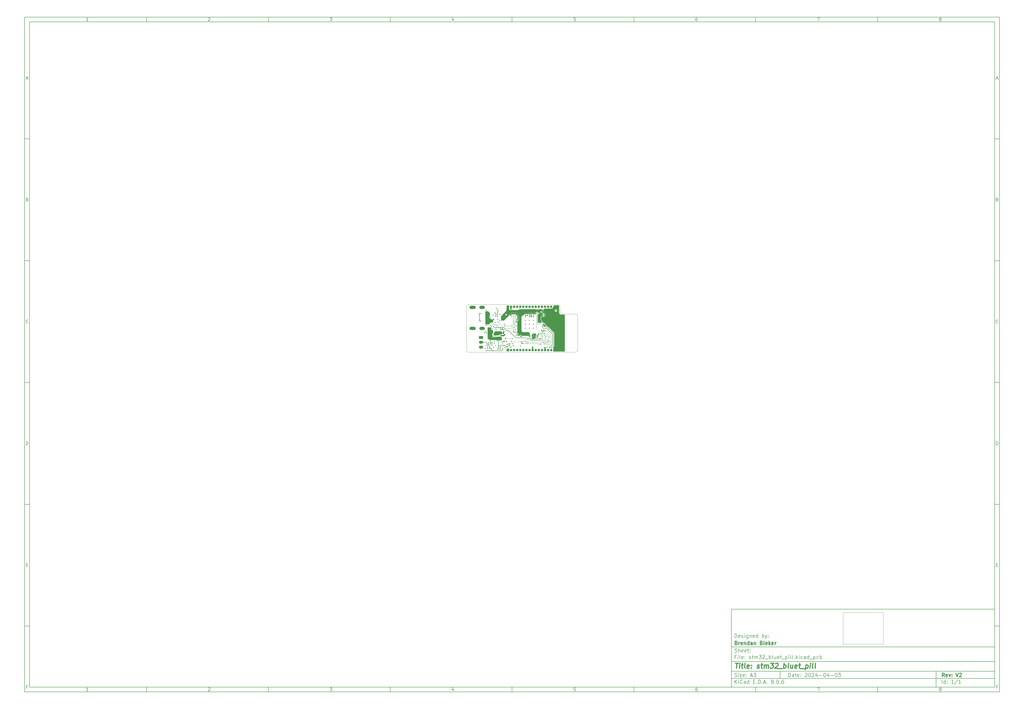
<source format=gbr>
%TF.GenerationSoftware,KiCad,Pcbnew,8.0.6-8.0.6-0~ubuntu24.04.1*%
%TF.CreationDate,2024-12-02T20:40:39-08:00*%
%TF.ProjectId,stm32_bluet_pill,73746d33-325f-4626-9c75-65745f70696c,V2*%
%TF.SameCoordinates,Original*%
%TF.FileFunction,Copper,L4,Bot*%
%TF.FilePolarity,Positive*%
%FSLAX46Y46*%
G04 Gerber Fmt 4.6, Leading zero omitted, Abs format (unit mm)*
G04 Created by KiCad (PCBNEW 8.0.6-8.0.6-0~ubuntu24.04.1) date 2024-12-02 20:40:39*
%MOMM*%
%LPD*%
G01*
G04 APERTURE LIST*
G04 Aperture macros list*
%AMRoundRect*
0 Rectangle with rounded corners*
0 $1 Rounding radius*
0 $2 $3 $4 $5 $6 $7 $8 $9 X,Y pos of 4 corners*
0 Add a 4 corners polygon primitive as box body*
4,1,4,$2,$3,$4,$5,$6,$7,$8,$9,$2,$3,0*
0 Add four circle primitives for the rounded corners*
1,1,$1+$1,$2,$3*
1,1,$1+$1,$4,$5*
1,1,$1+$1,$6,$7*
1,1,$1+$1,$8,$9*
0 Add four rect primitives between the rounded corners*
20,1,$1+$1,$2,$3,$4,$5,0*
20,1,$1+$1,$4,$5,$6,$7,0*
20,1,$1+$1,$6,$7,$8,$9,0*
20,1,$1+$1,$8,$9,$2,$3,0*%
G04 Aperture macros list end*
%ADD10C,0.100000*%
%ADD11C,0.150000*%
%ADD12C,0.300000*%
%ADD13C,0.400000*%
%TA.AperFunction,ComponentPad*%
%ADD14R,1.000000X1.000000*%
%TD*%
%TA.AperFunction,ComponentPad*%
%ADD15O,1.000000X1.000000*%
%TD*%
%TA.AperFunction,ComponentPad*%
%ADD16RoundRect,0.250000X-0.625000X0.350000X-0.625000X-0.350000X0.625000X-0.350000X0.625000X0.350000X0*%
%TD*%
%TA.AperFunction,ComponentPad*%
%ADD17O,1.750000X1.200000*%
%TD*%
%TA.AperFunction,ComponentPad*%
%ADD18O,2.300000X1.300000*%
%TD*%
%TA.AperFunction,ComponentPad*%
%ADD19O,2.600000X1.300000*%
%TD*%
%TA.AperFunction,ComponentPad*%
%ADD20C,0.400000*%
%TD*%
%TA.AperFunction,ComponentPad*%
%ADD21R,0.500000X0.900000*%
%TD*%
%TA.AperFunction,SMDPad,CuDef*%
%ADD22RoundRect,0.100000X0.130000X0.100000X-0.130000X0.100000X-0.130000X-0.100000X0.130000X-0.100000X0*%
%TD*%
%TA.AperFunction,SMDPad,CuDef*%
%ADD23RoundRect,0.100000X-0.130000X-0.100000X0.130000X-0.100000X0.130000X0.100000X-0.130000X0.100000X0*%
%TD*%
%TA.AperFunction,SMDPad,CuDef*%
%ADD24RoundRect,0.100000X-0.100000X0.130000X-0.100000X-0.130000X0.100000X-0.130000X0.100000X0.130000X0*%
%TD*%
%TA.AperFunction,SMDPad,CuDef*%
%ADD25RoundRect,0.100000X0.100000X-0.130000X0.100000X0.130000X-0.100000X0.130000X-0.100000X-0.130000X0*%
%TD*%
%TA.AperFunction,SMDPad,CuDef*%
%ADD26RoundRect,0.147500X-0.172500X0.147500X-0.172500X-0.147500X0.172500X-0.147500X0.172500X0.147500X0*%
%TD*%
%TA.AperFunction,SMDPad,CuDef*%
%ADD27RoundRect,0.100000X-0.155000X-0.100000X0.155000X-0.100000X0.155000X0.100000X-0.155000X0.100000X0*%
%TD*%
%TA.AperFunction,SMDPad,CuDef*%
%ADD28RoundRect,0.135000X-0.135000X-0.185000X0.135000X-0.185000X0.135000X0.185000X-0.135000X0.185000X0*%
%TD*%
%TA.AperFunction,SMDPad,CuDef*%
%ADD29RoundRect,0.200000X-0.275000X0.200000X-0.275000X-0.200000X0.275000X-0.200000X0.275000X0.200000X0*%
%TD*%
%TA.AperFunction,SMDPad,CuDef*%
%ADD30RoundRect,0.100000X-0.100000X0.155000X-0.100000X-0.155000X0.100000X-0.155000X0.100000X0.155000X0*%
%TD*%
%TA.AperFunction,SMDPad,CuDef*%
%ADD31C,0.500000*%
%TD*%
%TA.AperFunction,SMDPad,CuDef*%
%ADD32RoundRect,0.140000X0.170000X-0.140000X0.170000X0.140000X-0.170000X0.140000X-0.170000X-0.140000X0*%
%TD*%
%TA.AperFunction,SMDPad,CuDef*%
%ADD33RoundRect,0.140000X-0.170000X0.140000X-0.170000X-0.140000X0.170000X-0.140000X0.170000X0.140000X0*%
%TD*%
%TA.AperFunction,SMDPad,CuDef*%
%ADD34RoundRect,0.250000X0.800000X-0.450000X0.800000X0.450000X-0.800000X0.450000X-0.800000X-0.450000X0*%
%TD*%
%TA.AperFunction,ViaPad*%
%ADD35C,0.450000*%
%TD*%
%TA.AperFunction,Conductor*%
%ADD36C,0.200000*%
%TD*%
%TA.AperFunction,Conductor*%
%ADD37C,0.300000*%
%TD*%
%TA.AperFunction,Conductor*%
%ADD38C,0.127000*%
%TD*%
%TA.AperFunction,Conductor*%
%ADD39C,0.500000*%
%TD*%
%TA.AperFunction,Conductor*%
%ADD40C,0.102000*%
%TD*%
%TA.AperFunction,Conductor*%
%ADD41C,0.150000*%
%TD*%
%TA.AperFunction,Conductor*%
%ADD42C,0.118400*%
%TD*%
%TA.AperFunction,Profile*%
%ADD43C,0.100000*%
%TD*%
G04 APERTURE END LIST*
D10*
X345821001Y-254402167D02*
X345821001Y-267313833D01*
X362331000Y-267313833D01*
X362331000Y-254402167D01*
X345821001Y-254402167D01*
D11*
X299989000Y-253002200D02*
X407989000Y-253002200D01*
X407989000Y-285002200D01*
X299989000Y-285002200D01*
X299989000Y-253002200D01*
D10*
D11*
X10000000Y-10000000D02*
X409989000Y-10000000D01*
X409989000Y-287002200D01*
X10000000Y-287002200D01*
X10000000Y-10000000D01*
D10*
D11*
X12000000Y-12000000D02*
X407989000Y-12000000D01*
X407989000Y-285002200D01*
X12000000Y-285002200D01*
X12000000Y-12000000D01*
D10*
D11*
X60000000Y-12000000D02*
X60000000Y-10000000D01*
D10*
D11*
X110000000Y-12000000D02*
X110000000Y-10000000D01*
D10*
D11*
X160000000Y-12000000D02*
X160000000Y-10000000D01*
D10*
D11*
X210000000Y-12000000D02*
X210000000Y-10000000D01*
D10*
D11*
X260000000Y-12000000D02*
X260000000Y-10000000D01*
D10*
D11*
X310000000Y-12000000D02*
X310000000Y-10000000D01*
D10*
D11*
X360000000Y-12000000D02*
X360000000Y-10000000D01*
D10*
D11*
X36089160Y-11593604D02*
X35346303Y-11593604D01*
X35717731Y-11593604D02*
X35717731Y-10293604D01*
X35717731Y-10293604D02*
X35593922Y-10479319D01*
X35593922Y-10479319D02*
X35470112Y-10603128D01*
X35470112Y-10603128D02*
X35346303Y-10665033D01*
D10*
D11*
X85346303Y-10417414D02*
X85408207Y-10355509D01*
X85408207Y-10355509D02*
X85532017Y-10293604D01*
X85532017Y-10293604D02*
X85841541Y-10293604D01*
X85841541Y-10293604D02*
X85965350Y-10355509D01*
X85965350Y-10355509D02*
X86027255Y-10417414D01*
X86027255Y-10417414D02*
X86089160Y-10541223D01*
X86089160Y-10541223D02*
X86089160Y-10665033D01*
X86089160Y-10665033D02*
X86027255Y-10850747D01*
X86027255Y-10850747D02*
X85284398Y-11593604D01*
X85284398Y-11593604D02*
X86089160Y-11593604D01*
D10*
D11*
X135284398Y-10293604D02*
X136089160Y-10293604D01*
X136089160Y-10293604D02*
X135655826Y-10788842D01*
X135655826Y-10788842D02*
X135841541Y-10788842D01*
X135841541Y-10788842D02*
X135965350Y-10850747D01*
X135965350Y-10850747D02*
X136027255Y-10912652D01*
X136027255Y-10912652D02*
X136089160Y-11036461D01*
X136089160Y-11036461D02*
X136089160Y-11345985D01*
X136089160Y-11345985D02*
X136027255Y-11469795D01*
X136027255Y-11469795D02*
X135965350Y-11531700D01*
X135965350Y-11531700D02*
X135841541Y-11593604D01*
X135841541Y-11593604D02*
X135470112Y-11593604D01*
X135470112Y-11593604D02*
X135346303Y-11531700D01*
X135346303Y-11531700D02*
X135284398Y-11469795D01*
D10*
D11*
X185965350Y-10726938D02*
X185965350Y-11593604D01*
X185655826Y-10231700D02*
X185346303Y-11160271D01*
X185346303Y-11160271D02*
X186151064Y-11160271D01*
D10*
D11*
X236027255Y-10293604D02*
X235408207Y-10293604D01*
X235408207Y-10293604D02*
X235346303Y-10912652D01*
X235346303Y-10912652D02*
X235408207Y-10850747D01*
X235408207Y-10850747D02*
X235532017Y-10788842D01*
X235532017Y-10788842D02*
X235841541Y-10788842D01*
X235841541Y-10788842D02*
X235965350Y-10850747D01*
X235965350Y-10850747D02*
X236027255Y-10912652D01*
X236027255Y-10912652D02*
X236089160Y-11036461D01*
X236089160Y-11036461D02*
X236089160Y-11345985D01*
X236089160Y-11345985D02*
X236027255Y-11469795D01*
X236027255Y-11469795D02*
X235965350Y-11531700D01*
X235965350Y-11531700D02*
X235841541Y-11593604D01*
X235841541Y-11593604D02*
X235532017Y-11593604D01*
X235532017Y-11593604D02*
X235408207Y-11531700D01*
X235408207Y-11531700D02*
X235346303Y-11469795D01*
D10*
D11*
X285965350Y-10293604D02*
X285717731Y-10293604D01*
X285717731Y-10293604D02*
X285593922Y-10355509D01*
X285593922Y-10355509D02*
X285532017Y-10417414D01*
X285532017Y-10417414D02*
X285408207Y-10603128D01*
X285408207Y-10603128D02*
X285346303Y-10850747D01*
X285346303Y-10850747D02*
X285346303Y-11345985D01*
X285346303Y-11345985D02*
X285408207Y-11469795D01*
X285408207Y-11469795D02*
X285470112Y-11531700D01*
X285470112Y-11531700D02*
X285593922Y-11593604D01*
X285593922Y-11593604D02*
X285841541Y-11593604D01*
X285841541Y-11593604D02*
X285965350Y-11531700D01*
X285965350Y-11531700D02*
X286027255Y-11469795D01*
X286027255Y-11469795D02*
X286089160Y-11345985D01*
X286089160Y-11345985D02*
X286089160Y-11036461D01*
X286089160Y-11036461D02*
X286027255Y-10912652D01*
X286027255Y-10912652D02*
X285965350Y-10850747D01*
X285965350Y-10850747D02*
X285841541Y-10788842D01*
X285841541Y-10788842D02*
X285593922Y-10788842D01*
X285593922Y-10788842D02*
X285470112Y-10850747D01*
X285470112Y-10850747D02*
X285408207Y-10912652D01*
X285408207Y-10912652D02*
X285346303Y-11036461D01*
D10*
D11*
X335284398Y-10293604D02*
X336151064Y-10293604D01*
X336151064Y-10293604D02*
X335593922Y-11593604D01*
D10*
D11*
X385593922Y-10850747D02*
X385470112Y-10788842D01*
X385470112Y-10788842D02*
X385408207Y-10726938D01*
X385408207Y-10726938D02*
X385346303Y-10603128D01*
X385346303Y-10603128D02*
X385346303Y-10541223D01*
X385346303Y-10541223D02*
X385408207Y-10417414D01*
X385408207Y-10417414D02*
X385470112Y-10355509D01*
X385470112Y-10355509D02*
X385593922Y-10293604D01*
X385593922Y-10293604D02*
X385841541Y-10293604D01*
X385841541Y-10293604D02*
X385965350Y-10355509D01*
X385965350Y-10355509D02*
X386027255Y-10417414D01*
X386027255Y-10417414D02*
X386089160Y-10541223D01*
X386089160Y-10541223D02*
X386089160Y-10603128D01*
X386089160Y-10603128D02*
X386027255Y-10726938D01*
X386027255Y-10726938D02*
X385965350Y-10788842D01*
X385965350Y-10788842D02*
X385841541Y-10850747D01*
X385841541Y-10850747D02*
X385593922Y-10850747D01*
X385593922Y-10850747D02*
X385470112Y-10912652D01*
X385470112Y-10912652D02*
X385408207Y-10974557D01*
X385408207Y-10974557D02*
X385346303Y-11098366D01*
X385346303Y-11098366D02*
X385346303Y-11345985D01*
X385346303Y-11345985D02*
X385408207Y-11469795D01*
X385408207Y-11469795D02*
X385470112Y-11531700D01*
X385470112Y-11531700D02*
X385593922Y-11593604D01*
X385593922Y-11593604D02*
X385841541Y-11593604D01*
X385841541Y-11593604D02*
X385965350Y-11531700D01*
X385965350Y-11531700D02*
X386027255Y-11469795D01*
X386027255Y-11469795D02*
X386089160Y-11345985D01*
X386089160Y-11345985D02*
X386089160Y-11098366D01*
X386089160Y-11098366D02*
X386027255Y-10974557D01*
X386027255Y-10974557D02*
X385965350Y-10912652D01*
X385965350Y-10912652D02*
X385841541Y-10850747D01*
D10*
D11*
X60000000Y-285002200D02*
X60000000Y-287002200D01*
D10*
D11*
X110000000Y-285002200D02*
X110000000Y-287002200D01*
D10*
D11*
X160000000Y-285002200D02*
X160000000Y-287002200D01*
D10*
D11*
X210000000Y-285002200D02*
X210000000Y-287002200D01*
D10*
D11*
X260000000Y-285002200D02*
X260000000Y-287002200D01*
D10*
D11*
X310000000Y-285002200D02*
X310000000Y-287002200D01*
D10*
D11*
X360000000Y-285002200D02*
X360000000Y-287002200D01*
D10*
D11*
X36089160Y-286595804D02*
X35346303Y-286595804D01*
X35717731Y-286595804D02*
X35717731Y-285295804D01*
X35717731Y-285295804D02*
X35593922Y-285481519D01*
X35593922Y-285481519D02*
X35470112Y-285605328D01*
X35470112Y-285605328D02*
X35346303Y-285667233D01*
D10*
D11*
X85346303Y-285419614D02*
X85408207Y-285357709D01*
X85408207Y-285357709D02*
X85532017Y-285295804D01*
X85532017Y-285295804D02*
X85841541Y-285295804D01*
X85841541Y-285295804D02*
X85965350Y-285357709D01*
X85965350Y-285357709D02*
X86027255Y-285419614D01*
X86027255Y-285419614D02*
X86089160Y-285543423D01*
X86089160Y-285543423D02*
X86089160Y-285667233D01*
X86089160Y-285667233D02*
X86027255Y-285852947D01*
X86027255Y-285852947D02*
X85284398Y-286595804D01*
X85284398Y-286595804D02*
X86089160Y-286595804D01*
D10*
D11*
X135284398Y-285295804D02*
X136089160Y-285295804D01*
X136089160Y-285295804D02*
X135655826Y-285791042D01*
X135655826Y-285791042D02*
X135841541Y-285791042D01*
X135841541Y-285791042D02*
X135965350Y-285852947D01*
X135965350Y-285852947D02*
X136027255Y-285914852D01*
X136027255Y-285914852D02*
X136089160Y-286038661D01*
X136089160Y-286038661D02*
X136089160Y-286348185D01*
X136089160Y-286348185D02*
X136027255Y-286471995D01*
X136027255Y-286471995D02*
X135965350Y-286533900D01*
X135965350Y-286533900D02*
X135841541Y-286595804D01*
X135841541Y-286595804D02*
X135470112Y-286595804D01*
X135470112Y-286595804D02*
X135346303Y-286533900D01*
X135346303Y-286533900D02*
X135284398Y-286471995D01*
D10*
D11*
X185965350Y-285729138D02*
X185965350Y-286595804D01*
X185655826Y-285233900D02*
X185346303Y-286162471D01*
X185346303Y-286162471D02*
X186151064Y-286162471D01*
D10*
D11*
X236027255Y-285295804D02*
X235408207Y-285295804D01*
X235408207Y-285295804D02*
X235346303Y-285914852D01*
X235346303Y-285914852D02*
X235408207Y-285852947D01*
X235408207Y-285852947D02*
X235532017Y-285791042D01*
X235532017Y-285791042D02*
X235841541Y-285791042D01*
X235841541Y-285791042D02*
X235965350Y-285852947D01*
X235965350Y-285852947D02*
X236027255Y-285914852D01*
X236027255Y-285914852D02*
X236089160Y-286038661D01*
X236089160Y-286038661D02*
X236089160Y-286348185D01*
X236089160Y-286348185D02*
X236027255Y-286471995D01*
X236027255Y-286471995D02*
X235965350Y-286533900D01*
X235965350Y-286533900D02*
X235841541Y-286595804D01*
X235841541Y-286595804D02*
X235532017Y-286595804D01*
X235532017Y-286595804D02*
X235408207Y-286533900D01*
X235408207Y-286533900D02*
X235346303Y-286471995D01*
D10*
D11*
X285965350Y-285295804D02*
X285717731Y-285295804D01*
X285717731Y-285295804D02*
X285593922Y-285357709D01*
X285593922Y-285357709D02*
X285532017Y-285419614D01*
X285532017Y-285419614D02*
X285408207Y-285605328D01*
X285408207Y-285605328D02*
X285346303Y-285852947D01*
X285346303Y-285852947D02*
X285346303Y-286348185D01*
X285346303Y-286348185D02*
X285408207Y-286471995D01*
X285408207Y-286471995D02*
X285470112Y-286533900D01*
X285470112Y-286533900D02*
X285593922Y-286595804D01*
X285593922Y-286595804D02*
X285841541Y-286595804D01*
X285841541Y-286595804D02*
X285965350Y-286533900D01*
X285965350Y-286533900D02*
X286027255Y-286471995D01*
X286027255Y-286471995D02*
X286089160Y-286348185D01*
X286089160Y-286348185D02*
X286089160Y-286038661D01*
X286089160Y-286038661D02*
X286027255Y-285914852D01*
X286027255Y-285914852D02*
X285965350Y-285852947D01*
X285965350Y-285852947D02*
X285841541Y-285791042D01*
X285841541Y-285791042D02*
X285593922Y-285791042D01*
X285593922Y-285791042D02*
X285470112Y-285852947D01*
X285470112Y-285852947D02*
X285408207Y-285914852D01*
X285408207Y-285914852D02*
X285346303Y-286038661D01*
D10*
D11*
X335284398Y-285295804D02*
X336151064Y-285295804D01*
X336151064Y-285295804D02*
X335593922Y-286595804D01*
D10*
D11*
X385593922Y-285852947D02*
X385470112Y-285791042D01*
X385470112Y-285791042D02*
X385408207Y-285729138D01*
X385408207Y-285729138D02*
X385346303Y-285605328D01*
X385346303Y-285605328D02*
X385346303Y-285543423D01*
X385346303Y-285543423D02*
X385408207Y-285419614D01*
X385408207Y-285419614D02*
X385470112Y-285357709D01*
X385470112Y-285357709D02*
X385593922Y-285295804D01*
X385593922Y-285295804D02*
X385841541Y-285295804D01*
X385841541Y-285295804D02*
X385965350Y-285357709D01*
X385965350Y-285357709D02*
X386027255Y-285419614D01*
X386027255Y-285419614D02*
X386089160Y-285543423D01*
X386089160Y-285543423D02*
X386089160Y-285605328D01*
X386089160Y-285605328D02*
X386027255Y-285729138D01*
X386027255Y-285729138D02*
X385965350Y-285791042D01*
X385965350Y-285791042D02*
X385841541Y-285852947D01*
X385841541Y-285852947D02*
X385593922Y-285852947D01*
X385593922Y-285852947D02*
X385470112Y-285914852D01*
X385470112Y-285914852D02*
X385408207Y-285976757D01*
X385408207Y-285976757D02*
X385346303Y-286100566D01*
X385346303Y-286100566D02*
X385346303Y-286348185D01*
X385346303Y-286348185D02*
X385408207Y-286471995D01*
X385408207Y-286471995D02*
X385470112Y-286533900D01*
X385470112Y-286533900D02*
X385593922Y-286595804D01*
X385593922Y-286595804D02*
X385841541Y-286595804D01*
X385841541Y-286595804D02*
X385965350Y-286533900D01*
X385965350Y-286533900D02*
X386027255Y-286471995D01*
X386027255Y-286471995D02*
X386089160Y-286348185D01*
X386089160Y-286348185D02*
X386089160Y-286100566D01*
X386089160Y-286100566D02*
X386027255Y-285976757D01*
X386027255Y-285976757D02*
X385965350Y-285914852D01*
X385965350Y-285914852D02*
X385841541Y-285852947D01*
D10*
D11*
X10000000Y-60000000D02*
X12000000Y-60000000D01*
D10*
D11*
X10000000Y-110000000D02*
X12000000Y-110000000D01*
D10*
D11*
X10000000Y-160000000D02*
X12000000Y-160000000D01*
D10*
D11*
X10000000Y-210000000D02*
X12000000Y-210000000D01*
D10*
D11*
X10000000Y-260000000D02*
X12000000Y-260000000D01*
D10*
D11*
X10690476Y-35222176D02*
X11309523Y-35222176D01*
X10566666Y-35593604D02*
X10999999Y-34293604D01*
X10999999Y-34293604D02*
X11433333Y-35593604D01*
D10*
D11*
X11092857Y-84912652D02*
X11278571Y-84974557D01*
X11278571Y-84974557D02*
X11340476Y-85036461D01*
X11340476Y-85036461D02*
X11402380Y-85160271D01*
X11402380Y-85160271D02*
X11402380Y-85345985D01*
X11402380Y-85345985D02*
X11340476Y-85469795D01*
X11340476Y-85469795D02*
X11278571Y-85531700D01*
X11278571Y-85531700D02*
X11154761Y-85593604D01*
X11154761Y-85593604D02*
X10659523Y-85593604D01*
X10659523Y-85593604D02*
X10659523Y-84293604D01*
X10659523Y-84293604D02*
X11092857Y-84293604D01*
X11092857Y-84293604D02*
X11216666Y-84355509D01*
X11216666Y-84355509D02*
X11278571Y-84417414D01*
X11278571Y-84417414D02*
X11340476Y-84541223D01*
X11340476Y-84541223D02*
X11340476Y-84665033D01*
X11340476Y-84665033D02*
X11278571Y-84788842D01*
X11278571Y-84788842D02*
X11216666Y-84850747D01*
X11216666Y-84850747D02*
X11092857Y-84912652D01*
X11092857Y-84912652D02*
X10659523Y-84912652D01*
D10*
D11*
X11402380Y-135469795D02*
X11340476Y-135531700D01*
X11340476Y-135531700D02*
X11154761Y-135593604D01*
X11154761Y-135593604D02*
X11030952Y-135593604D01*
X11030952Y-135593604D02*
X10845238Y-135531700D01*
X10845238Y-135531700D02*
X10721428Y-135407890D01*
X10721428Y-135407890D02*
X10659523Y-135284080D01*
X10659523Y-135284080D02*
X10597619Y-135036461D01*
X10597619Y-135036461D02*
X10597619Y-134850747D01*
X10597619Y-134850747D02*
X10659523Y-134603128D01*
X10659523Y-134603128D02*
X10721428Y-134479319D01*
X10721428Y-134479319D02*
X10845238Y-134355509D01*
X10845238Y-134355509D02*
X11030952Y-134293604D01*
X11030952Y-134293604D02*
X11154761Y-134293604D01*
X11154761Y-134293604D02*
X11340476Y-134355509D01*
X11340476Y-134355509D02*
X11402380Y-134417414D01*
D10*
D11*
X10659523Y-185593604D02*
X10659523Y-184293604D01*
X10659523Y-184293604D02*
X10969047Y-184293604D01*
X10969047Y-184293604D02*
X11154761Y-184355509D01*
X11154761Y-184355509D02*
X11278571Y-184479319D01*
X11278571Y-184479319D02*
X11340476Y-184603128D01*
X11340476Y-184603128D02*
X11402380Y-184850747D01*
X11402380Y-184850747D02*
X11402380Y-185036461D01*
X11402380Y-185036461D02*
X11340476Y-185284080D01*
X11340476Y-185284080D02*
X11278571Y-185407890D01*
X11278571Y-185407890D02*
X11154761Y-185531700D01*
X11154761Y-185531700D02*
X10969047Y-185593604D01*
X10969047Y-185593604D02*
X10659523Y-185593604D01*
D10*
D11*
X10721428Y-234912652D02*
X11154762Y-234912652D01*
X11340476Y-235593604D02*
X10721428Y-235593604D01*
X10721428Y-235593604D02*
X10721428Y-234293604D01*
X10721428Y-234293604D02*
X11340476Y-234293604D01*
D10*
D11*
X11185714Y-284912652D02*
X10752380Y-284912652D01*
X10752380Y-285593604D02*
X10752380Y-284293604D01*
X10752380Y-284293604D02*
X11371428Y-284293604D01*
D10*
D11*
X409989000Y-60000000D02*
X407989000Y-60000000D01*
D10*
D11*
X409989000Y-110000000D02*
X407989000Y-110000000D01*
D10*
D11*
X409989000Y-160000000D02*
X407989000Y-160000000D01*
D10*
D11*
X409989000Y-210000000D02*
X407989000Y-210000000D01*
D10*
D11*
X409989000Y-260000000D02*
X407989000Y-260000000D01*
D10*
D11*
X408679476Y-35222176D02*
X409298523Y-35222176D01*
X408555666Y-35593604D02*
X408988999Y-34293604D01*
X408988999Y-34293604D02*
X409422333Y-35593604D01*
D10*
D11*
X409081857Y-84912652D02*
X409267571Y-84974557D01*
X409267571Y-84974557D02*
X409329476Y-85036461D01*
X409329476Y-85036461D02*
X409391380Y-85160271D01*
X409391380Y-85160271D02*
X409391380Y-85345985D01*
X409391380Y-85345985D02*
X409329476Y-85469795D01*
X409329476Y-85469795D02*
X409267571Y-85531700D01*
X409267571Y-85531700D02*
X409143761Y-85593604D01*
X409143761Y-85593604D02*
X408648523Y-85593604D01*
X408648523Y-85593604D02*
X408648523Y-84293604D01*
X408648523Y-84293604D02*
X409081857Y-84293604D01*
X409081857Y-84293604D02*
X409205666Y-84355509D01*
X409205666Y-84355509D02*
X409267571Y-84417414D01*
X409267571Y-84417414D02*
X409329476Y-84541223D01*
X409329476Y-84541223D02*
X409329476Y-84665033D01*
X409329476Y-84665033D02*
X409267571Y-84788842D01*
X409267571Y-84788842D02*
X409205666Y-84850747D01*
X409205666Y-84850747D02*
X409081857Y-84912652D01*
X409081857Y-84912652D02*
X408648523Y-84912652D01*
D10*
D11*
X409391380Y-135469795D02*
X409329476Y-135531700D01*
X409329476Y-135531700D02*
X409143761Y-135593604D01*
X409143761Y-135593604D02*
X409019952Y-135593604D01*
X409019952Y-135593604D02*
X408834238Y-135531700D01*
X408834238Y-135531700D02*
X408710428Y-135407890D01*
X408710428Y-135407890D02*
X408648523Y-135284080D01*
X408648523Y-135284080D02*
X408586619Y-135036461D01*
X408586619Y-135036461D02*
X408586619Y-134850747D01*
X408586619Y-134850747D02*
X408648523Y-134603128D01*
X408648523Y-134603128D02*
X408710428Y-134479319D01*
X408710428Y-134479319D02*
X408834238Y-134355509D01*
X408834238Y-134355509D02*
X409019952Y-134293604D01*
X409019952Y-134293604D02*
X409143761Y-134293604D01*
X409143761Y-134293604D02*
X409329476Y-134355509D01*
X409329476Y-134355509D02*
X409391380Y-134417414D01*
D10*
D11*
X408648523Y-185593604D02*
X408648523Y-184293604D01*
X408648523Y-184293604D02*
X408958047Y-184293604D01*
X408958047Y-184293604D02*
X409143761Y-184355509D01*
X409143761Y-184355509D02*
X409267571Y-184479319D01*
X409267571Y-184479319D02*
X409329476Y-184603128D01*
X409329476Y-184603128D02*
X409391380Y-184850747D01*
X409391380Y-184850747D02*
X409391380Y-185036461D01*
X409391380Y-185036461D02*
X409329476Y-185284080D01*
X409329476Y-185284080D02*
X409267571Y-185407890D01*
X409267571Y-185407890D02*
X409143761Y-185531700D01*
X409143761Y-185531700D02*
X408958047Y-185593604D01*
X408958047Y-185593604D02*
X408648523Y-185593604D01*
D10*
D11*
X408710428Y-234912652D02*
X409143762Y-234912652D01*
X409329476Y-235593604D02*
X408710428Y-235593604D01*
X408710428Y-235593604D02*
X408710428Y-234293604D01*
X408710428Y-234293604D02*
X409329476Y-234293604D01*
D10*
D11*
X409174714Y-284912652D02*
X408741380Y-284912652D01*
X408741380Y-285593604D02*
X408741380Y-284293604D01*
X408741380Y-284293604D02*
X409360428Y-284293604D01*
D10*
D11*
X323444826Y-280788328D02*
X323444826Y-279288328D01*
X323444826Y-279288328D02*
X323801969Y-279288328D01*
X323801969Y-279288328D02*
X324016255Y-279359757D01*
X324016255Y-279359757D02*
X324159112Y-279502614D01*
X324159112Y-279502614D02*
X324230541Y-279645471D01*
X324230541Y-279645471D02*
X324301969Y-279931185D01*
X324301969Y-279931185D02*
X324301969Y-280145471D01*
X324301969Y-280145471D02*
X324230541Y-280431185D01*
X324230541Y-280431185D02*
X324159112Y-280574042D01*
X324159112Y-280574042D02*
X324016255Y-280716900D01*
X324016255Y-280716900D02*
X323801969Y-280788328D01*
X323801969Y-280788328D02*
X323444826Y-280788328D01*
X325587684Y-280788328D02*
X325587684Y-280002614D01*
X325587684Y-280002614D02*
X325516255Y-279859757D01*
X325516255Y-279859757D02*
X325373398Y-279788328D01*
X325373398Y-279788328D02*
X325087684Y-279788328D01*
X325087684Y-279788328D02*
X324944826Y-279859757D01*
X325587684Y-280716900D02*
X325444826Y-280788328D01*
X325444826Y-280788328D02*
X325087684Y-280788328D01*
X325087684Y-280788328D02*
X324944826Y-280716900D01*
X324944826Y-280716900D02*
X324873398Y-280574042D01*
X324873398Y-280574042D02*
X324873398Y-280431185D01*
X324873398Y-280431185D02*
X324944826Y-280288328D01*
X324944826Y-280288328D02*
X325087684Y-280216900D01*
X325087684Y-280216900D02*
X325444826Y-280216900D01*
X325444826Y-280216900D02*
X325587684Y-280145471D01*
X326087684Y-279788328D02*
X326659112Y-279788328D01*
X326301969Y-279288328D02*
X326301969Y-280574042D01*
X326301969Y-280574042D02*
X326373398Y-280716900D01*
X326373398Y-280716900D02*
X326516255Y-280788328D01*
X326516255Y-280788328D02*
X326659112Y-280788328D01*
X327730541Y-280716900D02*
X327587684Y-280788328D01*
X327587684Y-280788328D02*
X327301970Y-280788328D01*
X327301970Y-280788328D02*
X327159112Y-280716900D01*
X327159112Y-280716900D02*
X327087684Y-280574042D01*
X327087684Y-280574042D02*
X327087684Y-280002614D01*
X327087684Y-280002614D02*
X327159112Y-279859757D01*
X327159112Y-279859757D02*
X327301970Y-279788328D01*
X327301970Y-279788328D02*
X327587684Y-279788328D01*
X327587684Y-279788328D02*
X327730541Y-279859757D01*
X327730541Y-279859757D02*
X327801970Y-280002614D01*
X327801970Y-280002614D02*
X327801970Y-280145471D01*
X327801970Y-280145471D02*
X327087684Y-280288328D01*
X328444826Y-280645471D02*
X328516255Y-280716900D01*
X328516255Y-280716900D02*
X328444826Y-280788328D01*
X328444826Y-280788328D02*
X328373398Y-280716900D01*
X328373398Y-280716900D02*
X328444826Y-280645471D01*
X328444826Y-280645471D02*
X328444826Y-280788328D01*
X328444826Y-279859757D02*
X328516255Y-279931185D01*
X328516255Y-279931185D02*
X328444826Y-280002614D01*
X328444826Y-280002614D02*
X328373398Y-279931185D01*
X328373398Y-279931185D02*
X328444826Y-279859757D01*
X328444826Y-279859757D02*
X328444826Y-280002614D01*
X330230541Y-279431185D02*
X330301969Y-279359757D01*
X330301969Y-279359757D02*
X330444827Y-279288328D01*
X330444827Y-279288328D02*
X330801969Y-279288328D01*
X330801969Y-279288328D02*
X330944827Y-279359757D01*
X330944827Y-279359757D02*
X331016255Y-279431185D01*
X331016255Y-279431185D02*
X331087684Y-279574042D01*
X331087684Y-279574042D02*
X331087684Y-279716900D01*
X331087684Y-279716900D02*
X331016255Y-279931185D01*
X331016255Y-279931185D02*
X330159112Y-280788328D01*
X330159112Y-280788328D02*
X331087684Y-280788328D01*
X332016255Y-279288328D02*
X332159112Y-279288328D01*
X332159112Y-279288328D02*
X332301969Y-279359757D01*
X332301969Y-279359757D02*
X332373398Y-279431185D01*
X332373398Y-279431185D02*
X332444826Y-279574042D01*
X332444826Y-279574042D02*
X332516255Y-279859757D01*
X332516255Y-279859757D02*
X332516255Y-280216900D01*
X332516255Y-280216900D02*
X332444826Y-280502614D01*
X332444826Y-280502614D02*
X332373398Y-280645471D01*
X332373398Y-280645471D02*
X332301969Y-280716900D01*
X332301969Y-280716900D02*
X332159112Y-280788328D01*
X332159112Y-280788328D02*
X332016255Y-280788328D01*
X332016255Y-280788328D02*
X331873398Y-280716900D01*
X331873398Y-280716900D02*
X331801969Y-280645471D01*
X331801969Y-280645471D02*
X331730540Y-280502614D01*
X331730540Y-280502614D02*
X331659112Y-280216900D01*
X331659112Y-280216900D02*
X331659112Y-279859757D01*
X331659112Y-279859757D02*
X331730540Y-279574042D01*
X331730540Y-279574042D02*
X331801969Y-279431185D01*
X331801969Y-279431185D02*
X331873398Y-279359757D01*
X331873398Y-279359757D02*
X332016255Y-279288328D01*
X333087683Y-279431185D02*
X333159111Y-279359757D01*
X333159111Y-279359757D02*
X333301969Y-279288328D01*
X333301969Y-279288328D02*
X333659111Y-279288328D01*
X333659111Y-279288328D02*
X333801969Y-279359757D01*
X333801969Y-279359757D02*
X333873397Y-279431185D01*
X333873397Y-279431185D02*
X333944826Y-279574042D01*
X333944826Y-279574042D02*
X333944826Y-279716900D01*
X333944826Y-279716900D02*
X333873397Y-279931185D01*
X333873397Y-279931185D02*
X333016254Y-280788328D01*
X333016254Y-280788328D02*
X333944826Y-280788328D01*
X335230540Y-279788328D02*
X335230540Y-280788328D01*
X334873397Y-279216900D02*
X334516254Y-280288328D01*
X334516254Y-280288328D02*
X335444825Y-280288328D01*
X336016253Y-280216900D02*
X337159111Y-280216900D01*
X338159111Y-279288328D02*
X338301968Y-279288328D01*
X338301968Y-279288328D02*
X338444825Y-279359757D01*
X338444825Y-279359757D02*
X338516254Y-279431185D01*
X338516254Y-279431185D02*
X338587682Y-279574042D01*
X338587682Y-279574042D02*
X338659111Y-279859757D01*
X338659111Y-279859757D02*
X338659111Y-280216900D01*
X338659111Y-280216900D02*
X338587682Y-280502614D01*
X338587682Y-280502614D02*
X338516254Y-280645471D01*
X338516254Y-280645471D02*
X338444825Y-280716900D01*
X338444825Y-280716900D02*
X338301968Y-280788328D01*
X338301968Y-280788328D02*
X338159111Y-280788328D01*
X338159111Y-280788328D02*
X338016254Y-280716900D01*
X338016254Y-280716900D02*
X337944825Y-280645471D01*
X337944825Y-280645471D02*
X337873396Y-280502614D01*
X337873396Y-280502614D02*
X337801968Y-280216900D01*
X337801968Y-280216900D02*
X337801968Y-279859757D01*
X337801968Y-279859757D02*
X337873396Y-279574042D01*
X337873396Y-279574042D02*
X337944825Y-279431185D01*
X337944825Y-279431185D02*
X338016254Y-279359757D01*
X338016254Y-279359757D02*
X338159111Y-279288328D01*
X339944825Y-279788328D02*
X339944825Y-280788328D01*
X339587682Y-279216900D02*
X339230539Y-280288328D01*
X339230539Y-280288328D02*
X340159110Y-280288328D01*
X340730538Y-280216900D02*
X341873396Y-280216900D01*
X342873396Y-279288328D02*
X343016253Y-279288328D01*
X343016253Y-279288328D02*
X343159110Y-279359757D01*
X343159110Y-279359757D02*
X343230539Y-279431185D01*
X343230539Y-279431185D02*
X343301967Y-279574042D01*
X343301967Y-279574042D02*
X343373396Y-279859757D01*
X343373396Y-279859757D02*
X343373396Y-280216900D01*
X343373396Y-280216900D02*
X343301967Y-280502614D01*
X343301967Y-280502614D02*
X343230539Y-280645471D01*
X343230539Y-280645471D02*
X343159110Y-280716900D01*
X343159110Y-280716900D02*
X343016253Y-280788328D01*
X343016253Y-280788328D02*
X342873396Y-280788328D01*
X342873396Y-280788328D02*
X342730539Y-280716900D01*
X342730539Y-280716900D02*
X342659110Y-280645471D01*
X342659110Y-280645471D02*
X342587681Y-280502614D01*
X342587681Y-280502614D02*
X342516253Y-280216900D01*
X342516253Y-280216900D02*
X342516253Y-279859757D01*
X342516253Y-279859757D02*
X342587681Y-279574042D01*
X342587681Y-279574042D02*
X342659110Y-279431185D01*
X342659110Y-279431185D02*
X342730539Y-279359757D01*
X342730539Y-279359757D02*
X342873396Y-279288328D01*
X343873395Y-279288328D02*
X344801967Y-279288328D01*
X344801967Y-279288328D02*
X344301967Y-279859757D01*
X344301967Y-279859757D02*
X344516252Y-279859757D01*
X344516252Y-279859757D02*
X344659110Y-279931185D01*
X344659110Y-279931185D02*
X344730538Y-280002614D01*
X344730538Y-280002614D02*
X344801967Y-280145471D01*
X344801967Y-280145471D02*
X344801967Y-280502614D01*
X344801967Y-280502614D02*
X344730538Y-280645471D01*
X344730538Y-280645471D02*
X344659110Y-280716900D01*
X344659110Y-280716900D02*
X344516252Y-280788328D01*
X344516252Y-280788328D02*
X344087681Y-280788328D01*
X344087681Y-280788328D02*
X343944824Y-280716900D01*
X343944824Y-280716900D02*
X343873395Y-280645471D01*
D10*
D11*
X299989000Y-281502200D02*
X407989000Y-281502200D01*
D10*
D11*
X301444826Y-283588328D02*
X301444826Y-282088328D01*
X302301969Y-283588328D02*
X301659112Y-282731185D01*
X302301969Y-282088328D02*
X301444826Y-282945471D01*
X302944826Y-283588328D02*
X302944826Y-282588328D01*
X302944826Y-282088328D02*
X302873398Y-282159757D01*
X302873398Y-282159757D02*
X302944826Y-282231185D01*
X302944826Y-282231185D02*
X303016255Y-282159757D01*
X303016255Y-282159757D02*
X302944826Y-282088328D01*
X302944826Y-282088328D02*
X302944826Y-282231185D01*
X304516255Y-283445471D02*
X304444827Y-283516900D01*
X304444827Y-283516900D02*
X304230541Y-283588328D01*
X304230541Y-283588328D02*
X304087684Y-283588328D01*
X304087684Y-283588328D02*
X303873398Y-283516900D01*
X303873398Y-283516900D02*
X303730541Y-283374042D01*
X303730541Y-283374042D02*
X303659112Y-283231185D01*
X303659112Y-283231185D02*
X303587684Y-282945471D01*
X303587684Y-282945471D02*
X303587684Y-282731185D01*
X303587684Y-282731185D02*
X303659112Y-282445471D01*
X303659112Y-282445471D02*
X303730541Y-282302614D01*
X303730541Y-282302614D02*
X303873398Y-282159757D01*
X303873398Y-282159757D02*
X304087684Y-282088328D01*
X304087684Y-282088328D02*
X304230541Y-282088328D01*
X304230541Y-282088328D02*
X304444827Y-282159757D01*
X304444827Y-282159757D02*
X304516255Y-282231185D01*
X305801970Y-283588328D02*
X305801970Y-282802614D01*
X305801970Y-282802614D02*
X305730541Y-282659757D01*
X305730541Y-282659757D02*
X305587684Y-282588328D01*
X305587684Y-282588328D02*
X305301970Y-282588328D01*
X305301970Y-282588328D02*
X305159112Y-282659757D01*
X305801970Y-283516900D02*
X305659112Y-283588328D01*
X305659112Y-283588328D02*
X305301970Y-283588328D01*
X305301970Y-283588328D02*
X305159112Y-283516900D01*
X305159112Y-283516900D02*
X305087684Y-283374042D01*
X305087684Y-283374042D02*
X305087684Y-283231185D01*
X305087684Y-283231185D02*
X305159112Y-283088328D01*
X305159112Y-283088328D02*
X305301970Y-283016900D01*
X305301970Y-283016900D02*
X305659112Y-283016900D01*
X305659112Y-283016900D02*
X305801970Y-282945471D01*
X307159113Y-283588328D02*
X307159113Y-282088328D01*
X307159113Y-283516900D02*
X307016255Y-283588328D01*
X307016255Y-283588328D02*
X306730541Y-283588328D01*
X306730541Y-283588328D02*
X306587684Y-283516900D01*
X306587684Y-283516900D02*
X306516255Y-283445471D01*
X306516255Y-283445471D02*
X306444827Y-283302614D01*
X306444827Y-283302614D02*
X306444827Y-282874042D01*
X306444827Y-282874042D02*
X306516255Y-282731185D01*
X306516255Y-282731185D02*
X306587684Y-282659757D01*
X306587684Y-282659757D02*
X306730541Y-282588328D01*
X306730541Y-282588328D02*
X307016255Y-282588328D01*
X307016255Y-282588328D02*
X307159113Y-282659757D01*
X309016255Y-282802614D02*
X309516255Y-282802614D01*
X309730541Y-283588328D02*
X309016255Y-283588328D01*
X309016255Y-283588328D02*
X309016255Y-282088328D01*
X309016255Y-282088328D02*
X309730541Y-282088328D01*
X310373398Y-283445471D02*
X310444827Y-283516900D01*
X310444827Y-283516900D02*
X310373398Y-283588328D01*
X310373398Y-283588328D02*
X310301970Y-283516900D01*
X310301970Y-283516900D02*
X310373398Y-283445471D01*
X310373398Y-283445471D02*
X310373398Y-283588328D01*
X311087684Y-283588328D02*
X311087684Y-282088328D01*
X311087684Y-282088328D02*
X311444827Y-282088328D01*
X311444827Y-282088328D02*
X311659113Y-282159757D01*
X311659113Y-282159757D02*
X311801970Y-282302614D01*
X311801970Y-282302614D02*
X311873399Y-282445471D01*
X311873399Y-282445471D02*
X311944827Y-282731185D01*
X311944827Y-282731185D02*
X311944827Y-282945471D01*
X311944827Y-282945471D02*
X311873399Y-283231185D01*
X311873399Y-283231185D02*
X311801970Y-283374042D01*
X311801970Y-283374042D02*
X311659113Y-283516900D01*
X311659113Y-283516900D02*
X311444827Y-283588328D01*
X311444827Y-283588328D02*
X311087684Y-283588328D01*
X312587684Y-283445471D02*
X312659113Y-283516900D01*
X312659113Y-283516900D02*
X312587684Y-283588328D01*
X312587684Y-283588328D02*
X312516256Y-283516900D01*
X312516256Y-283516900D02*
X312587684Y-283445471D01*
X312587684Y-283445471D02*
X312587684Y-283588328D01*
X313230542Y-283159757D02*
X313944828Y-283159757D01*
X313087685Y-283588328D02*
X313587685Y-282088328D01*
X313587685Y-282088328D02*
X314087685Y-283588328D01*
X314587684Y-283445471D02*
X314659113Y-283516900D01*
X314659113Y-283516900D02*
X314587684Y-283588328D01*
X314587684Y-283588328D02*
X314516256Y-283516900D01*
X314516256Y-283516900D02*
X314587684Y-283445471D01*
X314587684Y-283445471D02*
X314587684Y-283588328D01*
X316659113Y-282731185D02*
X316516256Y-282659757D01*
X316516256Y-282659757D02*
X316444827Y-282588328D01*
X316444827Y-282588328D02*
X316373399Y-282445471D01*
X316373399Y-282445471D02*
X316373399Y-282374042D01*
X316373399Y-282374042D02*
X316444827Y-282231185D01*
X316444827Y-282231185D02*
X316516256Y-282159757D01*
X316516256Y-282159757D02*
X316659113Y-282088328D01*
X316659113Y-282088328D02*
X316944827Y-282088328D01*
X316944827Y-282088328D02*
X317087685Y-282159757D01*
X317087685Y-282159757D02*
X317159113Y-282231185D01*
X317159113Y-282231185D02*
X317230542Y-282374042D01*
X317230542Y-282374042D02*
X317230542Y-282445471D01*
X317230542Y-282445471D02*
X317159113Y-282588328D01*
X317159113Y-282588328D02*
X317087685Y-282659757D01*
X317087685Y-282659757D02*
X316944827Y-282731185D01*
X316944827Y-282731185D02*
X316659113Y-282731185D01*
X316659113Y-282731185D02*
X316516256Y-282802614D01*
X316516256Y-282802614D02*
X316444827Y-282874042D01*
X316444827Y-282874042D02*
X316373399Y-283016900D01*
X316373399Y-283016900D02*
X316373399Y-283302614D01*
X316373399Y-283302614D02*
X316444827Y-283445471D01*
X316444827Y-283445471D02*
X316516256Y-283516900D01*
X316516256Y-283516900D02*
X316659113Y-283588328D01*
X316659113Y-283588328D02*
X316944827Y-283588328D01*
X316944827Y-283588328D02*
X317087685Y-283516900D01*
X317087685Y-283516900D02*
X317159113Y-283445471D01*
X317159113Y-283445471D02*
X317230542Y-283302614D01*
X317230542Y-283302614D02*
X317230542Y-283016900D01*
X317230542Y-283016900D02*
X317159113Y-282874042D01*
X317159113Y-282874042D02*
X317087685Y-282802614D01*
X317087685Y-282802614D02*
X316944827Y-282731185D01*
X317873398Y-283445471D02*
X317944827Y-283516900D01*
X317944827Y-283516900D02*
X317873398Y-283588328D01*
X317873398Y-283588328D02*
X317801970Y-283516900D01*
X317801970Y-283516900D02*
X317873398Y-283445471D01*
X317873398Y-283445471D02*
X317873398Y-283588328D01*
X318873399Y-282088328D02*
X319016256Y-282088328D01*
X319016256Y-282088328D02*
X319159113Y-282159757D01*
X319159113Y-282159757D02*
X319230542Y-282231185D01*
X319230542Y-282231185D02*
X319301970Y-282374042D01*
X319301970Y-282374042D02*
X319373399Y-282659757D01*
X319373399Y-282659757D02*
X319373399Y-283016900D01*
X319373399Y-283016900D02*
X319301970Y-283302614D01*
X319301970Y-283302614D02*
X319230542Y-283445471D01*
X319230542Y-283445471D02*
X319159113Y-283516900D01*
X319159113Y-283516900D02*
X319016256Y-283588328D01*
X319016256Y-283588328D02*
X318873399Y-283588328D01*
X318873399Y-283588328D02*
X318730542Y-283516900D01*
X318730542Y-283516900D02*
X318659113Y-283445471D01*
X318659113Y-283445471D02*
X318587684Y-283302614D01*
X318587684Y-283302614D02*
X318516256Y-283016900D01*
X318516256Y-283016900D02*
X318516256Y-282659757D01*
X318516256Y-282659757D02*
X318587684Y-282374042D01*
X318587684Y-282374042D02*
X318659113Y-282231185D01*
X318659113Y-282231185D02*
X318730542Y-282159757D01*
X318730542Y-282159757D02*
X318873399Y-282088328D01*
X320016255Y-283445471D02*
X320087684Y-283516900D01*
X320087684Y-283516900D02*
X320016255Y-283588328D01*
X320016255Y-283588328D02*
X319944827Y-283516900D01*
X319944827Y-283516900D02*
X320016255Y-283445471D01*
X320016255Y-283445471D02*
X320016255Y-283588328D01*
X321373399Y-282088328D02*
X321087684Y-282088328D01*
X321087684Y-282088328D02*
X320944827Y-282159757D01*
X320944827Y-282159757D02*
X320873399Y-282231185D01*
X320873399Y-282231185D02*
X320730541Y-282445471D01*
X320730541Y-282445471D02*
X320659113Y-282731185D01*
X320659113Y-282731185D02*
X320659113Y-283302614D01*
X320659113Y-283302614D02*
X320730541Y-283445471D01*
X320730541Y-283445471D02*
X320801970Y-283516900D01*
X320801970Y-283516900D02*
X320944827Y-283588328D01*
X320944827Y-283588328D02*
X321230541Y-283588328D01*
X321230541Y-283588328D02*
X321373399Y-283516900D01*
X321373399Y-283516900D02*
X321444827Y-283445471D01*
X321444827Y-283445471D02*
X321516256Y-283302614D01*
X321516256Y-283302614D02*
X321516256Y-282945471D01*
X321516256Y-282945471D02*
X321444827Y-282802614D01*
X321444827Y-282802614D02*
X321373399Y-282731185D01*
X321373399Y-282731185D02*
X321230541Y-282659757D01*
X321230541Y-282659757D02*
X320944827Y-282659757D01*
X320944827Y-282659757D02*
X320801970Y-282731185D01*
X320801970Y-282731185D02*
X320730541Y-282802614D01*
X320730541Y-282802614D02*
X320659113Y-282945471D01*
D10*
D11*
X299989000Y-278502200D02*
X407989000Y-278502200D01*
D10*
D12*
X387400653Y-280780528D02*
X386900653Y-280066242D01*
X386543510Y-280780528D02*
X386543510Y-279280528D01*
X386543510Y-279280528D02*
X387114939Y-279280528D01*
X387114939Y-279280528D02*
X387257796Y-279351957D01*
X387257796Y-279351957D02*
X387329225Y-279423385D01*
X387329225Y-279423385D02*
X387400653Y-279566242D01*
X387400653Y-279566242D02*
X387400653Y-279780528D01*
X387400653Y-279780528D02*
X387329225Y-279923385D01*
X387329225Y-279923385D02*
X387257796Y-279994814D01*
X387257796Y-279994814D02*
X387114939Y-280066242D01*
X387114939Y-280066242D02*
X386543510Y-280066242D01*
X388614939Y-280709100D02*
X388472082Y-280780528D01*
X388472082Y-280780528D02*
X388186368Y-280780528D01*
X388186368Y-280780528D02*
X388043510Y-280709100D01*
X388043510Y-280709100D02*
X387972082Y-280566242D01*
X387972082Y-280566242D02*
X387972082Y-279994814D01*
X387972082Y-279994814D02*
X388043510Y-279851957D01*
X388043510Y-279851957D02*
X388186368Y-279780528D01*
X388186368Y-279780528D02*
X388472082Y-279780528D01*
X388472082Y-279780528D02*
X388614939Y-279851957D01*
X388614939Y-279851957D02*
X388686368Y-279994814D01*
X388686368Y-279994814D02*
X388686368Y-280137671D01*
X388686368Y-280137671D02*
X387972082Y-280280528D01*
X389186367Y-279780528D02*
X389543510Y-280780528D01*
X389543510Y-280780528D02*
X389900653Y-279780528D01*
X390472081Y-280637671D02*
X390543510Y-280709100D01*
X390543510Y-280709100D02*
X390472081Y-280780528D01*
X390472081Y-280780528D02*
X390400653Y-280709100D01*
X390400653Y-280709100D02*
X390472081Y-280637671D01*
X390472081Y-280637671D02*
X390472081Y-280780528D01*
X390472081Y-279851957D02*
X390543510Y-279923385D01*
X390543510Y-279923385D02*
X390472081Y-279994814D01*
X390472081Y-279994814D02*
X390400653Y-279923385D01*
X390400653Y-279923385D02*
X390472081Y-279851957D01*
X390472081Y-279851957D02*
X390472081Y-279994814D01*
X392114939Y-279280528D02*
X392614939Y-280780528D01*
X392614939Y-280780528D02*
X393114939Y-279280528D01*
X393543510Y-279423385D02*
X393614938Y-279351957D01*
X393614938Y-279351957D02*
X393757796Y-279280528D01*
X393757796Y-279280528D02*
X394114938Y-279280528D01*
X394114938Y-279280528D02*
X394257796Y-279351957D01*
X394257796Y-279351957D02*
X394329224Y-279423385D01*
X394329224Y-279423385D02*
X394400653Y-279566242D01*
X394400653Y-279566242D02*
X394400653Y-279709100D01*
X394400653Y-279709100D02*
X394329224Y-279923385D01*
X394329224Y-279923385D02*
X393472081Y-280780528D01*
X393472081Y-280780528D02*
X394400653Y-280780528D01*
D10*
D11*
X301373398Y-280716900D02*
X301587684Y-280788328D01*
X301587684Y-280788328D02*
X301944826Y-280788328D01*
X301944826Y-280788328D02*
X302087684Y-280716900D01*
X302087684Y-280716900D02*
X302159112Y-280645471D01*
X302159112Y-280645471D02*
X302230541Y-280502614D01*
X302230541Y-280502614D02*
X302230541Y-280359757D01*
X302230541Y-280359757D02*
X302159112Y-280216900D01*
X302159112Y-280216900D02*
X302087684Y-280145471D01*
X302087684Y-280145471D02*
X301944826Y-280074042D01*
X301944826Y-280074042D02*
X301659112Y-280002614D01*
X301659112Y-280002614D02*
X301516255Y-279931185D01*
X301516255Y-279931185D02*
X301444826Y-279859757D01*
X301444826Y-279859757D02*
X301373398Y-279716900D01*
X301373398Y-279716900D02*
X301373398Y-279574042D01*
X301373398Y-279574042D02*
X301444826Y-279431185D01*
X301444826Y-279431185D02*
X301516255Y-279359757D01*
X301516255Y-279359757D02*
X301659112Y-279288328D01*
X301659112Y-279288328D02*
X302016255Y-279288328D01*
X302016255Y-279288328D02*
X302230541Y-279359757D01*
X302873397Y-280788328D02*
X302873397Y-279788328D01*
X302873397Y-279288328D02*
X302801969Y-279359757D01*
X302801969Y-279359757D02*
X302873397Y-279431185D01*
X302873397Y-279431185D02*
X302944826Y-279359757D01*
X302944826Y-279359757D02*
X302873397Y-279288328D01*
X302873397Y-279288328D02*
X302873397Y-279431185D01*
X303444826Y-279788328D02*
X304230541Y-279788328D01*
X304230541Y-279788328D02*
X303444826Y-280788328D01*
X303444826Y-280788328D02*
X304230541Y-280788328D01*
X305373398Y-280716900D02*
X305230541Y-280788328D01*
X305230541Y-280788328D02*
X304944827Y-280788328D01*
X304944827Y-280788328D02*
X304801969Y-280716900D01*
X304801969Y-280716900D02*
X304730541Y-280574042D01*
X304730541Y-280574042D02*
X304730541Y-280002614D01*
X304730541Y-280002614D02*
X304801969Y-279859757D01*
X304801969Y-279859757D02*
X304944827Y-279788328D01*
X304944827Y-279788328D02*
X305230541Y-279788328D01*
X305230541Y-279788328D02*
X305373398Y-279859757D01*
X305373398Y-279859757D02*
X305444827Y-280002614D01*
X305444827Y-280002614D02*
X305444827Y-280145471D01*
X305444827Y-280145471D02*
X304730541Y-280288328D01*
X306087683Y-280645471D02*
X306159112Y-280716900D01*
X306159112Y-280716900D02*
X306087683Y-280788328D01*
X306087683Y-280788328D02*
X306016255Y-280716900D01*
X306016255Y-280716900D02*
X306087683Y-280645471D01*
X306087683Y-280645471D02*
X306087683Y-280788328D01*
X306087683Y-279859757D02*
X306159112Y-279931185D01*
X306159112Y-279931185D02*
X306087683Y-280002614D01*
X306087683Y-280002614D02*
X306016255Y-279931185D01*
X306016255Y-279931185D02*
X306087683Y-279859757D01*
X306087683Y-279859757D02*
X306087683Y-280002614D01*
X307873398Y-280359757D02*
X308587684Y-280359757D01*
X307730541Y-280788328D02*
X308230541Y-279288328D01*
X308230541Y-279288328D02*
X308730541Y-280788328D01*
X309087683Y-279288328D02*
X310016255Y-279288328D01*
X310016255Y-279288328D02*
X309516255Y-279859757D01*
X309516255Y-279859757D02*
X309730540Y-279859757D01*
X309730540Y-279859757D02*
X309873398Y-279931185D01*
X309873398Y-279931185D02*
X309944826Y-280002614D01*
X309944826Y-280002614D02*
X310016255Y-280145471D01*
X310016255Y-280145471D02*
X310016255Y-280502614D01*
X310016255Y-280502614D02*
X309944826Y-280645471D01*
X309944826Y-280645471D02*
X309873398Y-280716900D01*
X309873398Y-280716900D02*
X309730540Y-280788328D01*
X309730540Y-280788328D02*
X309301969Y-280788328D01*
X309301969Y-280788328D02*
X309159112Y-280716900D01*
X309159112Y-280716900D02*
X309087683Y-280645471D01*
D10*
D11*
X386444826Y-283588328D02*
X386444826Y-282088328D01*
X387801970Y-283588328D02*
X387801970Y-282088328D01*
X387801970Y-283516900D02*
X387659112Y-283588328D01*
X387659112Y-283588328D02*
X387373398Y-283588328D01*
X387373398Y-283588328D02*
X387230541Y-283516900D01*
X387230541Y-283516900D02*
X387159112Y-283445471D01*
X387159112Y-283445471D02*
X387087684Y-283302614D01*
X387087684Y-283302614D02*
X387087684Y-282874042D01*
X387087684Y-282874042D02*
X387159112Y-282731185D01*
X387159112Y-282731185D02*
X387230541Y-282659757D01*
X387230541Y-282659757D02*
X387373398Y-282588328D01*
X387373398Y-282588328D02*
X387659112Y-282588328D01*
X387659112Y-282588328D02*
X387801970Y-282659757D01*
X388516255Y-283445471D02*
X388587684Y-283516900D01*
X388587684Y-283516900D02*
X388516255Y-283588328D01*
X388516255Y-283588328D02*
X388444827Y-283516900D01*
X388444827Y-283516900D02*
X388516255Y-283445471D01*
X388516255Y-283445471D02*
X388516255Y-283588328D01*
X388516255Y-282659757D02*
X388587684Y-282731185D01*
X388587684Y-282731185D02*
X388516255Y-282802614D01*
X388516255Y-282802614D02*
X388444827Y-282731185D01*
X388444827Y-282731185D02*
X388516255Y-282659757D01*
X388516255Y-282659757D02*
X388516255Y-282802614D01*
X391159113Y-283588328D02*
X390301970Y-283588328D01*
X390730541Y-283588328D02*
X390730541Y-282088328D01*
X390730541Y-282088328D02*
X390587684Y-282302614D01*
X390587684Y-282302614D02*
X390444827Y-282445471D01*
X390444827Y-282445471D02*
X390301970Y-282516900D01*
X392873398Y-282016900D02*
X391587684Y-283945471D01*
X394159113Y-283588328D02*
X393301970Y-283588328D01*
X393730541Y-283588328D02*
X393730541Y-282088328D01*
X393730541Y-282088328D02*
X393587684Y-282302614D01*
X393587684Y-282302614D02*
X393444827Y-282445471D01*
X393444827Y-282445471D02*
X393301970Y-282516900D01*
D10*
D11*
X299989000Y-274502200D02*
X407989000Y-274502200D01*
D10*
D13*
X301680728Y-275206638D02*
X302823585Y-275206638D01*
X302002157Y-277206638D02*
X302252157Y-275206638D01*
X303240252Y-277206638D02*
X303406919Y-275873304D01*
X303490252Y-275206638D02*
X303383109Y-275301876D01*
X303383109Y-275301876D02*
X303466443Y-275397114D01*
X303466443Y-275397114D02*
X303573586Y-275301876D01*
X303573586Y-275301876D02*
X303490252Y-275206638D01*
X303490252Y-275206638D02*
X303466443Y-275397114D01*
X304073586Y-275873304D02*
X304835490Y-275873304D01*
X304442633Y-275206638D02*
X304228348Y-276920923D01*
X304228348Y-276920923D02*
X304299776Y-277111400D01*
X304299776Y-277111400D02*
X304478348Y-277206638D01*
X304478348Y-277206638D02*
X304668824Y-277206638D01*
X305621205Y-277206638D02*
X305442633Y-277111400D01*
X305442633Y-277111400D02*
X305371205Y-276920923D01*
X305371205Y-276920923D02*
X305585490Y-275206638D01*
X307156919Y-277111400D02*
X306954538Y-277206638D01*
X306954538Y-277206638D02*
X306573585Y-277206638D01*
X306573585Y-277206638D02*
X306395014Y-277111400D01*
X306395014Y-277111400D02*
X306323585Y-276920923D01*
X306323585Y-276920923D02*
X306418824Y-276159019D01*
X306418824Y-276159019D02*
X306537871Y-275968542D01*
X306537871Y-275968542D02*
X306740252Y-275873304D01*
X306740252Y-275873304D02*
X307121204Y-275873304D01*
X307121204Y-275873304D02*
X307299776Y-275968542D01*
X307299776Y-275968542D02*
X307371204Y-276159019D01*
X307371204Y-276159019D02*
X307347395Y-276349495D01*
X307347395Y-276349495D02*
X306371204Y-276539971D01*
X308121205Y-277016161D02*
X308204538Y-277111400D01*
X308204538Y-277111400D02*
X308097395Y-277206638D01*
X308097395Y-277206638D02*
X308014062Y-277111400D01*
X308014062Y-277111400D02*
X308121205Y-277016161D01*
X308121205Y-277016161D02*
X308097395Y-277206638D01*
X308252157Y-275968542D02*
X308335490Y-276063780D01*
X308335490Y-276063780D02*
X308228348Y-276159019D01*
X308228348Y-276159019D02*
X308145014Y-276063780D01*
X308145014Y-276063780D02*
X308252157Y-275968542D01*
X308252157Y-275968542D02*
X308228348Y-276159019D01*
X310490253Y-277111400D02*
X310668824Y-277206638D01*
X310668824Y-277206638D02*
X311049777Y-277206638D01*
X311049777Y-277206638D02*
X311252158Y-277111400D01*
X311252158Y-277111400D02*
X311371205Y-276920923D01*
X311371205Y-276920923D02*
X311383110Y-276825685D01*
X311383110Y-276825685D02*
X311311681Y-276635209D01*
X311311681Y-276635209D02*
X311133110Y-276539971D01*
X311133110Y-276539971D02*
X310847396Y-276539971D01*
X310847396Y-276539971D02*
X310668824Y-276444733D01*
X310668824Y-276444733D02*
X310597396Y-276254257D01*
X310597396Y-276254257D02*
X310609301Y-276159019D01*
X310609301Y-276159019D02*
X310728348Y-275968542D01*
X310728348Y-275968542D02*
X310930729Y-275873304D01*
X310930729Y-275873304D02*
X311216443Y-275873304D01*
X311216443Y-275873304D02*
X311395015Y-275968542D01*
X312073587Y-275873304D02*
X312835491Y-275873304D01*
X312442634Y-275206638D02*
X312228349Y-276920923D01*
X312228349Y-276920923D02*
X312299777Y-277111400D01*
X312299777Y-277111400D02*
X312478349Y-277206638D01*
X312478349Y-277206638D02*
X312668825Y-277206638D01*
X313335491Y-277206638D02*
X313502158Y-275873304D01*
X313478348Y-276063780D02*
X313585491Y-275968542D01*
X313585491Y-275968542D02*
X313787872Y-275873304D01*
X313787872Y-275873304D02*
X314073586Y-275873304D01*
X314073586Y-275873304D02*
X314252158Y-275968542D01*
X314252158Y-275968542D02*
X314323586Y-276159019D01*
X314323586Y-276159019D02*
X314192634Y-277206638D01*
X314323586Y-276159019D02*
X314442634Y-275968542D01*
X314442634Y-275968542D02*
X314645015Y-275873304D01*
X314645015Y-275873304D02*
X314930729Y-275873304D01*
X314930729Y-275873304D02*
X315109301Y-275968542D01*
X315109301Y-275968542D02*
X315180729Y-276159019D01*
X315180729Y-276159019D02*
X315049777Y-277206638D01*
X316061682Y-275206638D02*
X317299777Y-275206638D01*
X317299777Y-275206638D02*
X316537873Y-275968542D01*
X316537873Y-275968542D02*
X316823587Y-275968542D01*
X316823587Y-275968542D02*
X317002158Y-276063780D01*
X317002158Y-276063780D02*
X317085492Y-276159019D01*
X317085492Y-276159019D02*
X317156920Y-276349495D01*
X317156920Y-276349495D02*
X317097396Y-276825685D01*
X317097396Y-276825685D02*
X316978349Y-277016161D01*
X316978349Y-277016161D02*
X316871206Y-277111400D01*
X316871206Y-277111400D02*
X316668825Y-277206638D01*
X316668825Y-277206638D02*
X316097396Y-277206638D01*
X316097396Y-277206638D02*
X315918825Y-277111400D01*
X315918825Y-277111400D02*
X315835492Y-277016161D01*
X318037873Y-275397114D02*
X318145015Y-275301876D01*
X318145015Y-275301876D02*
X318347396Y-275206638D01*
X318347396Y-275206638D02*
X318823587Y-275206638D01*
X318823587Y-275206638D02*
X319002158Y-275301876D01*
X319002158Y-275301876D02*
X319085492Y-275397114D01*
X319085492Y-275397114D02*
X319156920Y-275587590D01*
X319156920Y-275587590D02*
X319133111Y-275778066D01*
X319133111Y-275778066D02*
X319002158Y-276063780D01*
X319002158Y-276063780D02*
X317716444Y-277206638D01*
X317716444Y-277206638D02*
X318954539Y-277206638D01*
X319311682Y-277397114D02*
X320835492Y-277397114D01*
X321335492Y-277206638D02*
X321585492Y-275206638D01*
X321490254Y-275968542D02*
X321692635Y-275873304D01*
X321692635Y-275873304D02*
X322073587Y-275873304D01*
X322073587Y-275873304D02*
X322252159Y-275968542D01*
X322252159Y-275968542D02*
X322335492Y-276063780D01*
X322335492Y-276063780D02*
X322406921Y-276254257D01*
X322406921Y-276254257D02*
X322335492Y-276825685D01*
X322335492Y-276825685D02*
X322216445Y-277016161D01*
X322216445Y-277016161D02*
X322109302Y-277111400D01*
X322109302Y-277111400D02*
X321906921Y-277206638D01*
X321906921Y-277206638D02*
X321525968Y-277206638D01*
X321525968Y-277206638D02*
X321347397Y-277111400D01*
X323430731Y-277206638D02*
X323252159Y-277111400D01*
X323252159Y-277111400D02*
X323180731Y-276920923D01*
X323180731Y-276920923D02*
X323395016Y-275206638D01*
X325216445Y-275873304D02*
X325049778Y-277206638D01*
X324359302Y-275873304D02*
X324228350Y-276920923D01*
X324228350Y-276920923D02*
X324299778Y-277111400D01*
X324299778Y-277111400D02*
X324478350Y-277206638D01*
X324478350Y-277206638D02*
X324764064Y-277206638D01*
X324764064Y-277206638D02*
X324966445Y-277111400D01*
X324966445Y-277111400D02*
X325073588Y-277016161D01*
X326775969Y-277111400D02*
X326573588Y-277206638D01*
X326573588Y-277206638D02*
X326192635Y-277206638D01*
X326192635Y-277206638D02*
X326014064Y-277111400D01*
X326014064Y-277111400D02*
X325942635Y-276920923D01*
X325942635Y-276920923D02*
X326037874Y-276159019D01*
X326037874Y-276159019D02*
X326156921Y-275968542D01*
X326156921Y-275968542D02*
X326359302Y-275873304D01*
X326359302Y-275873304D02*
X326740254Y-275873304D01*
X326740254Y-275873304D02*
X326918826Y-275968542D01*
X326918826Y-275968542D02*
X326990254Y-276159019D01*
X326990254Y-276159019D02*
X326966445Y-276349495D01*
X326966445Y-276349495D02*
X325990254Y-276539971D01*
X327597398Y-275873304D02*
X328359302Y-275873304D01*
X327966445Y-275206638D02*
X327752160Y-276920923D01*
X327752160Y-276920923D02*
X327823588Y-277111400D01*
X327823588Y-277111400D02*
X328002160Y-277206638D01*
X328002160Y-277206638D02*
X328192636Y-277206638D01*
X328359302Y-277397114D02*
X329883112Y-277397114D01*
X330549779Y-275873304D02*
X330299779Y-277873304D01*
X330537874Y-275968542D02*
X330740255Y-275873304D01*
X330740255Y-275873304D02*
X331121207Y-275873304D01*
X331121207Y-275873304D02*
X331299779Y-275968542D01*
X331299779Y-275968542D02*
X331383112Y-276063780D01*
X331383112Y-276063780D02*
X331454541Y-276254257D01*
X331454541Y-276254257D02*
X331383112Y-276825685D01*
X331383112Y-276825685D02*
X331264065Y-277016161D01*
X331264065Y-277016161D02*
X331156922Y-277111400D01*
X331156922Y-277111400D02*
X330954541Y-277206638D01*
X330954541Y-277206638D02*
X330573588Y-277206638D01*
X330573588Y-277206638D02*
X330395017Y-277111400D01*
X332192636Y-277206638D02*
X332359303Y-275873304D01*
X332442636Y-275206638D02*
X332335493Y-275301876D01*
X332335493Y-275301876D02*
X332418827Y-275397114D01*
X332418827Y-275397114D02*
X332525970Y-275301876D01*
X332525970Y-275301876D02*
X332442636Y-275206638D01*
X332442636Y-275206638D02*
X332418827Y-275397114D01*
X333430732Y-277206638D02*
X333252160Y-277111400D01*
X333252160Y-277111400D02*
X333180732Y-276920923D01*
X333180732Y-276920923D02*
X333395017Y-275206638D01*
X334478351Y-277206638D02*
X334299779Y-277111400D01*
X334299779Y-277111400D02*
X334228351Y-276920923D01*
X334228351Y-276920923D02*
X334442636Y-275206638D01*
D10*
D11*
X301944826Y-272602614D02*
X301444826Y-272602614D01*
X301444826Y-273388328D02*
X301444826Y-271888328D01*
X301444826Y-271888328D02*
X302159112Y-271888328D01*
X302730540Y-273388328D02*
X302730540Y-272388328D01*
X302730540Y-271888328D02*
X302659112Y-271959757D01*
X302659112Y-271959757D02*
X302730540Y-272031185D01*
X302730540Y-272031185D02*
X302801969Y-271959757D01*
X302801969Y-271959757D02*
X302730540Y-271888328D01*
X302730540Y-271888328D02*
X302730540Y-272031185D01*
X303659112Y-273388328D02*
X303516255Y-273316900D01*
X303516255Y-273316900D02*
X303444826Y-273174042D01*
X303444826Y-273174042D02*
X303444826Y-271888328D01*
X304801969Y-273316900D02*
X304659112Y-273388328D01*
X304659112Y-273388328D02*
X304373398Y-273388328D01*
X304373398Y-273388328D02*
X304230540Y-273316900D01*
X304230540Y-273316900D02*
X304159112Y-273174042D01*
X304159112Y-273174042D02*
X304159112Y-272602614D01*
X304159112Y-272602614D02*
X304230540Y-272459757D01*
X304230540Y-272459757D02*
X304373398Y-272388328D01*
X304373398Y-272388328D02*
X304659112Y-272388328D01*
X304659112Y-272388328D02*
X304801969Y-272459757D01*
X304801969Y-272459757D02*
X304873398Y-272602614D01*
X304873398Y-272602614D02*
X304873398Y-272745471D01*
X304873398Y-272745471D02*
X304159112Y-272888328D01*
X305516254Y-273245471D02*
X305587683Y-273316900D01*
X305587683Y-273316900D02*
X305516254Y-273388328D01*
X305516254Y-273388328D02*
X305444826Y-273316900D01*
X305444826Y-273316900D02*
X305516254Y-273245471D01*
X305516254Y-273245471D02*
X305516254Y-273388328D01*
X305516254Y-272459757D02*
X305587683Y-272531185D01*
X305587683Y-272531185D02*
X305516254Y-272602614D01*
X305516254Y-272602614D02*
X305444826Y-272531185D01*
X305444826Y-272531185D02*
X305516254Y-272459757D01*
X305516254Y-272459757D02*
X305516254Y-272602614D01*
X307301969Y-273316900D02*
X307444826Y-273388328D01*
X307444826Y-273388328D02*
X307730540Y-273388328D01*
X307730540Y-273388328D02*
X307873397Y-273316900D01*
X307873397Y-273316900D02*
X307944826Y-273174042D01*
X307944826Y-273174042D02*
X307944826Y-273102614D01*
X307944826Y-273102614D02*
X307873397Y-272959757D01*
X307873397Y-272959757D02*
X307730540Y-272888328D01*
X307730540Y-272888328D02*
X307516255Y-272888328D01*
X307516255Y-272888328D02*
X307373397Y-272816900D01*
X307373397Y-272816900D02*
X307301969Y-272674042D01*
X307301969Y-272674042D02*
X307301969Y-272602614D01*
X307301969Y-272602614D02*
X307373397Y-272459757D01*
X307373397Y-272459757D02*
X307516255Y-272388328D01*
X307516255Y-272388328D02*
X307730540Y-272388328D01*
X307730540Y-272388328D02*
X307873397Y-272459757D01*
X308373398Y-272388328D02*
X308944826Y-272388328D01*
X308587683Y-271888328D02*
X308587683Y-273174042D01*
X308587683Y-273174042D02*
X308659112Y-273316900D01*
X308659112Y-273316900D02*
X308801969Y-273388328D01*
X308801969Y-273388328D02*
X308944826Y-273388328D01*
X309444826Y-273388328D02*
X309444826Y-272388328D01*
X309444826Y-272531185D02*
X309516255Y-272459757D01*
X309516255Y-272459757D02*
X309659112Y-272388328D01*
X309659112Y-272388328D02*
X309873398Y-272388328D01*
X309873398Y-272388328D02*
X310016255Y-272459757D01*
X310016255Y-272459757D02*
X310087684Y-272602614D01*
X310087684Y-272602614D02*
X310087684Y-273388328D01*
X310087684Y-272602614D02*
X310159112Y-272459757D01*
X310159112Y-272459757D02*
X310301969Y-272388328D01*
X310301969Y-272388328D02*
X310516255Y-272388328D01*
X310516255Y-272388328D02*
X310659112Y-272459757D01*
X310659112Y-272459757D02*
X310730541Y-272602614D01*
X310730541Y-272602614D02*
X310730541Y-273388328D01*
X311301969Y-271888328D02*
X312230541Y-271888328D01*
X312230541Y-271888328D02*
X311730541Y-272459757D01*
X311730541Y-272459757D02*
X311944826Y-272459757D01*
X311944826Y-272459757D02*
X312087684Y-272531185D01*
X312087684Y-272531185D02*
X312159112Y-272602614D01*
X312159112Y-272602614D02*
X312230541Y-272745471D01*
X312230541Y-272745471D02*
X312230541Y-273102614D01*
X312230541Y-273102614D02*
X312159112Y-273245471D01*
X312159112Y-273245471D02*
X312087684Y-273316900D01*
X312087684Y-273316900D02*
X311944826Y-273388328D01*
X311944826Y-273388328D02*
X311516255Y-273388328D01*
X311516255Y-273388328D02*
X311373398Y-273316900D01*
X311373398Y-273316900D02*
X311301969Y-273245471D01*
X312801969Y-272031185D02*
X312873397Y-271959757D01*
X312873397Y-271959757D02*
X313016255Y-271888328D01*
X313016255Y-271888328D02*
X313373397Y-271888328D01*
X313373397Y-271888328D02*
X313516255Y-271959757D01*
X313516255Y-271959757D02*
X313587683Y-272031185D01*
X313587683Y-272031185D02*
X313659112Y-272174042D01*
X313659112Y-272174042D02*
X313659112Y-272316900D01*
X313659112Y-272316900D02*
X313587683Y-272531185D01*
X313587683Y-272531185D02*
X312730540Y-273388328D01*
X312730540Y-273388328D02*
X313659112Y-273388328D01*
X313944826Y-273531185D02*
X315087683Y-273531185D01*
X315444825Y-273388328D02*
X315444825Y-271888328D01*
X315444825Y-272459757D02*
X315587683Y-272388328D01*
X315587683Y-272388328D02*
X315873397Y-272388328D01*
X315873397Y-272388328D02*
X316016254Y-272459757D01*
X316016254Y-272459757D02*
X316087683Y-272531185D01*
X316087683Y-272531185D02*
X316159111Y-272674042D01*
X316159111Y-272674042D02*
X316159111Y-273102614D01*
X316159111Y-273102614D02*
X316087683Y-273245471D01*
X316087683Y-273245471D02*
X316016254Y-273316900D01*
X316016254Y-273316900D02*
X315873397Y-273388328D01*
X315873397Y-273388328D02*
X315587683Y-273388328D01*
X315587683Y-273388328D02*
X315444825Y-273316900D01*
X317016254Y-273388328D02*
X316873397Y-273316900D01*
X316873397Y-273316900D02*
X316801968Y-273174042D01*
X316801968Y-273174042D02*
X316801968Y-271888328D01*
X318230540Y-272388328D02*
X318230540Y-273388328D01*
X317587682Y-272388328D02*
X317587682Y-273174042D01*
X317587682Y-273174042D02*
X317659111Y-273316900D01*
X317659111Y-273316900D02*
X317801968Y-273388328D01*
X317801968Y-273388328D02*
X318016254Y-273388328D01*
X318016254Y-273388328D02*
X318159111Y-273316900D01*
X318159111Y-273316900D02*
X318230540Y-273245471D01*
X319516254Y-273316900D02*
X319373397Y-273388328D01*
X319373397Y-273388328D02*
X319087683Y-273388328D01*
X319087683Y-273388328D02*
X318944825Y-273316900D01*
X318944825Y-273316900D02*
X318873397Y-273174042D01*
X318873397Y-273174042D02*
X318873397Y-272602614D01*
X318873397Y-272602614D02*
X318944825Y-272459757D01*
X318944825Y-272459757D02*
X319087683Y-272388328D01*
X319087683Y-272388328D02*
X319373397Y-272388328D01*
X319373397Y-272388328D02*
X319516254Y-272459757D01*
X319516254Y-272459757D02*
X319587683Y-272602614D01*
X319587683Y-272602614D02*
X319587683Y-272745471D01*
X319587683Y-272745471D02*
X318873397Y-272888328D01*
X320016254Y-272388328D02*
X320587682Y-272388328D01*
X320230539Y-271888328D02*
X320230539Y-273174042D01*
X320230539Y-273174042D02*
X320301968Y-273316900D01*
X320301968Y-273316900D02*
X320444825Y-273388328D01*
X320444825Y-273388328D02*
X320587682Y-273388328D01*
X320730540Y-273531185D02*
X321873397Y-273531185D01*
X322230539Y-272388328D02*
X322230539Y-273888328D01*
X322230539Y-272459757D02*
X322373397Y-272388328D01*
X322373397Y-272388328D02*
X322659111Y-272388328D01*
X322659111Y-272388328D02*
X322801968Y-272459757D01*
X322801968Y-272459757D02*
X322873397Y-272531185D01*
X322873397Y-272531185D02*
X322944825Y-272674042D01*
X322944825Y-272674042D02*
X322944825Y-273102614D01*
X322944825Y-273102614D02*
X322873397Y-273245471D01*
X322873397Y-273245471D02*
X322801968Y-273316900D01*
X322801968Y-273316900D02*
X322659111Y-273388328D01*
X322659111Y-273388328D02*
X322373397Y-273388328D01*
X322373397Y-273388328D02*
X322230539Y-273316900D01*
X323587682Y-273388328D02*
X323587682Y-272388328D01*
X323587682Y-271888328D02*
X323516254Y-271959757D01*
X323516254Y-271959757D02*
X323587682Y-272031185D01*
X323587682Y-272031185D02*
X323659111Y-271959757D01*
X323659111Y-271959757D02*
X323587682Y-271888328D01*
X323587682Y-271888328D02*
X323587682Y-272031185D01*
X324516254Y-273388328D02*
X324373397Y-273316900D01*
X324373397Y-273316900D02*
X324301968Y-273174042D01*
X324301968Y-273174042D02*
X324301968Y-271888328D01*
X325301968Y-273388328D02*
X325159111Y-273316900D01*
X325159111Y-273316900D02*
X325087682Y-273174042D01*
X325087682Y-273174042D02*
X325087682Y-271888328D01*
X325873396Y-273245471D02*
X325944825Y-273316900D01*
X325944825Y-273316900D02*
X325873396Y-273388328D01*
X325873396Y-273388328D02*
X325801968Y-273316900D01*
X325801968Y-273316900D02*
X325873396Y-273245471D01*
X325873396Y-273245471D02*
X325873396Y-273388328D01*
X326587682Y-273388328D02*
X326587682Y-271888328D01*
X326730540Y-272816900D02*
X327159111Y-273388328D01*
X327159111Y-272388328D02*
X326587682Y-272959757D01*
X327801968Y-273388328D02*
X327801968Y-272388328D01*
X327801968Y-271888328D02*
X327730540Y-271959757D01*
X327730540Y-271959757D02*
X327801968Y-272031185D01*
X327801968Y-272031185D02*
X327873397Y-271959757D01*
X327873397Y-271959757D02*
X327801968Y-271888328D01*
X327801968Y-271888328D02*
X327801968Y-272031185D01*
X329159112Y-273316900D02*
X329016254Y-273388328D01*
X329016254Y-273388328D02*
X328730540Y-273388328D01*
X328730540Y-273388328D02*
X328587683Y-273316900D01*
X328587683Y-273316900D02*
X328516254Y-273245471D01*
X328516254Y-273245471D02*
X328444826Y-273102614D01*
X328444826Y-273102614D02*
X328444826Y-272674042D01*
X328444826Y-272674042D02*
X328516254Y-272531185D01*
X328516254Y-272531185D02*
X328587683Y-272459757D01*
X328587683Y-272459757D02*
X328730540Y-272388328D01*
X328730540Y-272388328D02*
X329016254Y-272388328D01*
X329016254Y-272388328D02*
X329159112Y-272459757D01*
X330444826Y-273388328D02*
X330444826Y-272602614D01*
X330444826Y-272602614D02*
X330373397Y-272459757D01*
X330373397Y-272459757D02*
X330230540Y-272388328D01*
X330230540Y-272388328D02*
X329944826Y-272388328D01*
X329944826Y-272388328D02*
X329801968Y-272459757D01*
X330444826Y-273316900D02*
X330301968Y-273388328D01*
X330301968Y-273388328D02*
X329944826Y-273388328D01*
X329944826Y-273388328D02*
X329801968Y-273316900D01*
X329801968Y-273316900D02*
X329730540Y-273174042D01*
X329730540Y-273174042D02*
X329730540Y-273031185D01*
X329730540Y-273031185D02*
X329801968Y-272888328D01*
X329801968Y-272888328D02*
X329944826Y-272816900D01*
X329944826Y-272816900D02*
X330301968Y-272816900D01*
X330301968Y-272816900D02*
X330444826Y-272745471D01*
X331801969Y-273388328D02*
X331801969Y-271888328D01*
X331801969Y-273316900D02*
X331659111Y-273388328D01*
X331659111Y-273388328D02*
X331373397Y-273388328D01*
X331373397Y-273388328D02*
X331230540Y-273316900D01*
X331230540Y-273316900D02*
X331159111Y-273245471D01*
X331159111Y-273245471D02*
X331087683Y-273102614D01*
X331087683Y-273102614D02*
X331087683Y-272674042D01*
X331087683Y-272674042D02*
X331159111Y-272531185D01*
X331159111Y-272531185D02*
X331230540Y-272459757D01*
X331230540Y-272459757D02*
X331373397Y-272388328D01*
X331373397Y-272388328D02*
X331659111Y-272388328D01*
X331659111Y-272388328D02*
X331801969Y-272459757D01*
X332159112Y-273531185D02*
X333301969Y-273531185D01*
X333659111Y-272388328D02*
X333659111Y-273888328D01*
X333659111Y-272459757D02*
X333801969Y-272388328D01*
X333801969Y-272388328D02*
X334087683Y-272388328D01*
X334087683Y-272388328D02*
X334230540Y-272459757D01*
X334230540Y-272459757D02*
X334301969Y-272531185D01*
X334301969Y-272531185D02*
X334373397Y-272674042D01*
X334373397Y-272674042D02*
X334373397Y-273102614D01*
X334373397Y-273102614D02*
X334301969Y-273245471D01*
X334301969Y-273245471D02*
X334230540Y-273316900D01*
X334230540Y-273316900D02*
X334087683Y-273388328D01*
X334087683Y-273388328D02*
X333801969Y-273388328D01*
X333801969Y-273388328D02*
X333659111Y-273316900D01*
X335659112Y-273316900D02*
X335516254Y-273388328D01*
X335516254Y-273388328D02*
X335230540Y-273388328D01*
X335230540Y-273388328D02*
X335087683Y-273316900D01*
X335087683Y-273316900D02*
X335016254Y-273245471D01*
X335016254Y-273245471D02*
X334944826Y-273102614D01*
X334944826Y-273102614D02*
X334944826Y-272674042D01*
X334944826Y-272674042D02*
X335016254Y-272531185D01*
X335016254Y-272531185D02*
X335087683Y-272459757D01*
X335087683Y-272459757D02*
X335230540Y-272388328D01*
X335230540Y-272388328D02*
X335516254Y-272388328D01*
X335516254Y-272388328D02*
X335659112Y-272459757D01*
X336301968Y-273388328D02*
X336301968Y-271888328D01*
X336301968Y-272459757D02*
X336444826Y-272388328D01*
X336444826Y-272388328D02*
X336730540Y-272388328D01*
X336730540Y-272388328D02*
X336873397Y-272459757D01*
X336873397Y-272459757D02*
X336944826Y-272531185D01*
X336944826Y-272531185D02*
X337016254Y-272674042D01*
X337016254Y-272674042D02*
X337016254Y-273102614D01*
X337016254Y-273102614D02*
X336944826Y-273245471D01*
X336944826Y-273245471D02*
X336873397Y-273316900D01*
X336873397Y-273316900D02*
X336730540Y-273388328D01*
X336730540Y-273388328D02*
X336444826Y-273388328D01*
X336444826Y-273388328D02*
X336301968Y-273316900D01*
D10*
D11*
X299989000Y-268502200D02*
X407989000Y-268502200D01*
D10*
D11*
X301373398Y-270616900D02*
X301587684Y-270688328D01*
X301587684Y-270688328D02*
X301944826Y-270688328D01*
X301944826Y-270688328D02*
X302087684Y-270616900D01*
X302087684Y-270616900D02*
X302159112Y-270545471D01*
X302159112Y-270545471D02*
X302230541Y-270402614D01*
X302230541Y-270402614D02*
X302230541Y-270259757D01*
X302230541Y-270259757D02*
X302159112Y-270116900D01*
X302159112Y-270116900D02*
X302087684Y-270045471D01*
X302087684Y-270045471D02*
X301944826Y-269974042D01*
X301944826Y-269974042D02*
X301659112Y-269902614D01*
X301659112Y-269902614D02*
X301516255Y-269831185D01*
X301516255Y-269831185D02*
X301444826Y-269759757D01*
X301444826Y-269759757D02*
X301373398Y-269616900D01*
X301373398Y-269616900D02*
X301373398Y-269474042D01*
X301373398Y-269474042D02*
X301444826Y-269331185D01*
X301444826Y-269331185D02*
X301516255Y-269259757D01*
X301516255Y-269259757D02*
X301659112Y-269188328D01*
X301659112Y-269188328D02*
X302016255Y-269188328D01*
X302016255Y-269188328D02*
X302230541Y-269259757D01*
X302873397Y-270688328D02*
X302873397Y-269188328D01*
X303516255Y-270688328D02*
X303516255Y-269902614D01*
X303516255Y-269902614D02*
X303444826Y-269759757D01*
X303444826Y-269759757D02*
X303301969Y-269688328D01*
X303301969Y-269688328D02*
X303087683Y-269688328D01*
X303087683Y-269688328D02*
X302944826Y-269759757D01*
X302944826Y-269759757D02*
X302873397Y-269831185D01*
X304801969Y-270616900D02*
X304659112Y-270688328D01*
X304659112Y-270688328D02*
X304373398Y-270688328D01*
X304373398Y-270688328D02*
X304230540Y-270616900D01*
X304230540Y-270616900D02*
X304159112Y-270474042D01*
X304159112Y-270474042D02*
X304159112Y-269902614D01*
X304159112Y-269902614D02*
X304230540Y-269759757D01*
X304230540Y-269759757D02*
X304373398Y-269688328D01*
X304373398Y-269688328D02*
X304659112Y-269688328D01*
X304659112Y-269688328D02*
X304801969Y-269759757D01*
X304801969Y-269759757D02*
X304873398Y-269902614D01*
X304873398Y-269902614D02*
X304873398Y-270045471D01*
X304873398Y-270045471D02*
X304159112Y-270188328D01*
X306087683Y-270616900D02*
X305944826Y-270688328D01*
X305944826Y-270688328D02*
X305659112Y-270688328D01*
X305659112Y-270688328D02*
X305516254Y-270616900D01*
X305516254Y-270616900D02*
X305444826Y-270474042D01*
X305444826Y-270474042D02*
X305444826Y-269902614D01*
X305444826Y-269902614D02*
X305516254Y-269759757D01*
X305516254Y-269759757D02*
X305659112Y-269688328D01*
X305659112Y-269688328D02*
X305944826Y-269688328D01*
X305944826Y-269688328D02*
X306087683Y-269759757D01*
X306087683Y-269759757D02*
X306159112Y-269902614D01*
X306159112Y-269902614D02*
X306159112Y-270045471D01*
X306159112Y-270045471D02*
X305444826Y-270188328D01*
X306587683Y-269688328D02*
X307159111Y-269688328D01*
X306801968Y-269188328D02*
X306801968Y-270474042D01*
X306801968Y-270474042D02*
X306873397Y-270616900D01*
X306873397Y-270616900D02*
X307016254Y-270688328D01*
X307016254Y-270688328D02*
X307159111Y-270688328D01*
X307659111Y-270545471D02*
X307730540Y-270616900D01*
X307730540Y-270616900D02*
X307659111Y-270688328D01*
X307659111Y-270688328D02*
X307587683Y-270616900D01*
X307587683Y-270616900D02*
X307659111Y-270545471D01*
X307659111Y-270545471D02*
X307659111Y-270688328D01*
X307659111Y-269759757D02*
X307730540Y-269831185D01*
X307730540Y-269831185D02*
X307659111Y-269902614D01*
X307659111Y-269902614D02*
X307587683Y-269831185D01*
X307587683Y-269831185D02*
X307659111Y-269759757D01*
X307659111Y-269759757D02*
X307659111Y-269902614D01*
D10*
D12*
X302043510Y-266894814D02*
X302257796Y-266966242D01*
X302257796Y-266966242D02*
X302329225Y-267037671D01*
X302329225Y-267037671D02*
X302400653Y-267180528D01*
X302400653Y-267180528D02*
X302400653Y-267394814D01*
X302400653Y-267394814D02*
X302329225Y-267537671D01*
X302329225Y-267537671D02*
X302257796Y-267609100D01*
X302257796Y-267609100D02*
X302114939Y-267680528D01*
X302114939Y-267680528D02*
X301543510Y-267680528D01*
X301543510Y-267680528D02*
X301543510Y-266180528D01*
X301543510Y-266180528D02*
X302043510Y-266180528D01*
X302043510Y-266180528D02*
X302186368Y-266251957D01*
X302186368Y-266251957D02*
X302257796Y-266323385D01*
X302257796Y-266323385D02*
X302329225Y-266466242D01*
X302329225Y-266466242D02*
X302329225Y-266609100D01*
X302329225Y-266609100D02*
X302257796Y-266751957D01*
X302257796Y-266751957D02*
X302186368Y-266823385D01*
X302186368Y-266823385D02*
X302043510Y-266894814D01*
X302043510Y-266894814D02*
X301543510Y-266894814D01*
X303043510Y-267680528D02*
X303043510Y-266680528D01*
X303043510Y-266966242D02*
X303114939Y-266823385D01*
X303114939Y-266823385D02*
X303186368Y-266751957D01*
X303186368Y-266751957D02*
X303329225Y-266680528D01*
X303329225Y-266680528D02*
X303472082Y-266680528D01*
X304543510Y-267609100D02*
X304400653Y-267680528D01*
X304400653Y-267680528D02*
X304114939Y-267680528D01*
X304114939Y-267680528D02*
X303972081Y-267609100D01*
X303972081Y-267609100D02*
X303900653Y-267466242D01*
X303900653Y-267466242D02*
X303900653Y-266894814D01*
X303900653Y-266894814D02*
X303972081Y-266751957D01*
X303972081Y-266751957D02*
X304114939Y-266680528D01*
X304114939Y-266680528D02*
X304400653Y-266680528D01*
X304400653Y-266680528D02*
X304543510Y-266751957D01*
X304543510Y-266751957D02*
X304614939Y-266894814D01*
X304614939Y-266894814D02*
X304614939Y-267037671D01*
X304614939Y-267037671D02*
X303900653Y-267180528D01*
X305257795Y-266680528D02*
X305257795Y-267680528D01*
X305257795Y-266823385D02*
X305329224Y-266751957D01*
X305329224Y-266751957D02*
X305472081Y-266680528D01*
X305472081Y-266680528D02*
X305686367Y-266680528D01*
X305686367Y-266680528D02*
X305829224Y-266751957D01*
X305829224Y-266751957D02*
X305900653Y-266894814D01*
X305900653Y-266894814D02*
X305900653Y-267680528D01*
X307257796Y-267680528D02*
X307257796Y-266180528D01*
X307257796Y-267609100D02*
X307114938Y-267680528D01*
X307114938Y-267680528D02*
X306829224Y-267680528D01*
X306829224Y-267680528D02*
X306686367Y-267609100D01*
X306686367Y-267609100D02*
X306614938Y-267537671D01*
X306614938Y-267537671D02*
X306543510Y-267394814D01*
X306543510Y-267394814D02*
X306543510Y-266966242D01*
X306543510Y-266966242D02*
X306614938Y-266823385D01*
X306614938Y-266823385D02*
X306686367Y-266751957D01*
X306686367Y-266751957D02*
X306829224Y-266680528D01*
X306829224Y-266680528D02*
X307114938Y-266680528D01*
X307114938Y-266680528D02*
X307257796Y-266751957D01*
X308614939Y-267680528D02*
X308614939Y-266894814D01*
X308614939Y-266894814D02*
X308543510Y-266751957D01*
X308543510Y-266751957D02*
X308400653Y-266680528D01*
X308400653Y-266680528D02*
X308114939Y-266680528D01*
X308114939Y-266680528D02*
X307972081Y-266751957D01*
X308614939Y-267609100D02*
X308472081Y-267680528D01*
X308472081Y-267680528D02*
X308114939Y-267680528D01*
X308114939Y-267680528D02*
X307972081Y-267609100D01*
X307972081Y-267609100D02*
X307900653Y-267466242D01*
X307900653Y-267466242D02*
X307900653Y-267323385D01*
X307900653Y-267323385D02*
X307972081Y-267180528D01*
X307972081Y-267180528D02*
X308114939Y-267109100D01*
X308114939Y-267109100D02*
X308472081Y-267109100D01*
X308472081Y-267109100D02*
X308614939Y-267037671D01*
X309329224Y-266680528D02*
X309329224Y-267680528D01*
X309329224Y-266823385D02*
X309400653Y-266751957D01*
X309400653Y-266751957D02*
X309543510Y-266680528D01*
X309543510Y-266680528D02*
X309757796Y-266680528D01*
X309757796Y-266680528D02*
X309900653Y-266751957D01*
X309900653Y-266751957D02*
X309972082Y-266894814D01*
X309972082Y-266894814D02*
X309972082Y-267680528D01*
X312329224Y-266894814D02*
X312543510Y-266966242D01*
X312543510Y-266966242D02*
X312614939Y-267037671D01*
X312614939Y-267037671D02*
X312686367Y-267180528D01*
X312686367Y-267180528D02*
X312686367Y-267394814D01*
X312686367Y-267394814D02*
X312614939Y-267537671D01*
X312614939Y-267537671D02*
X312543510Y-267609100D01*
X312543510Y-267609100D02*
X312400653Y-267680528D01*
X312400653Y-267680528D02*
X311829224Y-267680528D01*
X311829224Y-267680528D02*
X311829224Y-266180528D01*
X311829224Y-266180528D02*
X312329224Y-266180528D01*
X312329224Y-266180528D02*
X312472082Y-266251957D01*
X312472082Y-266251957D02*
X312543510Y-266323385D01*
X312543510Y-266323385D02*
X312614939Y-266466242D01*
X312614939Y-266466242D02*
X312614939Y-266609100D01*
X312614939Y-266609100D02*
X312543510Y-266751957D01*
X312543510Y-266751957D02*
X312472082Y-266823385D01*
X312472082Y-266823385D02*
X312329224Y-266894814D01*
X312329224Y-266894814D02*
X311829224Y-266894814D01*
X313543510Y-267680528D02*
X313400653Y-267609100D01*
X313400653Y-267609100D02*
X313329224Y-267466242D01*
X313329224Y-267466242D02*
X313329224Y-266180528D01*
X314686367Y-267609100D02*
X314543510Y-267680528D01*
X314543510Y-267680528D02*
X314257796Y-267680528D01*
X314257796Y-267680528D02*
X314114938Y-267609100D01*
X314114938Y-267609100D02*
X314043510Y-267466242D01*
X314043510Y-267466242D02*
X314043510Y-266894814D01*
X314043510Y-266894814D02*
X314114938Y-266751957D01*
X314114938Y-266751957D02*
X314257796Y-266680528D01*
X314257796Y-266680528D02*
X314543510Y-266680528D01*
X314543510Y-266680528D02*
X314686367Y-266751957D01*
X314686367Y-266751957D02*
X314757796Y-266894814D01*
X314757796Y-266894814D02*
X314757796Y-267037671D01*
X314757796Y-267037671D02*
X314043510Y-267180528D01*
X315400652Y-267680528D02*
X315400652Y-266180528D01*
X315543510Y-267109100D02*
X315972081Y-267680528D01*
X315972081Y-266680528D02*
X315400652Y-267251957D01*
X317186367Y-267609100D02*
X317043510Y-267680528D01*
X317043510Y-267680528D02*
X316757796Y-267680528D01*
X316757796Y-267680528D02*
X316614938Y-267609100D01*
X316614938Y-267609100D02*
X316543510Y-267466242D01*
X316543510Y-267466242D02*
X316543510Y-266894814D01*
X316543510Y-266894814D02*
X316614938Y-266751957D01*
X316614938Y-266751957D02*
X316757796Y-266680528D01*
X316757796Y-266680528D02*
X317043510Y-266680528D01*
X317043510Y-266680528D02*
X317186367Y-266751957D01*
X317186367Y-266751957D02*
X317257796Y-266894814D01*
X317257796Y-266894814D02*
X317257796Y-267037671D01*
X317257796Y-267037671D02*
X316543510Y-267180528D01*
X317900652Y-267680528D02*
X317900652Y-266680528D01*
X317900652Y-266966242D02*
X317972081Y-266823385D01*
X317972081Y-266823385D02*
X318043510Y-266751957D01*
X318043510Y-266751957D02*
X318186367Y-266680528D01*
X318186367Y-266680528D02*
X318329224Y-266680528D01*
D10*
D11*
X301444826Y-264688328D02*
X301444826Y-263188328D01*
X301444826Y-263188328D02*
X301801969Y-263188328D01*
X301801969Y-263188328D02*
X302016255Y-263259757D01*
X302016255Y-263259757D02*
X302159112Y-263402614D01*
X302159112Y-263402614D02*
X302230541Y-263545471D01*
X302230541Y-263545471D02*
X302301969Y-263831185D01*
X302301969Y-263831185D02*
X302301969Y-264045471D01*
X302301969Y-264045471D02*
X302230541Y-264331185D01*
X302230541Y-264331185D02*
X302159112Y-264474042D01*
X302159112Y-264474042D02*
X302016255Y-264616900D01*
X302016255Y-264616900D02*
X301801969Y-264688328D01*
X301801969Y-264688328D02*
X301444826Y-264688328D01*
X303516255Y-264616900D02*
X303373398Y-264688328D01*
X303373398Y-264688328D02*
X303087684Y-264688328D01*
X303087684Y-264688328D02*
X302944826Y-264616900D01*
X302944826Y-264616900D02*
X302873398Y-264474042D01*
X302873398Y-264474042D02*
X302873398Y-263902614D01*
X302873398Y-263902614D02*
X302944826Y-263759757D01*
X302944826Y-263759757D02*
X303087684Y-263688328D01*
X303087684Y-263688328D02*
X303373398Y-263688328D01*
X303373398Y-263688328D02*
X303516255Y-263759757D01*
X303516255Y-263759757D02*
X303587684Y-263902614D01*
X303587684Y-263902614D02*
X303587684Y-264045471D01*
X303587684Y-264045471D02*
X302873398Y-264188328D01*
X304159112Y-264616900D02*
X304301969Y-264688328D01*
X304301969Y-264688328D02*
X304587683Y-264688328D01*
X304587683Y-264688328D02*
X304730540Y-264616900D01*
X304730540Y-264616900D02*
X304801969Y-264474042D01*
X304801969Y-264474042D02*
X304801969Y-264402614D01*
X304801969Y-264402614D02*
X304730540Y-264259757D01*
X304730540Y-264259757D02*
X304587683Y-264188328D01*
X304587683Y-264188328D02*
X304373398Y-264188328D01*
X304373398Y-264188328D02*
X304230540Y-264116900D01*
X304230540Y-264116900D02*
X304159112Y-263974042D01*
X304159112Y-263974042D02*
X304159112Y-263902614D01*
X304159112Y-263902614D02*
X304230540Y-263759757D01*
X304230540Y-263759757D02*
X304373398Y-263688328D01*
X304373398Y-263688328D02*
X304587683Y-263688328D01*
X304587683Y-263688328D02*
X304730540Y-263759757D01*
X305444826Y-264688328D02*
X305444826Y-263688328D01*
X305444826Y-263188328D02*
X305373398Y-263259757D01*
X305373398Y-263259757D02*
X305444826Y-263331185D01*
X305444826Y-263331185D02*
X305516255Y-263259757D01*
X305516255Y-263259757D02*
X305444826Y-263188328D01*
X305444826Y-263188328D02*
X305444826Y-263331185D01*
X306801970Y-263688328D02*
X306801970Y-264902614D01*
X306801970Y-264902614D02*
X306730541Y-265045471D01*
X306730541Y-265045471D02*
X306659112Y-265116900D01*
X306659112Y-265116900D02*
X306516255Y-265188328D01*
X306516255Y-265188328D02*
X306301970Y-265188328D01*
X306301970Y-265188328D02*
X306159112Y-265116900D01*
X306801970Y-264616900D02*
X306659112Y-264688328D01*
X306659112Y-264688328D02*
X306373398Y-264688328D01*
X306373398Y-264688328D02*
X306230541Y-264616900D01*
X306230541Y-264616900D02*
X306159112Y-264545471D01*
X306159112Y-264545471D02*
X306087684Y-264402614D01*
X306087684Y-264402614D02*
X306087684Y-263974042D01*
X306087684Y-263974042D02*
X306159112Y-263831185D01*
X306159112Y-263831185D02*
X306230541Y-263759757D01*
X306230541Y-263759757D02*
X306373398Y-263688328D01*
X306373398Y-263688328D02*
X306659112Y-263688328D01*
X306659112Y-263688328D02*
X306801970Y-263759757D01*
X307516255Y-263688328D02*
X307516255Y-264688328D01*
X307516255Y-263831185D02*
X307587684Y-263759757D01*
X307587684Y-263759757D02*
X307730541Y-263688328D01*
X307730541Y-263688328D02*
X307944827Y-263688328D01*
X307944827Y-263688328D02*
X308087684Y-263759757D01*
X308087684Y-263759757D02*
X308159113Y-263902614D01*
X308159113Y-263902614D02*
X308159113Y-264688328D01*
X309444827Y-264616900D02*
X309301970Y-264688328D01*
X309301970Y-264688328D02*
X309016256Y-264688328D01*
X309016256Y-264688328D02*
X308873398Y-264616900D01*
X308873398Y-264616900D02*
X308801970Y-264474042D01*
X308801970Y-264474042D02*
X308801970Y-263902614D01*
X308801970Y-263902614D02*
X308873398Y-263759757D01*
X308873398Y-263759757D02*
X309016256Y-263688328D01*
X309016256Y-263688328D02*
X309301970Y-263688328D01*
X309301970Y-263688328D02*
X309444827Y-263759757D01*
X309444827Y-263759757D02*
X309516256Y-263902614D01*
X309516256Y-263902614D02*
X309516256Y-264045471D01*
X309516256Y-264045471D02*
X308801970Y-264188328D01*
X310801970Y-264688328D02*
X310801970Y-263188328D01*
X310801970Y-264616900D02*
X310659112Y-264688328D01*
X310659112Y-264688328D02*
X310373398Y-264688328D01*
X310373398Y-264688328D02*
X310230541Y-264616900D01*
X310230541Y-264616900D02*
X310159112Y-264545471D01*
X310159112Y-264545471D02*
X310087684Y-264402614D01*
X310087684Y-264402614D02*
X310087684Y-263974042D01*
X310087684Y-263974042D02*
X310159112Y-263831185D01*
X310159112Y-263831185D02*
X310230541Y-263759757D01*
X310230541Y-263759757D02*
X310373398Y-263688328D01*
X310373398Y-263688328D02*
X310659112Y-263688328D01*
X310659112Y-263688328D02*
X310801970Y-263759757D01*
X312659112Y-264688328D02*
X312659112Y-263188328D01*
X312659112Y-263759757D02*
X312801970Y-263688328D01*
X312801970Y-263688328D02*
X313087684Y-263688328D01*
X313087684Y-263688328D02*
X313230541Y-263759757D01*
X313230541Y-263759757D02*
X313301970Y-263831185D01*
X313301970Y-263831185D02*
X313373398Y-263974042D01*
X313373398Y-263974042D02*
X313373398Y-264402614D01*
X313373398Y-264402614D02*
X313301970Y-264545471D01*
X313301970Y-264545471D02*
X313230541Y-264616900D01*
X313230541Y-264616900D02*
X313087684Y-264688328D01*
X313087684Y-264688328D02*
X312801970Y-264688328D01*
X312801970Y-264688328D02*
X312659112Y-264616900D01*
X313873398Y-263688328D02*
X314230541Y-264688328D01*
X314587684Y-263688328D02*
X314230541Y-264688328D01*
X314230541Y-264688328D02*
X314087684Y-265045471D01*
X314087684Y-265045471D02*
X314016255Y-265116900D01*
X314016255Y-265116900D02*
X313873398Y-265188328D01*
X315159112Y-264545471D02*
X315230541Y-264616900D01*
X315230541Y-264616900D02*
X315159112Y-264688328D01*
X315159112Y-264688328D02*
X315087684Y-264616900D01*
X315087684Y-264616900D02*
X315159112Y-264545471D01*
X315159112Y-264545471D02*
X315159112Y-264688328D01*
X315159112Y-263759757D02*
X315230541Y-263831185D01*
X315230541Y-263831185D02*
X315159112Y-263902614D01*
X315159112Y-263902614D02*
X315087684Y-263831185D01*
X315087684Y-263831185D02*
X315159112Y-263759757D01*
X315159112Y-263759757D02*
X315159112Y-263902614D01*
D10*
D11*
X319989000Y-278502200D02*
X319989000Y-281502200D01*
D10*
D11*
X383989000Y-278502200D02*
X383989000Y-285002200D01*
D14*
%TO.P,J1,1,Pin_1*%
%TO.N,PP1800_ALW*%
X208280000Y-128894000D03*
D15*
%TO.P,J1,2,Pin_2*%
%TO.N,GND*%
X209550000Y-128894000D03*
%TO.P,J1,3,Pin_3*%
%TO.N,GPIO_PC11*%
X210820000Y-128894000D03*
%TO.P,J1,4,Pin_4*%
%TO.N,GPIO_PC10*%
X212090000Y-128894000D03*
%TO.P,J1,5,Pin_5*%
%TO.N,GPIO_PA15*%
X213360000Y-128894000D03*
%TO.P,J1,6,Pin_6*%
%TO.N,SPI2_DEV_DC_PC6*%
X214630000Y-128894000D03*
%TO.P,J1,7,Pin_7*%
%TO.N,SPI2_STM_DO_DEV_DI_PB15*%
X215900000Y-128894000D03*
%TO.P,J1,8,Pin_8*%
%TO.N,SPI2_DEV_DO_STM_DI_PB14*%
X217170000Y-128894000D03*
%TO.P,J1,9,Pin_9*%
%TO.N,SPI2_CLK_PB13*%
X218440000Y-128894000D03*
%TO.P,J1,10,Pin_10*%
%TO.N,SPI2_DEV_CS_L_PB12*%
X219710000Y-128894000D03*
%TO.P,J1,11,Pin_11*%
%TO.N,GND*%
X220980000Y-128894000D03*
%TO.P,J1,12,Pin_12*%
%TO.N,GPIO_PB1*%
X222250000Y-128894000D03*
%TO.P,J1,13,Pin_13*%
%TO.N,GPIO_PB0*%
X223520000Y-128894000D03*
%TO.P,J1,14,Pin_14*%
%TO.N,STM_LPUART_TXD_PA2*%
X224790000Y-128894000D03*
%TO.P,J1,15,Pin_15*%
%TO.N,STM_LPUART_RXD_PB10*%
X226060000Y-128894000D03*
%TD*%
D16*
%TO.P,J3,1,Pin_1*%
%TO.N,PPVAR_BAT*%
X197281800Y-141510000D03*
D17*
%TO.P,J3,2,Pin_2*%
%TO.N,/POWER/CHGR_BAT_THERM*%
X197281800Y-143510000D03*
%TO.P,J3,3,Pin_3*%
%TO.N,GND*%
X197281800Y-145510000D03*
%TD*%
D14*
%TO.P,J2,1,Pin_1*%
%TO.N,PPVAR_VIN*%
X208280000Y-146665000D03*
D15*
%TO.P,J2,2,Pin_2*%
%TO.N,GND*%
X209550000Y-146665000D03*
%TO.P,J2,3,Pin_3*%
%TO.N,RESETB*%
X210820000Y-146665000D03*
%TO.P,J2,4,Pin_4*%
%TO.N,STM_WKUP2_PC13*%
X212090000Y-146665000D03*
%TO.P,J2,5,Pin_5*%
%TO.N,STM_BOOT0*%
X213360000Y-146665000D03*
%TO.P,J2,6,Pin_6*%
%TO.N,I2C3_SCL*%
X214630000Y-146665000D03*
%TO.P,J2,7,Pin_7*%
%TO.N,I2C3_SDA*%
X215900000Y-146665000D03*
%TO.P,J2,8,Pin_8*%
%TO.N,Net-(J2-Pin_8)*%
X217170000Y-146665000D03*
%TO.P,J2,9,Pin_9*%
%TO.N,GND*%
X218440000Y-146665000D03*
%TO.P,J2,10,Pin_10*%
%TO.N,STM_SAI1_SD_A*%
X219710000Y-146665000D03*
%TO.P,J2,11,Pin_11*%
%TO.N,STM_SAI1_SCK_A*%
X220980000Y-146665000D03*
%TO.P,J2,12,Pin_12*%
%TO.N,STM_SAI1_FS_A*%
X222250000Y-146665000D03*
%TO.P,J2,13,Pin_13*%
%TO.N,GND*%
X223520000Y-146665000D03*
%TO.P,J2,14,Pin_14*%
%TO.N,ADC1_IN13*%
X224790000Y-146665000D03*
%TO.P,J2,15,Pin_15*%
%TO.N,ADC1_IN14*%
X226060000Y-146665000D03*
%TD*%
D18*
%TO.P,J5,S1,SHIELD*%
%TO.N,GND*%
X197670000Y-129160000D03*
D19*
X193845000Y-129160000D03*
D18*
X197670000Y-137800000D03*
D19*
X193845000Y-137800000D03*
%TD*%
D20*
%TO.P,U4,11,EP*%
%TO.N,GND*%
X202714800Y-143010000D03*
X202714800Y-144010000D03*
%TD*%
D21*
%TO.P,AE1,2,Shield*%
%TO.N,GND*%
X231394900Y-133000000D03*
%TD*%
D22*
%TO.P,R1,1*%
%TO.N,Net-(U8-EN)*%
X203970000Y-132765000D03*
%TO.P,R1,2*%
%TO.N,GND*%
X203330000Y-132765000D03*
%TD*%
D23*
%TO.P,C16,1*%
%TO.N,PPVAR_ADC*%
X219810000Y-141470000D03*
%TO.P,C16,2*%
%TO.N,GND*%
X220450000Y-141470000D03*
%TD*%
D22*
%TO.P,C30,1*%
%TO.N,Net-(U8-EN)*%
X203930000Y-131970000D03*
%TO.P,C30,2*%
%TO.N,GND*%
X203290000Y-131970000D03*
%TD*%
D23*
%TO.P,C14,1*%
%TO.N,PP1800_ALW*%
X222545000Y-132700000D03*
%TO.P,C14,2*%
%TO.N,GND*%
X223185000Y-132700000D03*
%TD*%
D24*
%TO.P,C8,1*%
%TO.N,PP1800_ALW*%
X212290000Y-139935000D03*
%TO.P,C8,2*%
%TO.N,GND*%
X212290000Y-140575000D03*
%TD*%
%TO.P,C6,1*%
%TO.N,PP1800_ALW*%
X218885000Y-131820000D03*
%TO.P,C6,2*%
%TO.N,GND*%
X218885000Y-132460000D03*
%TD*%
%TO.P,C9,1*%
%TO.N,PP3300_VDDUSB*%
X211810000Y-134170000D03*
%TO.P,C9,2*%
%TO.N,GND*%
X211810000Y-134810000D03*
%TD*%
D23*
%TO.P,C13,1*%
%TO.N,PP1800_ALW*%
X222545000Y-131930000D03*
%TO.P,C13,2*%
%TO.N,GND*%
X223185000Y-131930000D03*
%TD*%
D24*
%TO.P,C4,1*%
%TO.N,PP1800_ALW*%
X213455000Y-140450000D03*
%TO.P,C4,2*%
%TO.N,GND*%
X213455000Y-141090000D03*
%TD*%
D23*
%TO.P,C17,1*%
%TO.N,PPVAR_ADC*%
X219810000Y-140770000D03*
%TO.P,C17,2*%
%TO.N,GND*%
X220450000Y-140770000D03*
%TD*%
D25*
%TO.P,R20,1*%
%TO.N,Net-(J5-CC2)*%
X196596000Y-134686000D03*
%TO.P,R20,2*%
%TO.N,GND*%
X196596000Y-134046000D03*
%TD*%
D22*
%TO.P,R4,1*%
%TO.N,PP1800_ALW*%
X211180000Y-139320000D03*
%TO.P,R4,2*%
%TO.N,/BLE_MCU/FLT_CHG_OD*%
X210540000Y-139320000D03*
%TD*%
D26*
%TO.P,D3,1,K*%
%TO.N,PPVAR_SYS*%
X205450000Y-139785000D03*
%TO.P,D3,2,A*%
%TO.N,PP3300_DBG*%
X205450000Y-140755000D03*
%TD*%
D27*
%TO.P,Q1,1,G*%
%TO.N,/BLE_MCU/BT_CONN_LED*%
X208042500Y-144282500D03*
%TO.P,Q1,2,S*%
%TO.N,GND*%
X208042500Y-145282500D03*
%TO.P,Q1,3,D*%
%TO.N,Net-(Q1-D)*%
X206752500Y-144782500D03*
%TD*%
D24*
%TO.P,R24,1*%
%TO.N,Net-(Q1-D)*%
X205110000Y-145030000D03*
%TO.P,R24,2*%
%TO.N,Net-(D4-K)*%
X205110000Y-145670000D03*
%TD*%
D28*
%TO.P,R26,1*%
%TO.N,PP1800_ALW*%
X217220800Y-140868400D03*
%TO.P,R26,2*%
%TO.N,PPVAR_ADC*%
X218240800Y-140868400D03*
%TD*%
D24*
%TO.P,R18,1*%
%TO.N,VBUS*%
X204165000Y-130445000D03*
%TO.P,R18,2*%
%TO.N,Net-(U8-EN)*%
X204165000Y-131085000D03*
%TD*%
%TO.P,C10,1*%
%TO.N,RESETB*%
X214000000Y-143320000D03*
%TO.P,C10,2*%
%TO.N,GND*%
X214000000Y-143960000D03*
%TD*%
%TO.P,R10,1*%
%TO.N,Net-(U4-~{CE})*%
X201770000Y-143540000D03*
%TO.P,R10,2*%
%TO.N,GND*%
X201770000Y-144180000D03*
%TD*%
D29*
%TO.P,R13,1*%
%TO.N,PPVAR_SYS*%
X203950000Y-140135000D03*
%TO.P,R13,2*%
%TO.N,PPVAR_VIN*%
X203950000Y-141785000D03*
%TD*%
D30*
%TO.P,Q2,1,G*%
%TO.N,FLT_CHG_ODL*%
X207790000Y-143202500D03*
%TO.P,Q2,2,S*%
%TO.N,GND*%
X206790000Y-143202500D03*
%TO.P,Q2,3,D*%
%TO.N,/BLE_MCU/FLT_CHG_OD*%
X207290000Y-141912500D03*
%TD*%
D24*
%TO.P,R21,1*%
%TO.N,Net-(J5-CC1)*%
X196596000Y-131760000D03*
%TO.P,R21,2*%
%TO.N,GND*%
X196596000Y-132400000D03*
%TD*%
D31*
%TO.P,FID3,*%
%TO.N,*%
X227990000Y-130460000D03*
%TD*%
D24*
%TO.P,C28,1*%
%TO.N,PP1800_ALW*%
X215650000Y-131815000D03*
%TO.P,C28,2*%
%TO.N,GND*%
X215650000Y-132455000D03*
%TD*%
D25*
%TO.P,R9,1*%
%TO.N,Net-(U4-~{CE})*%
X201060000Y-143690000D03*
%TO.P,R9,2*%
%TO.N,PPVAR_VIN*%
X201060000Y-143050000D03*
%TD*%
D32*
%TO.P,C27,1*%
%TO.N,PP3300_DBG*%
X206400000Y-140770000D03*
%TO.P,C27,2*%
%TO.N,GND*%
X206400000Y-139810000D03*
%TD*%
D24*
%TO.P,R22,1*%
%TO.N,FLT_CHG_ODL*%
X204350000Y-145020000D03*
%TO.P,R22,2*%
%TO.N,Net-(D5-K)*%
X204350000Y-145660000D03*
%TD*%
D33*
%TO.P,C12,1*%
%TO.N,PP1800_ALW*%
X217960000Y-131835000D03*
%TO.P,C12,2*%
%TO.N,GND*%
X217960000Y-132795000D03*
%TD*%
D23*
%TO.P,R16,1*%
%TO.N,Net-(U5-VINSW)*%
X203840000Y-137500000D03*
%TO.P,R16,2*%
%TO.N,VIN_SNS_ADC1_IN9*%
X204480000Y-137500000D03*
%TD*%
D24*
%TO.P,C7,1*%
%TO.N,PP1800_ALW*%
X217140000Y-131830000D03*
%TO.P,C7,2*%
%TO.N,GND*%
X217140000Y-132470000D03*
%TD*%
D23*
%TO.P,C1,1*%
%TO.N,VIN_SNS_ADC1_IN9*%
X222200000Y-138540000D03*
%TO.P,C1,2*%
%TO.N,GND*%
X222840000Y-138540000D03*
%TD*%
%TO.P,C5,1*%
%TO.N,PP1800_ALW*%
X221940000Y-135380000D03*
%TO.P,C5,2*%
%TO.N,GND*%
X222580000Y-135380000D03*
%TD*%
D24*
%TO.P,C19,1*%
%TO.N,PP1800_ALW*%
X216400000Y-131820000D03*
%TO.P,C19,2*%
%TO.N,GND*%
X216400000Y-132460000D03*
%TD*%
%TO.P,R25,1*%
%TO.N,/BLE_MCU/BT_CONN_LED*%
X208970000Y-144030000D03*
%TO.P,R25,2*%
%TO.N,GND*%
X208970000Y-144670000D03*
%TD*%
D34*
%TO.P,D2,1,K*%
%TO.N,PPVAR_VIN*%
X201185000Y-139190000D03*
%TO.P,D2,2,A*%
%TO.N,VBUS*%
X201185000Y-134790000D03*
%TD*%
D24*
%TO.P,C25,1*%
%TO.N,VIN_SNS_ADC1_IN9*%
X205980000Y-137520000D03*
%TO.P,C25,2*%
%TO.N,GND*%
X205980000Y-138160000D03*
%TD*%
%TO.P,R3,1*%
%TO.N,/POWER/CHG_LED_GRN*%
X200840000Y-145270000D03*
%TO.P,R3,2*%
%TO.N,Net-(D1-K)*%
X200840000Y-145910000D03*
%TD*%
%TO.P,R17,1*%
%TO.N,VIN_SNS_ADC1_IN9*%
X205230000Y-137510000D03*
%TO.P,R17,2*%
%TO.N,GND*%
X205230000Y-138150000D03*
%TD*%
D35*
%TO.N,GND*%
X227990000Y-137830000D03*
X215510000Y-134509000D03*
X230180000Y-139135000D03*
X206690000Y-139130000D03*
X205960000Y-144240000D03*
X230180000Y-144181664D03*
X231135000Y-134325000D03*
X227025000Y-129615000D03*
X199400000Y-144740000D03*
X226000000Y-133630000D03*
X215510000Y-137715000D03*
X202440000Y-145500000D03*
X198690000Y-139690000D03*
X211675000Y-140520000D03*
X217110000Y-137715000D03*
X228720000Y-136480000D03*
X231215000Y-143481664D03*
X225480000Y-130250000D03*
X217110000Y-133025000D03*
X220390000Y-129905000D03*
X202210000Y-132370000D03*
X228870000Y-128745000D03*
X203149200Y-141055000D03*
X227190000Y-134190000D03*
X206820000Y-136030000D03*
X203030000Y-135310000D03*
X223525000Y-145555000D03*
X227625000Y-128720000D03*
X226700000Y-136270000D03*
X231215000Y-138435000D03*
X223007016Y-139179935D03*
X213390000Y-145035000D03*
X209550000Y-145550000D03*
X223725000Y-133735000D03*
X223330000Y-135100000D03*
X226580000Y-134410000D03*
X226165000Y-137565000D03*
X226410000Y-130510000D03*
X229105000Y-143466664D03*
X224890000Y-141270000D03*
X209550000Y-129990000D03*
X231215000Y-140958332D03*
X221025000Y-139910000D03*
X201650000Y-144780000D03*
X224330000Y-145395000D03*
X217110000Y-134509000D03*
X204134994Y-134105000D03*
X225380000Y-136720000D03*
X199140000Y-139140000D03*
X223410000Y-144100000D03*
X227880000Y-136720000D03*
X229105000Y-145990000D03*
X227440000Y-132185000D03*
X215740000Y-143950000D03*
X224500000Y-143570000D03*
X231215000Y-144743330D03*
X231135000Y-135870000D03*
X207600000Y-132180000D03*
X224000000Y-135660000D03*
X221605000Y-144165000D03*
X230180000Y-145443330D03*
X205940000Y-143560000D03*
X215510000Y-133025000D03*
X222630000Y-134800000D03*
X225060000Y-133650000D03*
X226260000Y-131620000D03*
X218710000Y-133025000D03*
X227980000Y-141558334D03*
X231215000Y-146005000D03*
X227980000Y-146605002D03*
X228730000Y-133720000D03*
X224610000Y-136240000D03*
X203170000Y-144820000D03*
X215510000Y-136109200D03*
X231215000Y-139696666D03*
X202280400Y-141055000D03*
X200990000Y-133030000D03*
X222125000Y-133510000D03*
X222010000Y-131075000D03*
X223240000Y-136895000D03*
X204290000Y-135160000D03*
X226930000Y-133280000D03*
X226930000Y-138560000D03*
X222995000Y-133525000D03*
X227440000Y-131215000D03*
X228890000Y-129840000D03*
X199365800Y-130377000D03*
X229280000Y-132200000D03*
X229560000Y-136740000D03*
X230180000Y-140396666D03*
X225320000Y-135770000D03*
X228890000Y-130875000D03*
X218710000Y-134509000D03*
X225850000Y-134450000D03*
X211815000Y-135465000D03*
X218375000Y-145540000D03*
X231215000Y-142219998D03*
X199560000Y-139680000D03*
X227980000Y-144081666D03*
X199010000Y-145990000D03*
X231185000Y-137335000D03*
X227840000Y-133490000D03*
X209942141Y-136563091D03*
X207420000Y-145080000D03*
X217110000Y-136109200D03*
X226080000Y-135790000D03*
X230180000Y-146705000D03*
X227980000Y-145343332D03*
X229105000Y-139681666D03*
X224360000Y-134190000D03*
X229580000Y-133490000D03*
X227980000Y-142820000D03*
X206600000Y-138390000D03*
X218710000Y-136109200D03*
X205010000Y-134680000D03*
X229105000Y-144728330D03*
X230350000Y-134290000D03*
X230210000Y-137965000D03*
X227980000Y-139035002D03*
X230180000Y-142919998D03*
X227980000Y-140296668D03*
X229105000Y-138420000D03*
X230430000Y-132695000D03*
X214000000Y-141200000D03*
X230364200Y-135915800D03*
X201765000Y-138065000D03*
X223730000Y-133110000D03*
X202909300Y-131253100D03*
X229105000Y-142204998D03*
X229105000Y-140943332D03*
X228445000Y-132785000D03*
X218710000Y-137715000D03*
X214545000Y-143955000D03*
X227240000Y-136680000D03*
X230180000Y-141658332D03*
X199415400Y-136575800D03*
X223350000Y-140490000D03*
X226165000Y-132735000D03*
X225045000Y-134420000D03*
X228435000Y-131630000D03*
X196590000Y-133190000D03*
%TO.N,PP1800_ALW*%
X218355000Y-131075000D03*
X213010000Y-140020000D03*
X221595000Y-142070000D03*
X216081138Y-131008200D03*
X206470000Y-134250000D03*
X221960000Y-132710000D03*
X212320000Y-139310000D03*
X205900000Y-134240000D03*
X221950000Y-134790000D03*
X217640000Y-141740000D03*
X216745000Y-130980000D03*
X217435000Y-131020000D03*
%TO.N,PPVAR_SYS*%
X203380000Y-138150000D03*
X202775000Y-140265000D03*
X202790000Y-139560000D03*
%TO.N,PP3300_DBG*%
X207040000Y-140360000D03*
%TO.N,RESETB*%
X216540000Y-142370000D03*
X209720000Y-143020000D03*
%TO.N,PP3300_VDDUSB*%
X209340000Y-132290000D03*
X212410000Y-134170000D03*
%TO.N,PPVAR_VIN*%
X205480000Y-141840000D03*
X206180000Y-146020000D03*
X204860000Y-141850000D03*
X201093806Y-137720806D03*
X199400000Y-146870000D03*
X202185905Y-146934303D03*
X200330000Y-137690000D03*
%TO.N,VIN_SNS_ADC1_IN9*%
X222340000Y-139280000D03*
%TO.N,VBUS*%
X203530000Y-129550000D03*
X200130000Y-131180000D03*
X200390000Y-135840000D03*
X199450000Y-131200000D03*
X199710000Y-135850000D03*
X202565000Y-134110000D03*
%TO.N,Net-(U4-~{CE})*%
X200850000Y-144290000D03*
%TO.N,BAT_CHRG_FACTORY*%
X210650000Y-144850000D03*
X207080000Y-145730000D03*
%TO.N,Net-(U5-VINSW)*%
X202365000Y-137015000D03*
%TO.N,VIN_SNS_EN*%
X201010000Y-136560000D03*
X211450000Y-138380000D03*
%TO.N,FLT_CHG_ODL*%
X204760000Y-142820000D03*
%TO.N,SWD_O*%
X206960000Y-136790000D03*
X210840000Y-137260000D03*
%TO.N,/POWER/CHGR_BAT_THERM*%
X199960000Y-146000000D03*
%TO.N,Net-(U8-EN)*%
X205030000Y-132210000D03*
%TO.N,STM_LPUART_TXD_PA2*%
X221690000Y-140130000D03*
X220050122Y-131369686D03*
%TO.N,STM_LPUART_RXD_PB10*%
X223310000Y-135960000D03*
X220815000Y-131570000D03*
%TO.N,Net-(D1-K)*%
X201590000Y-146500000D03*
%TO.N,/POWER/CHG_LED_GRN*%
X200358800Y-143601200D03*
%TO.N,Net-(U5-VOS)*%
X201560000Y-137030000D03*
X203880000Y-136700000D03*
%TO.N,/BLE_MCU/QSPI_MEM_CLK*%
X223800000Y-143580000D03*
X223070000Y-139820000D03*
%TO.N,/BLE_MCU/QSPI_MEM_D0*%
X225000000Y-143080000D03*
X216380000Y-143790000D03*
%TO.N,/BLE_MCU/QSPI_MEM_D3*%
X223540000Y-138720000D03*
X222897262Y-143662738D03*
%TO.N,/BLE_MCU/QSPI_MEM_D1*%
X215650000Y-143240000D03*
X223840000Y-141110000D03*
%TO.N,PPVAR_ADC*%
X218930000Y-141760000D03*
X219100000Y-140870000D03*
%TO.N,GPIO_PC10*%
X211060000Y-136140000D03*
X210685000Y-132605000D03*
%TO.N,GPIO_PA15*%
X211445000Y-132774998D03*
X211220000Y-135190000D03*
%TO.N,GPIO_PC11*%
X211740000Y-136790000D03*
X209760000Y-132840000D03*
%TO.N,/BLE_MCU/BT_CONN_LED*%
X210300000Y-144030000D03*
%TO.N,Net-(J5-CC2)*%
X197190000Y-134710000D03*
%TO.N,Net-(J5-CC1)*%
X197190000Y-131730000D03*
%TO.N,Net-(D5-K)*%
X204330000Y-146320000D03*
%TO.N,/BLE_MCU/FLT_CHG_OD*%
X210540000Y-138490000D03*
X210110000Y-142010000D03*
%TO.N,ADC1_IN13*%
X222480000Y-136870000D03*
X225225000Y-145640000D03*
%TO.N,ADC1_IN14*%
X226080000Y-145795000D03*
X223970000Y-136800000D03*
%TO.N,Net-(D4-K)*%
X205105000Y-146345000D03*
%TD*%
D36*
%TO.N,GND*%
X213455000Y-141090000D02*
X213890000Y-141090000D01*
D37*
X220450000Y-140775000D02*
X221025000Y-140200000D01*
D36*
X217150000Y-132580000D02*
X217150000Y-132970000D01*
X217260000Y-132470000D02*
X217150000Y-132580000D01*
D38*
X214545000Y-143955000D02*
X214540000Y-143960000D01*
D39*
X218440000Y-145605000D02*
X218375000Y-145540000D01*
D38*
X206790000Y-143202500D02*
X206297500Y-143202500D01*
D36*
X207622500Y-145282500D02*
X208042500Y-145282500D01*
D40*
X206745000Y-143160000D02*
X206730000Y-143160000D01*
D38*
X205970000Y-138150000D02*
X205980000Y-138160000D01*
X214540000Y-143960000D02*
X214000000Y-143960000D01*
D36*
X222860000Y-138590000D02*
X223010000Y-138740000D01*
X211730000Y-140575000D02*
X211675000Y-140520000D01*
X222580000Y-135380000D02*
X222580000Y-134850000D01*
D40*
X201650000Y-144780000D02*
X201770000Y-144660000D01*
D36*
X216400000Y-132460000D02*
X215645000Y-132460000D01*
D40*
X201770000Y-144660000D02*
X201770000Y-144180000D01*
D36*
X214000000Y-141200000D02*
X214000000Y-141100000D01*
D38*
X205230000Y-138150000D02*
X205970000Y-138150000D01*
D36*
X218675000Y-133045000D02*
X218885000Y-132835000D01*
X223010000Y-139176951D02*
X223007016Y-139179935D01*
X207420000Y-145080000D02*
X207622500Y-145282500D01*
D39*
X223530000Y-146655000D02*
X223530000Y-145560000D01*
D36*
X217960000Y-132795000D02*
X217635000Y-132470000D01*
D39*
X206400000Y-139420000D02*
X206690000Y-139130000D01*
D36*
X211810000Y-134810000D02*
X211810000Y-135460000D01*
D41*
X208087500Y-145282500D02*
X208700000Y-144670000D01*
D36*
X211810000Y-135460000D02*
X211815000Y-135465000D01*
D39*
X206400000Y-139810000D02*
X206400000Y-139420000D01*
D40*
X203295000Y-131638800D02*
X202909300Y-131253100D01*
D39*
X218440000Y-146665000D02*
X218440000Y-145605000D01*
D36*
X215645000Y-132460000D02*
X215510000Y-132595000D01*
D40*
X196596000Y-134046000D02*
X196596000Y-132400000D01*
D37*
X220450000Y-141470000D02*
X220450000Y-140775000D01*
D36*
X217150000Y-132970000D02*
X217110000Y-133010000D01*
D40*
X203380000Y-132800000D02*
X203295000Y-132715000D01*
D36*
X222840000Y-138590000D02*
X222860000Y-138590000D01*
D38*
X206600000Y-138390000D02*
X206210000Y-138390000D01*
D39*
X209550000Y-128894000D02*
X209550000Y-129990000D01*
D37*
X221025000Y-140200000D02*
X221025000Y-139910000D01*
D39*
X223530000Y-145560000D02*
X223525000Y-145555000D01*
D41*
X208700000Y-144670000D02*
X208970000Y-144670000D01*
D36*
X222580000Y-134850000D02*
X222630000Y-134800000D01*
X212290000Y-140575000D02*
X211730000Y-140575000D01*
D38*
X206210000Y-138390000D02*
X205980000Y-138160000D01*
D36*
X217635000Y-132470000D02*
X217260000Y-132470000D01*
X213890000Y-141090000D02*
X214000000Y-141200000D01*
D41*
X208042500Y-145282500D02*
X208087500Y-145282500D01*
D36*
X215510000Y-132595000D02*
X215510000Y-133025000D01*
D40*
X203295000Y-132715000D02*
X203295000Y-131638800D01*
D38*
X206297500Y-143202500D02*
X205940000Y-143560000D01*
D36*
X218885000Y-132835000D02*
X218885000Y-132460000D01*
X223010000Y-138740000D02*
X223010000Y-139176951D01*
%TO.N,PP1800_ALW*%
X218119000Y-142239000D02*
X217640000Y-141760000D01*
X217220800Y-141320800D02*
X217220800Y-140868400D01*
X218885000Y-131315000D02*
X218885000Y-131820000D01*
X218355000Y-131075000D02*
X218645000Y-131075000D01*
X219350000Y-142070000D02*
X219181000Y-142239000D01*
D38*
X211180000Y-139320000D02*
X212310000Y-139320000D01*
D36*
X221595000Y-142070000D02*
X219350000Y-142070000D01*
D38*
X221940000Y-134800000D02*
X221950000Y-134790000D01*
D36*
X219181000Y-142239000D02*
X218119000Y-142239000D01*
X213455000Y-140450000D02*
X213440000Y-140450000D01*
X221960000Y-132815000D02*
X221960000Y-132710000D01*
X217640000Y-141740000D02*
X217220800Y-141320800D01*
X217640000Y-141760000D02*
X217640000Y-141740000D01*
D38*
X212310000Y-139320000D02*
X212320000Y-139310000D01*
D36*
X218645000Y-131075000D02*
X218885000Y-131315000D01*
D38*
%TO.N,PPVAR_SYS*%
X203830000Y-140265000D02*
X202775000Y-140265000D01*
D40*
X203380000Y-138150000D02*
X203380000Y-139320000D01*
X203380000Y-139320000D02*
X203140000Y-139560000D01*
X203140000Y-139560000D02*
X202790000Y-139560000D01*
X203380000Y-138150000D02*
X203370000Y-138150000D01*
D39*
%TO.N,PP3300_DBG*%
X206380000Y-140790000D02*
X205455000Y-140790000D01*
X206610000Y-140790000D02*
X206380000Y-140790000D01*
X205455000Y-140790000D02*
X205450000Y-140785000D01*
X207040000Y-140360000D02*
X206610000Y-140790000D01*
D40*
%TO.N,RESETB*%
X209980000Y-143280000D02*
X209720000Y-143020000D01*
X215420000Y-142370000D02*
X214510000Y-143280000D01*
X216540000Y-142370000D02*
X215420000Y-142370000D01*
X214510000Y-143280000D02*
X209980000Y-143280000D01*
D39*
%TO.N,PP3300_VDDUSB*%
X212410000Y-132664038D02*
X211551962Y-131806000D01*
X211551962Y-131806000D02*
X209824000Y-131806000D01*
X209824000Y-131806000D02*
X209340000Y-132290000D01*
D36*
X211810000Y-134170000D02*
X212410000Y-134170000D01*
D39*
X212410000Y-134170000D02*
X212410000Y-132664038D01*
D36*
%TO.N,PPVAR_VIN*%
X202185905Y-146934303D02*
X205845697Y-146934303D01*
X202185905Y-146934303D02*
X202141208Y-146979000D01*
D39*
X201250000Y-138830000D02*
X201280000Y-138860000D01*
D36*
X205845697Y-146934303D02*
X206180000Y-146600000D01*
X206180000Y-146600000D02*
X206180000Y-146020000D01*
D40*
X201060000Y-139538800D02*
X201305200Y-139293600D01*
D36*
X202141208Y-146979000D02*
X199509000Y-146979000D01*
D40*
X201060000Y-142840000D02*
X201060000Y-139538800D01*
D36*
X199509000Y-146979000D02*
X199400000Y-146870000D01*
%TO.N,VIN_SNS_ADC1_IN9*%
X222200000Y-138540000D02*
X222340000Y-138680000D01*
X221740000Y-142605000D02*
X222340000Y-142005000D01*
X222340000Y-138680000D02*
X222340000Y-139280000D01*
X204460000Y-137500000D02*
X206500000Y-137500000D01*
X208500000Y-138610000D02*
X211594000Y-141704000D01*
X206500000Y-137500000D02*
X207610000Y-138610000D01*
X217635000Y-142605000D02*
X221740000Y-142605000D01*
X216734000Y-141704000D02*
X217635000Y-142605000D01*
X222340000Y-142005000D02*
X222340000Y-139280000D01*
X207610000Y-138610000D02*
X208500000Y-138610000D01*
X211594000Y-141704000D02*
X216734000Y-141704000D01*
D37*
%TO.N,VBUS*%
X200550000Y-134400000D02*
X200947500Y-134797500D01*
D40*
X203900000Y-129550000D02*
X203530000Y-129550000D01*
D37*
X200947500Y-134797500D02*
X201240000Y-134797500D01*
D40*
X204165000Y-129815000D02*
X203900000Y-129550000D01*
D37*
X201747500Y-134290000D02*
X202385000Y-134290000D01*
X201240000Y-134797500D02*
X201747500Y-134290000D01*
D40*
X204165000Y-130445000D02*
X204165000Y-129815000D01*
D37*
X202385000Y-134290000D02*
X202565000Y-134110000D01*
D40*
%TO.N,Net-(U4-~{CE})*%
X201770000Y-143540000D02*
X201210000Y-143540000D01*
X201060000Y-143690000D02*
X201060000Y-144080000D01*
X201210000Y-143540000D02*
X201060000Y-143690000D01*
X201060000Y-144080000D02*
X200850000Y-144290000D01*
%TO.N,BAT_CHRG_FACTORY*%
X210635000Y-144835000D02*
X209656888Y-144835000D01*
X210650000Y-144850000D02*
X210635000Y-144835000D01*
X209656888Y-144835000D02*
X208761888Y-145730000D01*
X208761888Y-145730000D02*
X207080000Y-145730000D01*
D36*
%TO.N,Net-(U5-VINSW)*%
X202365000Y-137015000D02*
X202850000Y-137500000D01*
D41*
X203980000Y-137480000D02*
X203970000Y-137470000D01*
D36*
X202850000Y-137500000D02*
X203840000Y-137500000D01*
D40*
%TO.N,VIN_SNS_EN*%
X201610000Y-135960000D02*
X201010000Y-136560000D01*
X205430000Y-135960000D02*
X201610000Y-135960000D01*
X207240000Y-137770000D02*
X205430000Y-135960000D01*
X210840000Y-137770000D02*
X207240000Y-137770000D01*
X211450000Y-138380000D02*
X210840000Y-137770000D01*
%TO.N,FLT_CHG_ODL*%
X207456500Y-142796500D02*
X204693500Y-142796500D01*
X207790000Y-143202500D02*
X207790000Y-143130000D01*
D36*
X204350000Y-145020000D02*
X204350000Y-143140000D01*
X204350000Y-143140000D02*
X204667499Y-142822501D01*
D40*
X207790000Y-143130000D02*
X207456500Y-142796500D01*
X204693500Y-142796500D02*
X204667499Y-142822501D01*
%TO.N,SWD_O*%
X206960000Y-136790000D02*
X209320000Y-136790000D01*
X209790000Y-137260000D02*
X210840000Y-137260000D01*
X209320000Y-136790000D02*
X209790000Y-137260000D01*
D36*
%TO.N,/POWER/CHGR_BAT_THERM*%
X199960000Y-144170000D02*
X199300000Y-143510000D01*
X199960000Y-146000000D02*
X199960000Y-144170000D01*
X199300000Y-143510000D02*
X197281800Y-143510000D01*
D40*
%TO.N,Net-(U8-EN)*%
X204790000Y-131970000D02*
X205030000Y-132210000D01*
X203970000Y-132010000D02*
X203930000Y-131970000D01*
X203930000Y-131345200D02*
X204165200Y-131110000D01*
X203930000Y-131970000D02*
X203930000Y-131345200D01*
X204020000Y-132800000D02*
X203970000Y-132750000D01*
X203930000Y-131970000D02*
X204790000Y-131970000D01*
X203970000Y-132750000D02*
X203970000Y-132010000D01*
%TO.N,STM_LPUART_TXD_PA2*%
X221690000Y-140130000D02*
X221690000Y-139530000D01*
X221690000Y-139530000D02*
X220050122Y-137890122D01*
X220050122Y-137890122D02*
X220050122Y-131369686D01*
%TO.N,STM_LPUART_RXD_PB10*%
X220615000Y-135960000D02*
X220320000Y-135665000D01*
X220320000Y-132065000D02*
X220815000Y-131570000D01*
X223310000Y-135960000D02*
X220615000Y-135960000D01*
X220320000Y-135665000D02*
X220320000Y-132065000D01*
D36*
%TO.N,Net-(D1-K)*%
X201590000Y-146500000D02*
X201590000Y-146140000D01*
X201360000Y-145910000D02*
X200840000Y-145910000D01*
X201590000Y-146140000D02*
X201360000Y-145910000D01*
D41*
%TO.N,/POWER/CHG_LED_GRN*%
X200358800Y-144758800D02*
X200720000Y-145120000D01*
X200358800Y-143601200D02*
X200358800Y-144758800D01*
X200720000Y-145120000D02*
X200720000Y-145210000D01*
D40*
%TO.N,Net-(U5-VOS)*%
X201560000Y-136780000D02*
X201980000Y-136360000D01*
X203540000Y-136360000D02*
X203880000Y-136700000D01*
X201560000Y-137030000D02*
X201560000Y-136780000D01*
X201980000Y-136360000D02*
X203540000Y-136360000D01*
D42*
%TO.N,/BLE_MCU/QSPI_MEM_CLK*%
X225230000Y-142570000D02*
X225470193Y-142810193D01*
X223862756Y-139820000D02*
X224000000Y-139957244D01*
X224110000Y-140620000D02*
X225170000Y-140620000D01*
X225470193Y-142810193D02*
X225470193Y-143529807D01*
X225170000Y-140620000D02*
X225420000Y-140870000D01*
X223870000Y-142090000D02*
X223870000Y-142410000D01*
X224050000Y-141910000D02*
X223870000Y-142090000D01*
X225420000Y-141720000D02*
X225230000Y-141910000D01*
X225470193Y-143529807D02*
X224840000Y-144160000D01*
X224030000Y-142570000D02*
X225230000Y-142570000D01*
X223070000Y-139820000D02*
X223862756Y-139820000D01*
X224000000Y-140510000D02*
X224110000Y-140620000D01*
X224840000Y-144160000D02*
X224380000Y-144160000D01*
X223870000Y-142410000D02*
X224030000Y-142570000D01*
X225420000Y-140870000D02*
X225420000Y-141720000D01*
X225230000Y-141910000D02*
X224050000Y-141910000D01*
X224380000Y-144160000D02*
X223800000Y-143580000D01*
X224000000Y-139957244D02*
X224000000Y-140510000D01*
%TO.N,/BLE_MCU/QSPI_MEM_D0*%
X222120000Y-143750000D02*
X222120000Y-144320000D01*
X221425000Y-144605000D02*
X220850000Y-144030000D01*
X222120000Y-144320000D02*
X221835000Y-144605000D01*
X220850000Y-144030000D02*
X216620000Y-144030000D01*
X216620000Y-144030000D02*
X216380000Y-143790000D01*
X221835000Y-144605000D02*
X221425000Y-144605000D01*
X225000000Y-143080000D02*
X222790000Y-143080000D01*
X222790000Y-143080000D02*
X222120000Y-143750000D01*
%TO.N,/BLE_MCU/QSPI_MEM_D3*%
X225910000Y-140585000D02*
X224045000Y-138720000D01*
X224045000Y-138720000D02*
X223540000Y-138720000D01*
X225910000Y-143755000D02*
X225910000Y-140585000D01*
X222897262Y-144222262D02*
X223245000Y-144570000D01*
X223245000Y-144570000D02*
X225095000Y-144570000D01*
X222897262Y-143662738D02*
X222897262Y-144222262D01*
X225095000Y-144570000D02*
X225910000Y-143755000D01*
%TO.N,/BLE_MCU/QSPI_MEM_D1*%
X217280000Y-143520000D02*
X220600000Y-143520000D01*
X223400000Y-141530000D02*
X223820000Y-141110000D01*
X223820000Y-141110000D02*
X223840000Y-141110000D01*
X221975000Y-143265000D02*
X222550000Y-142690000D01*
X223400000Y-142630000D02*
X223400000Y-141530000D01*
X215650000Y-143240000D02*
X217000000Y-143240000D01*
X220600000Y-143520000D02*
X220855000Y-143265000D01*
X222550000Y-142690000D02*
X223340000Y-142690000D01*
X220855000Y-143265000D02*
X221975000Y-143265000D01*
X223340000Y-142690000D02*
X223400000Y-142630000D01*
X217000000Y-143240000D02*
X217280000Y-143520000D01*
D40*
%TO.N,PPVAR_ADC*%
X219120000Y-140850000D02*
X219100000Y-140870000D01*
D39*
X218930000Y-141760000D02*
X218930000Y-141510000D01*
X218930000Y-141510000D02*
X219100000Y-141340000D01*
D36*
X219810000Y-141530000D02*
X219810000Y-140850000D01*
X219810000Y-140850000D02*
X219120000Y-140850000D01*
D39*
X219100000Y-141340000D02*
X219100000Y-140870000D01*
D40*
%TO.N,GPIO_PC10*%
X211060000Y-136140000D02*
X210680000Y-135760000D01*
X210680000Y-135760000D02*
X210680000Y-132610000D01*
X212086000Y-128894000D02*
X212090000Y-128894000D01*
X210680000Y-132610000D02*
X210685000Y-132605000D01*
%TO.N,GPIO_PA15*%
X211220000Y-135190000D02*
X211220000Y-132999998D01*
X213360000Y-128900000D02*
X213360000Y-128894000D01*
X211220000Y-132999998D02*
X211445000Y-132774998D01*
%TO.N,GPIO_PC11*%
X210960000Y-136790000D02*
X210390000Y-136220000D01*
X210390000Y-133470000D02*
X209760000Y-132840000D01*
X210390000Y-136220000D02*
X210390000Y-133470000D01*
X211740000Y-136790000D02*
X210960000Y-136790000D01*
D36*
%TO.N,Net-(Q1-D)*%
X206480000Y-145030000D02*
X205110000Y-145030000D01*
X206800000Y-144710000D02*
X206480000Y-145030000D01*
D40*
%TO.N,/BLE_MCU/BT_CONN_LED*%
X210300000Y-144030000D02*
X208350000Y-144030000D01*
X208097500Y-144282500D02*
X208042500Y-144282500D01*
X208350000Y-144030000D02*
X208097500Y-144282500D01*
%TO.N,Net-(J5-CC2)*%
X197190000Y-134710000D02*
X197166000Y-134686000D01*
X197166000Y-134686000D02*
X196596000Y-134686000D01*
%TO.N,Net-(J5-CC1)*%
X197190000Y-131730000D02*
X196626000Y-131730000D01*
X196626000Y-131730000D02*
X196596000Y-131760000D01*
D36*
%TO.N,Net-(D5-K)*%
X204330000Y-146320000D02*
X204330000Y-145680000D01*
X204330000Y-145680000D02*
X204350000Y-145660000D01*
D40*
%TO.N,/BLE_MCU/FLT_CHG_OD*%
X208822500Y-141912500D02*
X207290000Y-141912500D01*
X210110000Y-142010000D02*
X208920000Y-142010000D01*
X208920000Y-142010000D02*
X208822500Y-141912500D01*
X210540000Y-138490000D02*
X210540000Y-139320000D01*
D41*
%TO.N,ADC1_IN13*%
X225225000Y-145640000D02*
X226560000Y-144305000D01*
X226560000Y-140160000D02*
X224100000Y-137700000D01*
X224100000Y-137700000D02*
X222720000Y-137700000D01*
X222480000Y-137460000D02*
X222480000Y-136870000D01*
X226560000Y-144305000D02*
X226560000Y-140160000D01*
X222720000Y-137700000D02*
X222480000Y-137460000D01*
%TO.N,ADC1_IN14*%
X227040000Y-144835000D02*
X227040000Y-139870000D01*
X227040000Y-139870000D02*
X223970000Y-136800000D01*
X226080000Y-145795000D02*
X227040000Y-144835000D01*
D36*
%TO.N,Net-(D4-K)*%
X205110000Y-146260028D02*
X205055014Y-146315014D01*
X205110000Y-145670000D02*
X205110000Y-146260028D01*
%TD*%
%TA.AperFunction,Conductor*%
%TO.N,PPVAR_VIN*%
G36*
X201336365Y-137344882D02*
G01*
X201347200Y-137347496D01*
X201383703Y-137366095D01*
X201441265Y-137395425D01*
X201443060Y-137396008D01*
X201442733Y-137397012D01*
X201455414Y-137404780D01*
X201460000Y-137418890D01*
X201460000Y-137823364D01*
X201454380Y-137836991D01*
X201455259Y-137837630D01*
X201454149Y-137839155D01*
X201399576Y-137946262D01*
X201399575Y-137946264D01*
X201399575Y-137946266D01*
X201380769Y-138065000D01*
X201399575Y-138183734D01*
X201399575Y-138183735D01*
X201399576Y-138183737D01*
X201454148Y-138290841D01*
X201454149Y-138290842D01*
X201454151Y-138290845D01*
X201539155Y-138375849D01*
X201539157Y-138375850D01*
X201539158Y-138375851D01*
X201622263Y-138418195D01*
X201646266Y-138430425D01*
X201765000Y-138449231D01*
X201883734Y-138430425D01*
X201904907Y-138419636D01*
X201923216Y-138418195D01*
X201937185Y-138430124D01*
X201939801Y-138441012D01*
X201940667Y-140880070D01*
X201938051Y-140890975D01*
X201914976Y-140936262D01*
X201914975Y-140936264D01*
X201914975Y-140936266D01*
X201896169Y-141055000D01*
X201914975Y-141173734D01*
X201914975Y-141173735D01*
X201914976Y-141173737D01*
X201969548Y-141280841D01*
X201969549Y-141280842D01*
X201969551Y-141280845D01*
X202054555Y-141365849D01*
X202054557Y-141365850D01*
X202054558Y-141365851D01*
X202161662Y-141420423D01*
X202161666Y-141420425D01*
X202280400Y-141439231D01*
X202399134Y-141420425D01*
X202506245Y-141365849D01*
X202591249Y-141280845D01*
X202615574Y-141233103D01*
X202629541Y-141221175D01*
X202636958Y-141220000D01*
X202792642Y-141220000D01*
X202809613Y-141227029D01*
X202814026Y-141233104D01*
X202838348Y-141280841D01*
X202838349Y-141280842D01*
X202838351Y-141280845D01*
X202923355Y-141365849D01*
X202923357Y-141365850D01*
X202923358Y-141365851D01*
X203030462Y-141420423D01*
X203030466Y-141420425D01*
X203149200Y-141439231D01*
X203267934Y-141420425D01*
X203375045Y-141365849D01*
X203460049Y-141280845D01*
X203484374Y-141233103D01*
X203498341Y-141221175D01*
X203505758Y-141220000D01*
X205460248Y-141220000D01*
X205476987Y-141226801D01*
X205675900Y-141420423D01*
X205848740Y-141588666D01*
X205855998Y-141605541D01*
X205856000Y-141605864D01*
X205856000Y-142239917D01*
X205848971Y-142256888D01*
X205847994Y-142257811D01*
X205449612Y-142613894D01*
X205433618Y-142620000D01*
X205098725Y-142620000D01*
X205081754Y-142612971D01*
X205077341Y-142606895D01*
X205070852Y-142594159D01*
X205070850Y-142594157D01*
X205070849Y-142594155D01*
X204985845Y-142509151D01*
X204985842Y-142509149D01*
X204985841Y-142509148D01*
X204878737Y-142454576D01*
X204878735Y-142454575D01*
X204878734Y-142454575D01*
X204760000Y-142435769D01*
X204641266Y-142454575D01*
X204641264Y-142454575D01*
X204641262Y-142454576D01*
X204534158Y-142509148D01*
X204449148Y-142594158D01*
X204394575Y-142701263D01*
X204394575Y-142701266D01*
X204392976Y-142711355D01*
X204383380Y-142727016D01*
X204369273Y-142731600D01*
X203502410Y-142731600D01*
X203485439Y-142724571D01*
X203484245Y-142723285D01*
X203395059Y-142620000D01*
X203351885Y-142570000D01*
X202096049Y-142570000D01*
X202096034Y-142570000D01*
X202031463Y-142570077D01*
X200768892Y-142571589D01*
X200753247Y-142565814D01*
X200392694Y-142256888D01*
X200008139Y-141927396D01*
X199999827Y-141911018D01*
X199999757Y-141909255D01*
X199989007Y-137366095D01*
X199995996Y-137349109D01*
X200012948Y-137342039D01*
X201336365Y-137344882D01*
G37*
%TD.AperFunction*%
%TD*%
%TA.AperFunction,Conductor*%
%TO.N,GND*%
G36*
X228969808Y-128317133D02*
G01*
X229041916Y-128326626D01*
X229060574Y-128331626D01*
X229123250Y-128357587D01*
X229139974Y-128367242D01*
X229193798Y-128408542D01*
X229207456Y-128422200D01*
X229248755Y-128476023D01*
X229258412Y-128492749D01*
X229284373Y-128555425D01*
X229289373Y-128574083D01*
X229298867Y-128646190D01*
X229299500Y-128655850D01*
X229299500Y-131310849D01*
X229327924Y-131472049D01*
X229383911Y-131625869D01*
X229465750Y-131767621D01*
X229465754Y-131767627D01*
X229465756Y-131767630D01*
X229570975Y-131893025D01*
X229696370Y-131998244D01*
X229696374Y-131998246D01*
X229696378Y-131998249D01*
X229763602Y-132037060D01*
X229838131Y-132080089D01*
X229991950Y-132136075D01*
X230153154Y-132164500D01*
X230153158Y-132164500D01*
X231586798Y-132164500D01*
X231639124Y-132186174D01*
X231660798Y-132238500D01*
X231660798Y-147199500D01*
X231639124Y-147251826D01*
X231586798Y-147273500D01*
X227009250Y-147273500D01*
X226956924Y-147251826D01*
X226935250Y-147199500D01*
X226935250Y-147199460D01*
X226935337Y-147038644D01*
X226936135Y-145580397D01*
X226956718Y-145529228D01*
X227367208Y-145101079D01*
X227367974Y-139631211D01*
X227367973Y-139631210D01*
X227367974Y-139631210D01*
X226593407Y-138851821D01*
X225604923Y-137878825D01*
X225604923Y-130460000D01*
X227484353Y-130460000D01*
X227504834Y-130602454D01*
X227564623Y-130733373D01*
X227658868Y-130842139D01*
X227658869Y-130842140D01*
X227658872Y-130842143D01*
X227779947Y-130919953D01*
X227886403Y-130951211D01*
X227918035Y-130960499D01*
X227918037Y-130960500D01*
X227918039Y-130960500D01*
X228061963Y-130960500D01*
X228061964Y-130960499D01*
X228200053Y-130919953D01*
X228321128Y-130842143D01*
X228415377Y-130733373D01*
X228475165Y-130602457D01*
X228495647Y-130460000D01*
X228475165Y-130317543D01*
X228415377Y-130186627D01*
X228321128Y-130077857D01*
X228264182Y-130041260D01*
X228200054Y-130000047D01*
X228200050Y-130000046D01*
X228061964Y-129959500D01*
X228061961Y-129959500D01*
X227918039Y-129959500D01*
X227918036Y-129959500D01*
X227779949Y-130000046D01*
X227779945Y-130000047D01*
X227658875Y-130077855D01*
X227658868Y-130077860D01*
X227564623Y-130186626D01*
X227504834Y-130317545D01*
X227484353Y-130460000D01*
X225604923Y-130460000D01*
X225604923Y-129700000D01*
X226592769Y-129700000D01*
X227190763Y-128360337D01*
X227231884Y-128321390D01*
X227258337Y-128316500D01*
X228917405Y-128316500D01*
X228960149Y-128316500D01*
X228969808Y-128317133D01*
G37*
%TD.AperFunction*%
%TD*%
%TA.AperFunction,Conductor*%
%TO.N,PP1800_ALW*%
G36*
X208890000Y-131650000D02*
G01*
X208890000Y-131610000D01*
X208930000Y-131610000D01*
X208890000Y-131650000D01*
G37*
%TD.AperFunction*%
%TA.AperFunction,Conductor*%
G36*
X208765648Y-128408352D02*
G01*
X208780000Y-128443000D01*
X208780000Y-129644000D01*
X208804624Y-129644000D01*
X208804627Y-129643999D01*
X208831440Y-129638666D01*
X208868222Y-129645982D01*
X208889058Y-129677164D01*
X208890000Y-129686724D01*
X208890000Y-131610000D01*
X207740000Y-131610000D01*
X207690000Y-131560000D01*
X207690000Y-129690702D01*
X207704352Y-129656054D01*
X207739000Y-129641702D01*
X207748562Y-129642644D01*
X207755377Y-129644000D01*
X207780000Y-129644000D01*
X207780000Y-128851213D01*
X207955000Y-128851213D01*
X207955000Y-128936787D01*
X207977149Y-129019445D01*
X208019936Y-129093554D01*
X208080446Y-129154064D01*
X208154555Y-129196851D01*
X208237213Y-129219000D01*
X208322787Y-129219000D01*
X208405445Y-129196851D01*
X208479554Y-129154064D01*
X208540064Y-129093554D01*
X208582851Y-129019445D01*
X208605000Y-128936787D01*
X208605000Y-128851213D01*
X208582851Y-128768555D01*
X208540064Y-128694446D01*
X208479554Y-128633936D01*
X208405445Y-128591149D01*
X208322787Y-128569000D01*
X208237213Y-128569000D01*
X208154555Y-128591149D01*
X208080446Y-128633936D01*
X208019936Y-128694446D01*
X207977149Y-128768555D01*
X207955000Y-128851213D01*
X207780000Y-128851213D01*
X207780000Y-128443000D01*
X207794352Y-128408352D01*
X207829000Y-128394000D01*
X208731000Y-128394000D01*
X208765648Y-128408352D01*
G37*
%TD.AperFunction*%
%TD*%
%TA.AperFunction,Conductor*%
%TO.N,PP1800_ALW*%
G36*
X213910000Y-132140000D02*
G01*
X213910000Y-138909211D01*
X213087458Y-138213088D01*
X212155000Y-138210933D01*
X212155000Y-135651397D01*
X212163065Y-135617804D01*
X212180425Y-135583734D01*
X212199231Y-135465000D01*
X212180425Y-135346266D01*
X212172763Y-135331229D01*
X212163065Y-135312194D01*
X212155000Y-135278599D01*
X212155000Y-134586750D01*
X212176674Y-134534424D01*
X212229000Y-134512750D01*
X212262592Y-134520815D01*
X212291266Y-134535425D01*
X212410000Y-134554231D01*
X212528734Y-134535425D01*
X212635845Y-134480849D01*
X212720849Y-134395845D01*
X212775425Y-134288734D01*
X212794231Y-134170000D01*
X212786411Y-134120626D01*
X212785500Y-134109050D01*
X212785500Y-132614601D01*
X212785499Y-132614600D01*
X212759911Y-132519103D01*
X212759909Y-132519098D01*
X212710474Y-132433475D01*
X212155000Y-131878001D01*
X212155000Y-131845000D01*
X213615000Y-131845000D01*
X213910000Y-132140000D01*
G37*
%TD.AperFunction*%
%TD*%
%TA.AperFunction,Conductor*%
%TO.N,PPVAR_ADC*%
G36*
X219883126Y-139975674D02*
G01*
X219904800Y-140028000D01*
X219904800Y-141576857D01*
X219861000Y-141595000D01*
X219430075Y-141595000D01*
X219444505Y-141667544D01*
X219469123Y-141704388D01*
X219480172Y-141759937D01*
X219448706Y-141807029D01*
X219407594Y-141819500D01*
X219300172Y-141819500D01*
X219208105Y-141857634D01*
X219098913Y-141966826D01*
X219046587Y-141988500D01*
X218361352Y-141988500D01*
X218309026Y-141966826D01*
X218156874Y-141814674D01*
X218135200Y-141762348D01*
X218135200Y-141378184D01*
X218135200Y-141344999D01*
X219430075Y-141344999D01*
X219430075Y-141345000D01*
X219685000Y-141345000D01*
X219685000Y-140895000D01*
X219430075Y-140895000D01*
X219444505Y-140967545D01*
X219499759Y-141050239D01*
X219499761Y-141050241D01*
X219512079Y-141058472D01*
X219543544Y-141105564D01*
X219532494Y-141161113D01*
X219512079Y-141181528D01*
X219499761Y-141189758D01*
X219499759Y-141189760D01*
X219444505Y-141272454D01*
X219430075Y-141344999D01*
X218135200Y-141344999D01*
X218135200Y-141338400D01*
X218365800Y-141338400D01*
X218418356Y-141338400D01*
X218442177Y-141335636D01*
X218442179Y-141335636D01*
X218539655Y-141292595D01*
X218614995Y-141217255D01*
X218658036Y-141119779D01*
X218658036Y-141119777D01*
X218660800Y-141095955D01*
X218660800Y-140993400D01*
X218365800Y-140993400D01*
X218365800Y-141338400D01*
X218135200Y-141338400D01*
X218135200Y-140743400D01*
X218365800Y-140743400D01*
X218660800Y-140743400D01*
X218660800Y-140644999D01*
X219430075Y-140644999D01*
X219430075Y-140645000D01*
X219685000Y-140645000D01*
X219685000Y-140420000D01*
X219655378Y-140420000D01*
X219582454Y-140434505D01*
X219499760Y-140489759D01*
X219499759Y-140489760D01*
X219444505Y-140572454D01*
X219430075Y-140644999D01*
X218660800Y-140644999D01*
X218660800Y-140640844D01*
X218658036Y-140617022D01*
X218658036Y-140617020D01*
X218614995Y-140519544D01*
X218539655Y-140444204D01*
X218442178Y-140401163D01*
X218418356Y-140398400D01*
X218365800Y-140398400D01*
X218365800Y-140743400D01*
X218135200Y-140743400D01*
X218135200Y-140340252D01*
X218156874Y-140287926D01*
X218469126Y-139975674D01*
X218521452Y-139954000D01*
X219830800Y-139954000D01*
X219883126Y-139975674D01*
G37*
%TD.AperFunction*%
%TD*%
%TA.AperFunction,Conductor*%
%TO.N,PPVAR_SYS*%
G36*
X205605677Y-139019685D02*
G01*
X205626319Y-139036319D01*
X205893681Y-139303681D01*
X205927166Y-139365004D01*
X205930000Y-139391362D01*
X205930000Y-140126000D01*
X205910315Y-140193039D01*
X205857511Y-140238794D01*
X205806000Y-140250000D01*
X204879999Y-140250000D01*
X204496319Y-140633681D01*
X204434996Y-140667166D01*
X204408638Y-140670000D01*
X202584000Y-140670000D01*
X202516961Y-140650315D01*
X202471206Y-140597511D01*
X202460000Y-140546000D01*
X202460000Y-139701362D01*
X202479685Y-139634323D01*
X202496319Y-139613681D01*
X203073681Y-139036319D01*
X203135004Y-139002834D01*
X203161362Y-139000000D01*
X205538638Y-139000000D01*
X205605677Y-139019685D01*
G37*
%TD.AperFunction*%
%TD*%
%TA.AperFunction,Conductor*%
%TO.N,PP1800_ALW*%
G36*
X207690000Y-131560000D02*
G01*
X207740000Y-131610000D01*
X208890000Y-131610000D01*
X208890000Y-131300000D01*
X209344480Y-131754480D01*
X209139574Y-131959387D01*
X209121433Y-131972570D01*
X209122048Y-131973416D01*
X209114152Y-131979152D01*
X209029155Y-132064149D01*
X209029152Y-132064154D01*
X208974573Y-132171268D01*
X208955769Y-132289997D01*
X208955769Y-132290003D01*
X208956376Y-132293836D01*
X208955769Y-132298532D01*
X208955769Y-132299759D01*
X208955611Y-132299759D01*
X208947421Y-132363129D01*
X208920318Y-132402162D01*
X206746091Y-134514929D01*
X206684294Y-134547532D01*
X206659676Y-134550000D01*
X206160000Y-134550000D01*
X205634000Y-134550000D01*
X205566961Y-134530315D01*
X205521206Y-134477511D01*
X205510000Y-134426000D01*
X205510000Y-132771362D01*
X205529685Y-132704323D01*
X205546319Y-132683681D01*
X206050003Y-132179997D01*
X207215769Y-132179997D01*
X207215769Y-132180002D01*
X207234573Y-132298731D01*
X207234575Y-132298734D01*
X207289151Y-132405845D01*
X207289153Y-132405847D01*
X207289155Y-132405850D01*
X207374149Y-132490844D01*
X207374151Y-132490845D01*
X207374155Y-132490849D01*
X207481266Y-132545425D01*
X207481268Y-132545426D01*
X207599998Y-132564231D01*
X207600000Y-132564231D01*
X207600002Y-132564231D01*
X207718731Y-132545426D01*
X207718732Y-132545425D01*
X207718734Y-132545425D01*
X207825845Y-132490849D01*
X207910849Y-132405845D01*
X207965425Y-132298734D01*
X207965425Y-132298732D01*
X207965426Y-132298731D01*
X207984231Y-132180002D01*
X207984231Y-132179997D01*
X207965426Y-132061268D01*
X207965425Y-132061266D01*
X207910849Y-131954155D01*
X207910845Y-131954151D01*
X207910844Y-131954149D01*
X207825850Y-131869155D01*
X207825847Y-131869153D01*
X207825845Y-131869151D01*
X207753048Y-131832059D01*
X207718731Y-131814573D01*
X207600002Y-131795769D01*
X207599998Y-131795769D01*
X207481268Y-131814573D01*
X207422388Y-131844575D01*
X207374155Y-131869151D01*
X207374154Y-131869152D01*
X207374149Y-131869155D01*
X207289155Y-131954149D01*
X207289152Y-131954154D01*
X207289151Y-131954155D01*
X207279337Y-131973416D01*
X207234573Y-132061268D01*
X207215769Y-132179997D01*
X206050003Y-132179997D01*
X206434231Y-131795769D01*
X206580000Y-131650000D01*
X208890000Y-131650000D01*
X208930000Y-131610000D01*
X208890000Y-131610000D01*
X208890000Y-131650000D01*
X206580000Y-131650000D01*
X207690000Y-130540000D01*
X207690000Y-131560000D01*
G37*
%TD.AperFunction*%
%TD*%
%TA.AperFunction,Conductor*%
%TO.N,GND*%
G36*
X225604923Y-137878825D02*
G01*
X225585708Y-137859912D01*
X225580738Y-137856653D01*
X225268071Y-137552620D01*
X224861170Y-137156953D01*
X224629926Y-137156233D01*
X224595431Y-137141881D01*
X224358118Y-136904568D01*
X224343766Y-136869920D01*
X224344367Y-136862267D01*
X224354231Y-136800000D01*
X224335425Y-136681266D01*
X224335423Y-136681262D01*
X224335423Y-136681260D01*
X224280853Y-136574161D01*
X224280848Y-136574154D01*
X224195845Y-136489151D01*
X224195838Y-136489146D01*
X224088738Y-136434576D01*
X224088735Y-136434575D01*
X224088734Y-136434575D01*
X223970000Y-136415769D01*
X223851266Y-136434575D01*
X223851264Y-136434575D01*
X223851262Y-136434576D01*
X223851260Y-136434576D01*
X223744161Y-136489146D01*
X223744154Y-136489151D01*
X223659151Y-136574154D01*
X223659146Y-136574161D01*
X223604576Y-136681260D01*
X223604576Y-136681262D01*
X223604575Y-136681264D01*
X223604575Y-136681266D01*
X223585769Y-136800000D01*
X223604575Y-136918734D01*
X223604575Y-136918735D01*
X223604576Y-136918737D01*
X223604576Y-136918739D01*
X223659146Y-137025838D01*
X223659151Y-137025845D01*
X223702903Y-137069597D01*
X223717255Y-137104245D01*
X223702903Y-137138893D01*
X223668255Y-137153245D01*
X223668103Y-137153245D01*
X223149096Y-137151632D01*
X223114492Y-137137172D01*
X223107373Y-137128078D01*
X223092890Y-137104245D01*
X222550052Y-136210945D01*
X222544325Y-136173883D01*
X222566482Y-136143625D01*
X222591928Y-136136500D01*
X222943981Y-136136500D01*
X222978629Y-136150852D01*
X222987640Y-136163254D01*
X222999151Y-136185845D01*
X222999154Y-136185848D01*
X223084154Y-136270848D01*
X223084161Y-136270853D01*
X223191261Y-136325423D01*
X223191262Y-136325423D01*
X223191266Y-136325425D01*
X223310000Y-136344231D01*
X223428734Y-136325425D01*
X223428738Y-136325423D01*
X223428739Y-136325423D01*
X223535838Y-136270853D01*
X223535840Y-136270851D01*
X223535845Y-136270849D01*
X223620849Y-136185845D01*
X223638679Y-136150852D01*
X223675423Y-136078739D01*
X223675423Y-136078737D01*
X223675425Y-136078734D01*
X223694231Y-135960000D01*
X223675425Y-135841266D01*
X223675423Y-135841262D01*
X223675423Y-135841260D01*
X223620853Y-135734161D01*
X223620848Y-135734154D01*
X223535845Y-135649151D01*
X223535838Y-135649146D01*
X223428738Y-135594576D01*
X223428735Y-135594575D01*
X223428734Y-135594575D01*
X223310000Y-135575769D01*
X223191266Y-135594575D01*
X223191264Y-135594575D01*
X223191262Y-135594576D01*
X223191260Y-135594576D01*
X223084161Y-135649146D01*
X223084157Y-135649149D01*
X223053018Y-135680288D01*
X223018369Y-135694639D01*
X222983721Y-135680287D01*
X222969370Y-135645638D01*
X222973545Y-135625847D01*
X223007090Y-135549872D01*
X223009998Y-135524810D01*
X223010000Y-135524790D01*
X223010000Y-135505000D01*
X222504000Y-135505000D01*
X222469352Y-135490648D01*
X222455000Y-135456000D01*
X222455000Y-135255000D01*
X222705000Y-135255000D01*
X223009999Y-135255000D01*
X223009999Y-135235212D01*
X223009998Y-135235205D01*
X223007089Y-135210123D01*
X222961786Y-135107520D01*
X222882479Y-135028213D01*
X222882480Y-135028213D01*
X222779873Y-134982909D01*
X222754810Y-134980001D01*
X222754790Y-134980000D01*
X222705000Y-134980000D01*
X222705000Y-135255000D01*
X222455000Y-135255000D01*
X222455000Y-134980000D01*
X222405213Y-134980000D01*
X222405204Y-134980001D01*
X222380122Y-134982910D01*
X222373838Y-134985685D01*
X222336345Y-134986547D01*
X222309223Y-134960646D01*
X222308361Y-134923153D01*
X222310381Y-134918631D01*
X222315425Y-134908734D01*
X222334231Y-134790000D01*
X222315425Y-134671266D01*
X222315423Y-134671262D01*
X222315423Y-134671260D01*
X222260853Y-134564161D01*
X222260848Y-134564154D01*
X222175845Y-134479151D01*
X222175838Y-134479146D01*
X222068738Y-134424576D01*
X222068735Y-134424575D01*
X222068734Y-134424575D01*
X221950000Y-134405769D01*
X221947595Y-134405388D01*
X221915619Y-134385792D01*
X221906262Y-134357025D01*
X221905516Y-133143001D01*
X221919847Y-133108346D01*
X221954486Y-133093973D01*
X221957771Y-133094231D01*
X221959997Y-133094231D01*
X221959998Y-133094230D01*
X221960000Y-133094231D01*
X222078734Y-133075425D01*
X222168201Y-133029838D01*
X222190623Y-133024499D01*
X222387963Y-133025242D01*
X222392577Y-133025479D01*
X222392779Y-133025498D01*
X222392789Y-133025500D01*
X222456446Y-133025499D01*
X222805000Y-133026811D01*
X222805000Y-133026810D01*
X222816697Y-133026854D01*
X222831346Y-133020818D01*
X222865906Y-133035171D01*
X222882520Y-133051786D01*
X222985126Y-133097090D01*
X223010189Y-133099998D01*
X223010209Y-133099999D01*
X223059999Y-133099999D01*
X223310000Y-133099999D01*
X223359788Y-133099999D01*
X223359794Y-133099998D01*
X223384876Y-133097089D01*
X223487479Y-133051786D01*
X223566786Y-132972479D01*
X223612090Y-132869873D01*
X223614998Y-132844810D01*
X223615000Y-132844790D01*
X223615000Y-132825000D01*
X223310000Y-132825000D01*
X223310000Y-133099999D01*
X223059999Y-133099999D01*
X223060000Y-133099998D01*
X223060000Y-132575000D01*
X223310000Y-132575000D01*
X223614999Y-132575000D01*
X223614999Y-132555212D01*
X223614998Y-132555205D01*
X223612089Y-132530123D01*
X223566786Y-132427520D01*
X223488914Y-132349648D01*
X223474562Y-132315000D01*
X223488914Y-132280352D01*
X223566786Y-132202479D01*
X223612090Y-132099873D01*
X223614998Y-132074810D01*
X223615000Y-132074790D01*
X223615000Y-132055000D01*
X223310000Y-132055000D01*
X223310000Y-132575000D01*
X223060000Y-132575000D01*
X223060000Y-131805000D01*
X223310000Y-131805000D01*
X223614999Y-131805000D01*
X223614999Y-131785212D01*
X223614998Y-131785205D01*
X223612089Y-131760123D01*
X223566786Y-131657520D01*
X223487479Y-131578213D01*
X223487480Y-131578213D01*
X223384873Y-131532909D01*
X223359810Y-131530001D01*
X223359790Y-131530000D01*
X223310000Y-131530000D01*
X223310000Y-131805000D01*
X223060000Y-131805000D01*
X223060000Y-131530000D01*
X223010213Y-131530000D01*
X223010204Y-131530001D01*
X222985123Y-131532910D01*
X222882517Y-131578214D01*
X222881688Y-131578783D01*
X222880812Y-131578967D01*
X222878368Y-131580047D01*
X222878140Y-131579531D01*
X222844992Y-131586521D01*
X222813573Y-131566044D01*
X222805000Y-131538356D01*
X222805000Y-130185296D01*
X222819352Y-130150648D01*
X223255648Y-129714352D01*
X223290296Y-129700000D01*
X225604923Y-129700000D01*
X225604923Y-137878825D01*
G37*
%TD.AperFunction*%
%TD*%
%TA.AperFunction,Conductor*%
%TO.N,PP1800_ALW*%
G36*
X213087458Y-138213088D02*
G01*
X214413095Y-139334985D01*
X216837869Y-139335171D01*
X216872514Y-139349524D01*
X217328132Y-139807360D01*
X217342400Y-139841924D01*
X217342400Y-140952608D01*
X217331448Y-140979048D01*
X217305008Y-140990000D01*
X216609289Y-140990000D01*
X216576398Y-140977320D01*
X216440443Y-140854200D01*
X214169014Y-140854200D01*
X214146768Y-140848859D01*
X214118737Y-140834576D01*
X214118735Y-140834575D01*
X214118734Y-140834575D01*
X214000000Y-140815769D01*
X213881266Y-140834575D01*
X213881264Y-140834575D01*
X213881262Y-140834576D01*
X213853232Y-140848859D01*
X213830986Y-140854200D01*
X213781705Y-140854200D01*
X213747057Y-140839848D01*
X213740963Y-140832423D01*
X213732099Y-140819157D01*
X213724783Y-140782374D01*
X213733983Y-140765204D01*
X213732559Y-140764253D01*
X213790496Y-140677542D01*
X213797796Y-140640843D01*
X216800800Y-140640843D01*
X216800800Y-140743400D01*
X217095800Y-140743400D01*
X217095800Y-140398400D01*
X217043243Y-140398400D01*
X217019416Y-140401164D01*
X216921944Y-140444203D01*
X216846603Y-140519544D01*
X216803564Y-140617016D01*
X216800800Y-140640843D01*
X213797796Y-140640843D01*
X213804999Y-140604629D01*
X213805000Y-140604624D01*
X213805000Y-140575000D01*
X213105000Y-140575000D01*
X213105000Y-140604629D01*
X213119503Y-140677542D01*
X213177441Y-140764253D01*
X213175287Y-140765691D01*
X213186158Y-140791935D01*
X213177901Y-140819156D01*
X213169037Y-140832422D01*
X213137855Y-140853258D01*
X213128295Y-140854200D01*
X212649948Y-140854200D01*
X212615300Y-140839848D01*
X212600948Y-140805200D01*
X212601889Y-140795641D01*
X212604528Y-140782374D01*
X212615500Y-140727211D01*
X212615499Y-140422790D01*
X212602417Y-140357014D01*
X212567098Y-140304156D01*
X212565351Y-140295370D01*
X213105000Y-140295370D01*
X213105000Y-140325000D01*
X213330000Y-140325000D01*
X213580000Y-140325000D01*
X213805000Y-140325000D01*
X213805000Y-140295376D01*
X213804999Y-140295370D01*
X213790496Y-140222457D01*
X213735240Y-140139759D01*
X213652543Y-140084504D01*
X213580000Y-140070073D01*
X213580000Y-140325000D01*
X213330000Y-140325000D01*
X213330000Y-140070073D01*
X213257456Y-140084504D01*
X213174759Y-140139759D01*
X213119503Y-140222457D01*
X213105000Y-140295370D01*
X212565351Y-140295370D01*
X212559783Y-140267374D01*
X212568983Y-140250204D01*
X212567559Y-140249253D01*
X212625496Y-140162542D01*
X212639999Y-140089629D01*
X212640000Y-140089624D01*
X212640000Y-140060000D01*
X212214000Y-140060000D01*
X212179352Y-140045648D01*
X212165000Y-140011000D01*
X212165000Y-139810000D01*
X212415000Y-139810000D01*
X212640000Y-139810000D01*
X212640000Y-139780376D01*
X212639999Y-139780370D01*
X212625496Y-139707457D01*
X212570240Y-139624759D01*
X212487543Y-139569504D01*
X212415000Y-139555073D01*
X212415000Y-139810000D01*
X212165000Y-139810000D01*
X212165000Y-139551171D01*
X212151037Y-139525051D01*
X212150801Y-139520253D01*
X212150978Y-138235265D01*
X212155000Y-138225561D01*
X212155000Y-138210933D01*
X213087458Y-138213088D01*
G37*
%TD.AperFunction*%
%TD*%
%TA.AperFunction,Conductor*%
%TO.N,PP1800_ALW*%
G36*
X219996192Y-129904352D02*
G01*
X220009939Y-129931332D01*
X220024575Y-130023734D01*
X220024575Y-130023735D01*
X220024576Y-130023737D01*
X220024576Y-130023739D01*
X220079146Y-130130838D01*
X220079151Y-130130845D01*
X220164154Y-130215848D01*
X220164161Y-130215853D01*
X220271261Y-130270423D01*
X220271262Y-130270423D01*
X220271266Y-130270425D01*
X220390000Y-130289231D01*
X220508734Y-130270425D01*
X220508738Y-130270423D01*
X220508739Y-130270423D01*
X220615838Y-130215853D01*
X220615840Y-130215851D01*
X220615845Y-130215849D01*
X220700849Y-130130845D01*
X220700853Y-130130838D01*
X220755423Y-130023739D01*
X220755423Y-130023737D01*
X220755425Y-130023734D01*
X220770060Y-129931333D01*
X220789655Y-129899358D01*
X220818456Y-129890000D01*
X222359704Y-129890000D01*
X222394352Y-129904352D01*
X222640648Y-130150648D01*
X222655000Y-130185296D01*
X222655000Y-132810916D01*
X222621000Y-132825000D01*
X222165075Y-132825000D01*
X222169491Y-132847202D01*
X222162174Y-132883984D01*
X222138349Y-132902748D01*
X222108959Y-132913559D01*
X222044817Y-132946241D01*
X222030238Y-132950978D01*
X221936880Y-132965766D01*
X221936391Y-132965787D01*
X221934486Y-132966145D01*
X221923049Y-132967956D01*
X221917480Y-132971371D01*
X221904474Y-132973436D01*
X221869830Y-132987811D01*
X221845359Y-133001193D01*
X221845357Y-133001195D01*
X221799251Y-133058475D01*
X221784922Y-133093127D01*
X221784920Y-133093133D01*
X221775016Y-133143078D01*
X221775016Y-133143080D01*
X221775141Y-133348919D01*
X221769802Y-133371192D01*
X221760003Y-133390425D01*
X221759575Y-133391266D01*
X221740769Y-133510000D01*
X221759575Y-133628734D01*
X221769999Y-133649193D01*
X221775340Y-133671407D01*
X221775761Y-134357100D01*
X221775762Y-134357108D01*
X221782161Y-134397389D01*
X221782164Y-134397401D01*
X221791515Y-134426149D01*
X221798099Y-134442532D01*
X221847430Y-134497060D01*
X221847431Y-134497061D01*
X221879405Y-134516656D01*
X221897030Y-134523158D01*
X221927176Y-134534281D01*
X221927179Y-134534281D01*
X221927181Y-134534282D01*
X221931465Y-134534961D01*
X221931480Y-134534962D01*
X222020245Y-134549021D01*
X222034818Y-134553756D01*
X222091270Y-134582519D01*
X222103668Y-134591528D01*
X222148468Y-134636328D01*
X222157479Y-134648730D01*
X222184982Y-134702707D01*
X222190323Y-134724929D01*
X222190389Y-134859156D01*
X222189426Y-134868846D01*
X222177894Y-134926152D01*
X222177894Y-134926156D01*
X222178756Y-134963640D01*
X222181056Y-134981209D01*
X222171322Y-135017427D01*
X222138829Y-135036154D01*
X222122911Y-135035626D01*
X222094629Y-135030000D01*
X222065000Y-135030000D01*
X222065000Y-135456000D01*
X222054500Y-135481347D01*
X221517001Y-135486666D01*
X221517000Y-135486665D01*
X220713823Y-135494613D01*
X220679376Y-135480936D01*
X220545038Y-135351764D01*
X220530009Y-135317403D01*
X220530000Y-135316443D01*
X220530000Y-135254999D01*
X221560074Y-135254999D01*
X221560075Y-135255000D01*
X221815000Y-135255000D01*
X221815000Y-135030000D01*
X221785370Y-135030000D01*
X221712457Y-135044503D01*
X221629759Y-135099759D01*
X221574503Y-135182457D01*
X221560074Y-135254999D01*
X220530000Y-135254999D01*
X220530000Y-132574999D01*
X222165074Y-132574999D01*
X222165075Y-132575000D01*
X222420000Y-132575000D01*
X222420000Y-132350000D01*
X222419648Y-132349648D01*
X222405296Y-132315000D01*
X222419648Y-132280352D01*
X222420000Y-132280000D01*
X222420000Y-132055000D01*
X222165074Y-132055000D01*
X222179503Y-132127542D01*
X222234759Y-132210240D01*
X222317456Y-132265495D01*
X222324727Y-132266942D01*
X222355909Y-132287777D01*
X222363225Y-132324560D01*
X222342390Y-132355742D01*
X222324727Y-132363058D01*
X222317456Y-132364504D01*
X222234759Y-132419759D01*
X222179503Y-132502457D01*
X222165074Y-132574999D01*
X220530000Y-132574999D01*
X220530000Y-132124903D01*
X220544351Y-132090256D01*
X220681130Y-131953476D01*
X220715777Y-131939125D01*
X220723432Y-131939727D01*
X220815000Y-131954231D01*
X220933734Y-131935425D01*
X220933738Y-131935423D01*
X220933739Y-131935423D01*
X221040838Y-131880853D01*
X221040840Y-131880851D01*
X221040845Y-131880849D01*
X221116695Y-131804999D01*
X222165074Y-131804999D01*
X222165075Y-131805000D01*
X222420000Y-131805000D01*
X222420000Y-131580000D01*
X222390370Y-131580000D01*
X222317457Y-131594503D01*
X222234759Y-131649759D01*
X222179503Y-131732457D01*
X222165074Y-131804999D01*
X221116695Y-131804999D01*
X221125849Y-131795845D01*
X221125853Y-131795838D01*
X221180423Y-131688739D01*
X221180423Y-131688737D01*
X221180425Y-131688734D01*
X221199231Y-131570000D01*
X221180425Y-131451266D01*
X221180423Y-131451262D01*
X221180423Y-131451260D01*
X221125853Y-131344161D01*
X221125848Y-131344154D01*
X221040845Y-131259151D01*
X221040838Y-131259146D01*
X220933738Y-131204576D01*
X220933735Y-131204575D01*
X220933734Y-131204575D01*
X220815000Y-131185769D01*
X220696266Y-131204575D01*
X220696264Y-131204575D01*
X220696262Y-131204576D01*
X220696260Y-131204576D01*
X220589161Y-131259146D01*
X220589153Y-131259152D01*
X220508405Y-131339900D01*
X220473757Y-131354252D01*
X220439109Y-131339900D01*
X220425362Y-131312921D01*
X220415547Y-131250952D01*
X220415545Y-131250948D01*
X220415545Y-131250946D01*
X220360975Y-131143847D01*
X220360970Y-131143840D01*
X220292130Y-131075000D01*
X221625769Y-131075000D01*
X221644575Y-131193734D01*
X221644575Y-131193735D01*
X221644576Y-131193737D01*
X221644576Y-131193739D01*
X221699146Y-131300838D01*
X221699151Y-131300845D01*
X221784154Y-131385848D01*
X221784161Y-131385853D01*
X221891261Y-131440423D01*
X221891262Y-131440423D01*
X221891266Y-131440425D01*
X222010000Y-131459231D01*
X222128734Y-131440425D01*
X222128738Y-131440423D01*
X222128739Y-131440423D01*
X222235838Y-131385853D01*
X222235840Y-131385851D01*
X222235845Y-131385849D01*
X222320849Y-131300845D01*
X222342093Y-131259152D01*
X222375423Y-131193739D01*
X222375423Y-131193737D01*
X222375425Y-131193734D01*
X222394231Y-131075000D01*
X222375425Y-130956266D01*
X222375423Y-130956262D01*
X222375423Y-130956260D01*
X222320853Y-130849161D01*
X222320848Y-130849154D01*
X222235845Y-130764151D01*
X222235838Y-130764146D01*
X222128738Y-130709576D01*
X222128735Y-130709575D01*
X222128734Y-130709575D01*
X222010000Y-130690769D01*
X221891266Y-130709575D01*
X221891264Y-130709575D01*
X221891262Y-130709576D01*
X221891260Y-130709576D01*
X221784161Y-130764146D01*
X221784154Y-130764151D01*
X221699151Y-130849154D01*
X221699146Y-130849161D01*
X221644576Y-130956260D01*
X221644576Y-130956262D01*
X221644575Y-130956264D01*
X221644575Y-130956266D01*
X221625769Y-131075000D01*
X220292130Y-131075000D01*
X220275967Y-131058837D01*
X220275960Y-131058832D01*
X220168860Y-131004262D01*
X220168857Y-131004261D01*
X220168856Y-131004261D01*
X220050122Y-130985455D01*
X219931388Y-131004261D01*
X219931386Y-131004261D01*
X219931384Y-131004262D01*
X219931382Y-131004262D01*
X219824283Y-131058832D01*
X219824276Y-131058837D01*
X219739273Y-131143840D01*
X219739268Y-131143847D01*
X219684698Y-131250946D01*
X219684698Y-131250948D01*
X219684697Y-131250950D01*
X219684697Y-131250952D01*
X219665891Y-131369686D01*
X219684697Y-131488420D01*
X219684697Y-131488421D01*
X219684698Y-131488423D01*
X219684698Y-131488425D01*
X219739268Y-131595524D01*
X219739273Y-131595531D01*
X219824277Y-131680535D01*
X219846866Y-131692044D01*
X219871223Y-131720561D01*
X219873622Y-131735704D01*
X219873622Y-131908973D01*
X219859270Y-131943621D01*
X219824654Y-131957973D01*
X219268661Y-131958333D01*
X219236412Y-131945000D01*
X218534261Y-131945000D01*
X218500907Y-131958828D01*
X218444306Y-131958864D01*
X218444301Y-131958865D01*
X217481059Y-131959487D01*
X217470225Y-131955000D01*
X216777296Y-131955000D01*
X216753154Y-131945000D01*
X216032821Y-131945000D01*
X216027500Y-131947204D01*
X216010108Y-131940000D01*
X215299999Y-131940000D01*
X215293428Y-131946571D01*
X215258813Y-131960922D01*
X215211775Y-131960952D01*
X215211773Y-131960953D01*
X213910000Y-132906367D01*
X213910000Y-132140000D01*
X213615000Y-131845000D01*
X212155000Y-131845000D01*
X212155000Y-131878001D01*
X211937369Y-131660370D01*
X215300000Y-131660370D01*
X215300000Y-131690000D01*
X215525000Y-131690000D01*
X215775000Y-131690000D01*
X216017179Y-131690000D01*
X216022500Y-131687796D01*
X216039892Y-131695000D01*
X216275000Y-131695000D01*
X216525000Y-131695000D01*
X216762704Y-131695000D01*
X216786846Y-131705000D01*
X217015000Y-131705000D01*
X217015000Y-131450073D01*
X217265000Y-131450073D01*
X217265000Y-131705000D01*
X217507704Y-131705000D01*
X217519775Y-131710000D01*
X217835000Y-131710000D01*
X218085000Y-131710000D01*
X218420000Y-131710000D01*
X218420000Y-131665370D01*
X218535000Y-131665370D01*
X218535000Y-131695000D01*
X218760000Y-131695000D01*
X219010000Y-131695000D01*
X219235000Y-131695000D01*
X219235000Y-131665376D01*
X219234999Y-131665370D01*
X219220496Y-131592457D01*
X219165240Y-131509759D01*
X219082543Y-131454504D01*
X219010000Y-131440073D01*
X219010000Y-131695000D01*
X218760000Y-131695000D01*
X218760000Y-131440073D01*
X218687456Y-131454504D01*
X218604759Y-131509759D01*
X218549503Y-131592457D01*
X218535000Y-131665370D01*
X218420000Y-131665370D01*
X218420000Y-131651704D01*
X218419999Y-131651701D01*
X218417186Y-131627452D01*
X218373391Y-131528269D01*
X218296730Y-131451608D01*
X218197547Y-131407813D01*
X218173298Y-131405000D01*
X218085000Y-131405000D01*
X218085000Y-131710000D01*
X217835000Y-131710000D01*
X217835000Y-131405000D01*
X217746701Y-131405000D01*
X217722452Y-131407813D01*
X217623269Y-131451608D01*
X217546607Y-131528271D01*
X217546605Y-131528272D01*
X217534610Y-131555439D01*
X217507486Y-131581338D01*
X217469993Y-131580470D01*
X217449044Y-131562868D01*
X217420241Y-131519760D01*
X217337543Y-131464504D01*
X217265000Y-131450073D01*
X217015000Y-131450073D01*
X216942456Y-131464504D01*
X216859759Y-131519759D01*
X216814082Y-131588121D01*
X216782899Y-131608957D01*
X216746117Y-131601640D01*
X216732598Y-131588120D01*
X216680241Y-131509760D01*
X216597543Y-131454504D01*
X216525000Y-131440073D01*
X216525000Y-131695000D01*
X216275000Y-131695000D01*
X216275000Y-131440073D01*
X216202456Y-131454504D01*
X216119759Y-131509759D01*
X216067412Y-131588104D01*
X216036230Y-131608939D01*
X215999447Y-131601623D01*
X215985928Y-131588104D01*
X215930240Y-131504759D01*
X215847543Y-131449504D01*
X215775000Y-131435073D01*
X215775000Y-131690000D01*
X215525000Y-131690000D01*
X215525000Y-131435073D01*
X215452456Y-131449504D01*
X215369759Y-131504759D01*
X215314503Y-131587457D01*
X215300000Y-131660370D01*
X211937369Y-131660370D01*
X211782525Y-131505526D01*
X211782524Y-131505525D01*
X211781197Y-131504759D01*
X211696902Y-131456090D01*
X211696899Y-131456089D01*
X211638438Y-131440425D01*
X211626091Y-131437116D01*
X211601400Y-131430500D01*
X211601398Y-131430500D01*
X211601397Y-131430500D01*
X209873436Y-131430500D01*
X209774564Y-131430500D01*
X209774562Y-131430500D01*
X209749870Y-131437116D01*
X209737524Y-131440425D01*
X209679062Y-131456089D01*
X209679059Y-131456090D01*
X209593437Y-131505525D01*
X209593437Y-131505526D01*
X209344481Y-131754481D01*
X208890000Y-131300000D01*
X208890000Y-130230000D01*
X209233010Y-130230000D01*
X209267658Y-130244352D01*
X209324154Y-130300848D01*
X209324161Y-130300853D01*
X209431261Y-130355423D01*
X209431262Y-130355423D01*
X209431266Y-130355425D01*
X209550000Y-130374231D01*
X209668734Y-130355425D01*
X209668738Y-130355423D01*
X209668739Y-130355423D01*
X209775838Y-130300853D01*
X209775840Y-130300851D01*
X209775845Y-130300849D01*
X209832342Y-130244352D01*
X209866990Y-130230000D01*
X212644999Y-130230000D01*
X212645000Y-130230000D01*
X212992309Y-129903308D01*
X213025882Y-129890000D01*
X219961544Y-129890000D01*
X219996192Y-129904352D01*
G37*
%TD.AperFunction*%
%TD*%
%TA.AperFunction,Conductor*%
%TO.N,VBUS*%
G36*
X200249088Y-130774622D02*
G01*
X200249216Y-130774750D01*
X200930211Y-131463388D01*
X200937146Y-131480226D01*
X200938984Y-132633312D01*
X200931982Y-132650293D01*
X200918739Y-132657054D01*
X200871266Y-132664574D01*
X200871265Y-132664574D01*
X200764158Y-132719148D01*
X200679148Y-132804158D01*
X200624576Y-132911262D01*
X200624575Y-132911264D01*
X200624575Y-132911266D01*
X200605769Y-133030000D01*
X200624575Y-133148734D01*
X200624575Y-133148735D01*
X200624576Y-133148737D01*
X200679148Y-133255841D01*
X200679149Y-133255842D01*
X200679151Y-133255845D01*
X200764155Y-133340849D01*
X200764157Y-133340850D01*
X200764158Y-133340851D01*
X200871263Y-133395424D01*
X200871264Y-133395424D01*
X200871266Y-133395425D01*
X200920004Y-133403144D01*
X200935664Y-133412741D01*
X200940248Y-133426809D01*
X200940285Y-133449999D01*
X200940286Y-133450000D01*
X201173323Y-133693036D01*
X201180000Y-133709646D01*
X201180000Y-135529806D01*
X201172971Y-135546777D01*
X201172035Y-135547663D01*
X200430139Y-136213857D01*
X200414104Y-136220000D01*
X199558786Y-136220000D01*
X199547890Y-136217384D01*
X199534136Y-136210376D01*
X199534135Y-136210375D01*
X199534134Y-136210375D01*
X199415400Y-136191569D01*
X199296666Y-136210375D01*
X199296664Y-136210375D01*
X199296663Y-136210376D01*
X199282910Y-136217384D01*
X199272014Y-136220000D01*
X199063896Y-136220000D01*
X199046925Y-136212971D01*
X199039896Y-136196046D01*
X199034001Y-133148737D01*
X199029446Y-130793996D01*
X199036443Y-130777014D01*
X199053397Y-130769952D01*
X200232105Y-130767626D01*
X200249088Y-130774622D01*
G37*
%TD.AperFunction*%
%TD*%
D43*
X192024000Y-147574000D02*
G75*
G02*
X191389000Y-146939000I0J635000D01*
G01*
X236866000Y-146812009D02*
G75*
G02*
X236103993Y-147574000I-762000J9D01*
G01*
X236866000Y-146812000D02*
X236866000Y-132500000D01*
X228965000Y-128016000D02*
G75*
G02*
X229600000Y-128651000I0J-635000D01*
G01*
X191389000Y-128651000D02*
G75*
G02*
X192024000Y-128016000I635000J0D01*
G01*
X191389000Y-128651000D02*
X191389000Y-146939000D01*
X229600000Y-131220000D02*
X229600000Y-128660000D01*
X236231000Y-131864000D02*
G75*
G02*
X236866000Y-132499000I0J-635000D01*
G01*
X230235000Y-131864000D02*
G75*
G02*
X229600000Y-131229000I0J635000D01*
G01*
X236231000Y-131864000D02*
X230240000Y-131864000D01*
X192024000Y-147574000D02*
X236103993Y-147574000D01*
X192024000Y-128016000D02*
X228965000Y-128016000D01*
M02*

</source>
